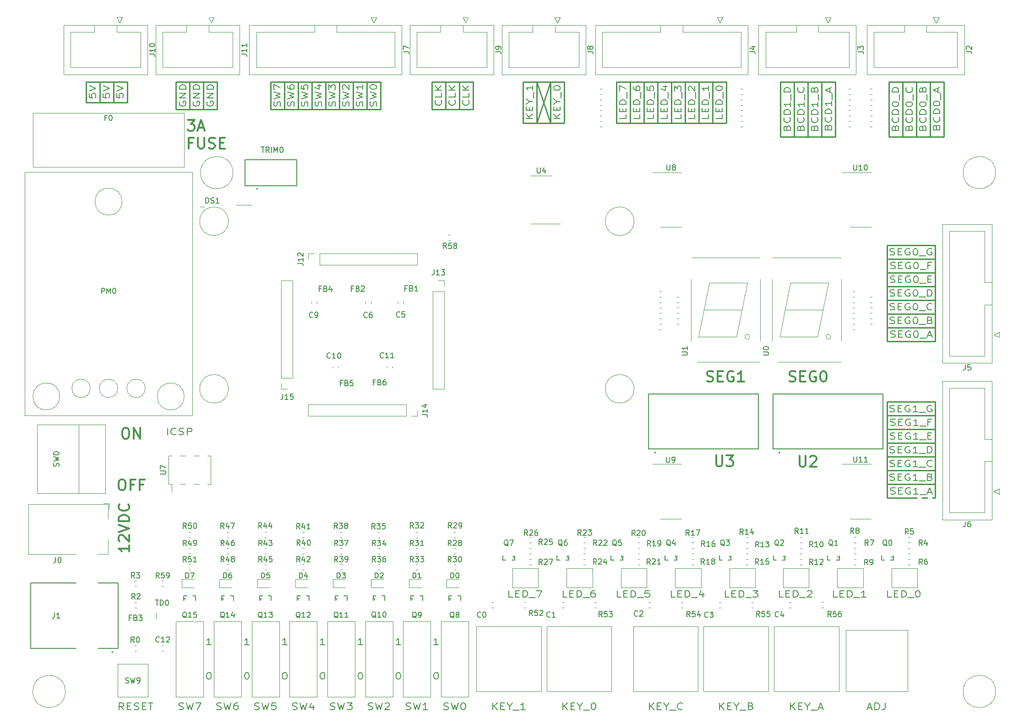
<source format=gto>
G04 #@! TF.GenerationSoftware,KiCad,Pcbnew,(5.1.6)-1*
G04 #@! TF.CreationDate,2021-10-19T00:56:07+07:00*
G04 #@! TF.ProjectId,digitalSystemBoard,64696769-7461-46c5-9379-7374656d426f,rev?*
G04 #@! TF.SameCoordinates,Original*
G04 #@! TF.FileFunction,Legend,Top*
G04 #@! TF.FilePolarity,Positive*
%FSLAX46Y46*%
G04 Gerber Fmt 4.6, Leading zero omitted, Abs format (unit mm)*
G04 Created by KiCad (PCBNEW (5.1.6)-1) date 2021-10-19 00:56:07*
%MOMM*%
%LPD*%
G01*
G04 APERTURE LIST*
%ADD10C,0.200000*%
%ADD11C,0.300000*%
%ADD12C,0.120000*%
%ADD13C,0.250000*%
%ADD14C,0.127000*%
%ADD15C,0.152400*%
%ADD16C,0.150000*%
%ADD17C,0.010000*%
%ADD18C,5.102000*%
%ADD19O,1.902000X2.702000*%
%ADD20R,1.902000X2.702000*%
%ADD21R,1.572000X1.302000*%
%ADD22C,0.852000*%
%ADD23O,1.452000X1.452000*%
%ADD24R,1.452000X1.452000*%
%ADD25R,1.501997X2.701995*%
%ADD26R,2.501995X2.701995*%
%ADD27R,2.102000X1.602000*%
%ADD28C,3.102000*%
%ADD29C,3.602000*%
%ADD30C,1.350000*%
%ADD31R,1.350000X1.350000*%
%ADD32C,2.102000*%
%ADD33O,2.602000X2.352000*%
%ADD34R,1.602000X1.602000*%
%ADD35R,0.559200X1.219600*%
%ADD36R,1.626000X2.626000*%
%ADD37O,1.626000X2.626000*%
%ADD38C,1.802000*%
%ADD39C,1.499000*%
%ADD40R,1.499000X1.499000*%
%ADD41C,1.626000*%
%ADD42R,3.602000X3.602000*%
%ADD43R,1.102000X3.252000*%
%ADD44C,5.402000*%
%ADD45R,1.510000X1.510000*%
%ADD46C,1.510000*%
%ADD47C,3.418000*%
%ADD48R,1.302000X1.572000*%
G04 APERTURE END LIST*
D10*
X139750000Y-138542857D02*
X139035714Y-138542857D01*
X139035714Y-137342857D01*
X140250000Y-137914285D02*
X140750000Y-137914285D01*
X140964285Y-138542857D02*
X140250000Y-138542857D01*
X140250000Y-137342857D01*
X140964285Y-137342857D01*
X141607142Y-138542857D02*
X141607142Y-137342857D01*
X141964285Y-137342857D01*
X142178571Y-137400000D01*
X142321428Y-137514285D01*
X142392857Y-137628571D01*
X142464285Y-137857142D01*
X142464285Y-138028571D01*
X142392857Y-138257142D01*
X142321428Y-138371428D01*
X142178571Y-138485714D01*
X141964285Y-138542857D01*
X141607142Y-138542857D01*
X142750000Y-138657142D02*
X143892857Y-138657142D01*
X144107142Y-137342857D02*
X145107142Y-137342857D01*
X144464285Y-138542857D01*
D11*
X67976904Y-107234761D02*
X68357857Y-107234761D01*
X68548333Y-107330000D01*
X68738809Y-107520476D01*
X68834047Y-107901428D01*
X68834047Y-108568095D01*
X68738809Y-108949047D01*
X68548333Y-109139523D01*
X68357857Y-109234761D01*
X67976904Y-109234761D01*
X67786428Y-109139523D01*
X67595952Y-108949047D01*
X67500714Y-108568095D01*
X67500714Y-107901428D01*
X67595952Y-107520476D01*
X67786428Y-107330000D01*
X67976904Y-107234761D01*
X69691190Y-109234761D02*
X69691190Y-107234761D01*
X70834047Y-109234761D01*
X70834047Y-107234761D01*
D12*
X73800000Y-141400000D02*
X73800000Y-142600000D01*
D10*
X125494571Y-152504857D02*
X125637428Y-152504857D01*
X125780285Y-152562000D01*
X125851714Y-152619142D01*
X125923142Y-152733428D01*
X125994571Y-152962000D01*
X125994571Y-153247714D01*
X125923142Y-153476285D01*
X125851714Y-153590571D01*
X125780285Y-153647714D01*
X125637428Y-153704857D01*
X125494571Y-153704857D01*
X125351714Y-153647714D01*
X125280285Y-153590571D01*
X125208857Y-153476285D01*
X125137428Y-153247714D01*
X125137428Y-152962000D01*
X125208857Y-152733428D01*
X125280285Y-152619142D01*
X125351714Y-152562000D01*
X125494571Y-152504857D01*
X118494571Y-152504857D02*
X118637428Y-152504857D01*
X118780285Y-152562000D01*
X118851714Y-152619142D01*
X118923142Y-152733428D01*
X118994571Y-152962000D01*
X118994571Y-153247714D01*
X118923142Y-153476285D01*
X118851714Y-153590571D01*
X118780285Y-153647714D01*
X118637428Y-153704857D01*
X118494571Y-153704857D01*
X118351714Y-153647714D01*
X118280285Y-153590571D01*
X118208857Y-153476285D01*
X118137428Y-153247714D01*
X118137428Y-152962000D01*
X118208857Y-152733428D01*
X118280285Y-152619142D01*
X118351714Y-152562000D01*
X118494571Y-152504857D01*
X111494571Y-152504857D02*
X111637428Y-152504857D01*
X111780285Y-152562000D01*
X111851714Y-152619142D01*
X111923142Y-152733428D01*
X111994571Y-152962000D01*
X111994571Y-153247714D01*
X111923142Y-153476285D01*
X111851714Y-153590571D01*
X111780285Y-153647714D01*
X111637428Y-153704857D01*
X111494571Y-153704857D01*
X111351714Y-153647714D01*
X111280285Y-153590571D01*
X111208857Y-153476285D01*
X111137428Y-153247714D01*
X111137428Y-152962000D01*
X111208857Y-152733428D01*
X111280285Y-152619142D01*
X111351714Y-152562000D01*
X111494571Y-152504857D01*
X104494571Y-152504857D02*
X104637428Y-152504857D01*
X104780285Y-152562000D01*
X104851714Y-152619142D01*
X104923142Y-152733428D01*
X104994571Y-152962000D01*
X104994571Y-153247714D01*
X104923142Y-153476285D01*
X104851714Y-153590571D01*
X104780285Y-153647714D01*
X104637428Y-153704857D01*
X104494571Y-153704857D01*
X104351714Y-153647714D01*
X104280285Y-153590571D01*
X104208857Y-153476285D01*
X104137428Y-153247714D01*
X104137428Y-152962000D01*
X104208857Y-152733428D01*
X104280285Y-152619142D01*
X104351714Y-152562000D01*
X104494571Y-152504857D01*
X97494571Y-152504857D02*
X97637428Y-152504857D01*
X97780285Y-152562000D01*
X97851714Y-152619142D01*
X97923142Y-152733428D01*
X97994571Y-152962000D01*
X97994571Y-153247714D01*
X97923142Y-153476285D01*
X97851714Y-153590571D01*
X97780285Y-153647714D01*
X97637428Y-153704857D01*
X97494571Y-153704857D01*
X97351714Y-153647714D01*
X97280285Y-153590571D01*
X97208857Y-153476285D01*
X97137428Y-153247714D01*
X97137428Y-152962000D01*
X97208857Y-152733428D01*
X97280285Y-152619142D01*
X97351714Y-152562000D01*
X97494571Y-152504857D01*
X90494571Y-152504857D02*
X90637428Y-152504857D01*
X90780285Y-152562000D01*
X90851714Y-152619142D01*
X90923142Y-152733428D01*
X90994571Y-152962000D01*
X90994571Y-153247714D01*
X90923142Y-153476285D01*
X90851714Y-153590571D01*
X90780285Y-153647714D01*
X90637428Y-153704857D01*
X90494571Y-153704857D01*
X90351714Y-153647714D01*
X90280285Y-153590571D01*
X90208857Y-153476285D01*
X90137428Y-153247714D01*
X90137428Y-152962000D01*
X90208857Y-152733428D01*
X90280285Y-152619142D01*
X90351714Y-152562000D01*
X90494571Y-152504857D01*
X125994571Y-147354857D02*
X125137428Y-147354857D01*
X125566000Y-147354857D02*
X125566000Y-146154857D01*
X125423142Y-146326285D01*
X125280285Y-146440571D01*
X125137428Y-146497714D01*
X118994571Y-147354857D02*
X118137428Y-147354857D01*
X118566000Y-147354857D02*
X118566000Y-146154857D01*
X118423142Y-146326285D01*
X118280285Y-146440571D01*
X118137428Y-146497714D01*
X111994571Y-147354857D02*
X111137428Y-147354857D01*
X111566000Y-147354857D02*
X111566000Y-146154857D01*
X111423142Y-146326285D01*
X111280285Y-146440571D01*
X111137428Y-146497714D01*
X104994571Y-147354857D02*
X104137428Y-147354857D01*
X104566000Y-147354857D02*
X104566000Y-146154857D01*
X104423142Y-146326285D01*
X104280285Y-146440571D01*
X104137428Y-146497714D01*
X97994571Y-147354857D02*
X97137428Y-147354857D01*
X97566000Y-147354857D02*
X97566000Y-146154857D01*
X97423142Y-146326285D01*
X97280285Y-146440571D01*
X97137428Y-146497714D01*
X90994571Y-147354857D02*
X90137428Y-147354857D01*
X90566000Y-147354857D02*
X90566000Y-146154857D01*
X90423142Y-146326285D01*
X90280285Y-146440571D01*
X90137428Y-146497714D01*
X83494571Y-152504857D02*
X83637428Y-152504857D01*
X83780285Y-152562000D01*
X83851714Y-152619142D01*
X83923142Y-152733428D01*
X83994571Y-152962000D01*
X83994571Y-153247714D01*
X83923142Y-153476285D01*
X83851714Y-153590571D01*
X83780285Y-153647714D01*
X83637428Y-153704857D01*
X83494571Y-153704857D01*
X83351714Y-153647714D01*
X83280285Y-153590571D01*
X83208857Y-153476285D01*
X83137428Y-153247714D01*
X83137428Y-152962000D01*
X83208857Y-152733428D01*
X83280285Y-152619142D01*
X83351714Y-152562000D01*
X83494571Y-152504857D01*
X83994571Y-147354857D02*
X83137428Y-147354857D01*
X83566000Y-147354857D02*
X83566000Y-146154857D01*
X83423142Y-146326285D01*
X83280285Y-146440571D01*
X83137428Y-146497714D01*
D11*
X79640714Y-50244761D02*
X80878809Y-50244761D01*
X80212142Y-51006666D01*
X80497857Y-51006666D01*
X80688333Y-51101904D01*
X80783571Y-51197142D01*
X80878809Y-51387619D01*
X80878809Y-51863809D01*
X80783571Y-52054285D01*
X80688333Y-52149523D01*
X80497857Y-52244761D01*
X79926428Y-52244761D01*
X79735952Y-52149523D01*
X79640714Y-52054285D01*
X81640714Y-51673333D02*
X82593095Y-51673333D01*
X81450238Y-52244761D02*
X82116904Y-50244761D01*
X82783571Y-52244761D01*
X80497857Y-54497142D02*
X79831190Y-54497142D01*
X79831190Y-55544761D02*
X79831190Y-53544761D01*
X80783571Y-53544761D01*
X81545476Y-53544761D02*
X81545476Y-55163809D01*
X81640714Y-55354285D01*
X81735952Y-55449523D01*
X81926428Y-55544761D01*
X82307380Y-55544761D01*
X82497857Y-55449523D01*
X82593095Y-55354285D01*
X82688333Y-55163809D01*
X82688333Y-53544761D01*
X83545476Y-55449523D02*
X83831190Y-55544761D01*
X84307380Y-55544761D01*
X84497857Y-55449523D01*
X84593095Y-55354285D01*
X84688333Y-55163809D01*
X84688333Y-54973333D01*
X84593095Y-54782857D01*
X84497857Y-54687619D01*
X84307380Y-54592380D01*
X83926428Y-54497142D01*
X83735952Y-54401904D01*
X83640714Y-54306666D01*
X83545476Y-54116190D01*
X83545476Y-53925714D01*
X83640714Y-53735238D01*
X83735952Y-53640000D01*
X83926428Y-53544761D01*
X84402619Y-53544761D01*
X84688333Y-53640000D01*
X85545476Y-54497142D02*
X86212142Y-54497142D01*
X86497857Y-55544761D02*
X85545476Y-55544761D01*
X85545476Y-53544761D01*
X86497857Y-53544761D01*
X67310238Y-116759761D02*
X67691190Y-116759761D01*
X67881666Y-116855000D01*
X68072142Y-117045476D01*
X68167380Y-117426428D01*
X68167380Y-118093095D01*
X68072142Y-118474047D01*
X67881666Y-118664523D01*
X67691190Y-118759761D01*
X67310238Y-118759761D01*
X67119761Y-118664523D01*
X66929285Y-118474047D01*
X66834047Y-118093095D01*
X66834047Y-117426428D01*
X66929285Y-117045476D01*
X67119761Y-116855000D01*
X67310238Y-116759761D01*
X69691190Y-117712142D02*
X69024523Y-117712142D01*
X69024523Y-118759761D02*
X69024523Y-116759761D01*
X69976904Y-116759761D01*
X71405476Y-117712142D02*
X70738809Y-117712142D01*
X70738809Y-118759761D02*
X70738809Y-116759761D01*
X71691190Y-116759761D01*
D10*
X75890714Y-108492857D02*
X75890714Y-107292857D01*
X77462142Y-108378571D02*
X77390714Y-108435714D01*
X77176428Y-108492857D01*
X77033571Y-108492857D01*
X76819285Y-108435714D01*
X76676428Y-108321428D01*
X76605000Y-108207142D01*
X76533571Y-107978571D01*
X76533571Y-107807142D01*
X76605000Y-107578571D01*
X76676428Y-107464285D01*
X76819285Y-107350000D01*
X77033571Y-107292857D01*
X77176428Y-107292857D01*
X77390714Y-107350000D01*
X77462142Y-107407142D01*
X78033571Y-108435714D02*
X78247857Y-108492857D01*
X78605000Y-108492857D01*
X78747857Y-108435714D01*
X78819285Y-108378571D01*
X78890714Y-108264285D01*
X78890714Y-108150000D01*
X78819285Y-108035714D01*
X78747857Y-107978571D01*
X78605000Y-107921428D01*
X78319285Y-107864285D01*
X78176428Y-107807142D01*
X78105000Y-107750000D01*
X78033571Y-107635714D01*
X78033571Y-107521428D01*
X78105000Y-107407142D01*
X78176428Y-107350000D01*
X78319285Y-107292857D01*
X78676428Y-107292857D01*
X78890714Y-107350000D01*
X79533571Y-108492857D02*
X79533571Y-107292857D01*
X80105000Y-107292857D01*
X80247857Y-107350000D01*
X80319285Y-107407142D01*
X80390714Y-107521428D01*
X80390714Y-107692857D01*
X80319285Y-107807142D01*
X80247857Y-107864285D01*
X80105000Y-107921428D01*
X79533571Y-107921428D01*
D11*
X68849761Y-128968095D02*
X68849761Y-130110952D01*
X68849761Y-129539523D02*
X66849761Y-129539523D01*
X67135476Y-129730000D01*
X67325952Y-129920476D01*
X67421190Y-130110952D01*
X67040238Y-128206190D02*
X66945000Y-128110952D01*
X66849761Y-127920476D01*
X66849761Y-127444285D01*
X66945000Y-127253809D01*
X67040238Y-127158571D01*
X67230714Y-127063333D01*
X67421190Y-127063333D01*
X67706904Y-127158571D01*
X68849761Y-128301428D01*
X68849761Y-127063333D01*
X66849761Y-126491904D02*
X68849761Y-125825238D01*
X66849761Y-125158571D01*
X68849761Y-124491904D02*
X66849761Y-124491904D01*
X66849761Y-124015714D01*
X66945000Y-123730000D01*
X67135476Y-123539523D01*
X67325952Y-123444285D01*
X67706904Y-123349047D01*
X67992619Y-123349047D01*
X68373571Y-123444285D01*
X68564047Y-123539523D01*
X68754523Y-123730000D01*
X68849761Y-124015714D01*
X68849761Y-124491904D01*
X68659285Y-121349047D02*
X68754523Y-121444285D01*
X68849761Y-121730000D01*
X68849761Y-121920476D01*
X68754523Y-122206190D01*
X68564047Y-122396666D01*
X68373571Y-122491904D01*
X67992619Y-122587142D01*
X67706904Y-122587142D01*
X67325952Y-122491904D01*
X67135476Y-122396666D01*
X66945000Y-122206190D01*
X66849761Y-121920476D01*
X66849761Y-121730000D01*
X66945000Y-121444285D01*
X67040238Y-121349047D01*
D13*
X217805000Y-86125000D02*
X217805000Y-83585000D01*
X208915000Y-81045000D02*
X217805000Y-81045000D01*
X208915000Y-88665000D02*
X208915000Y-91205000D01*
X217805000Y-88665000D02*
X217805000Y-86125000D01*
X208915000Y-83585000D02*
X208915000Y-86125000D01*
X208915000Y-78505000D02*
X208915000Y-81045000D01*
X217805000Y-81045000D02*
X217805000Y-78505000D01*
X217805000Y-78505000D02*
X217805000Y-75965000D01*
X208915000Y-83585000D02*
X217805000Y-83585000D01*
X208915000Y-78505000D02*
X217805000Y-78505000D01*
X208915000Y-88665000D02*
X217805000Y-88665000D01*
X208915000Y-81045000D02*
X208915000Y-83585000D01*
X217805000Y-91205000D02*
X217805000Y-88665000D01*
X208915000Y-75965000D02*
X217805000Y-75965000D01*
X208915000Y-86125000D02*
X208915000Y-88665000D01*
X208915000Y-86125000D02*
X217805000Y-86125000D01*
X208915000Y-75965000D02*
X208915000Y-78505000D01*
X217805000Y-83585000D02*
X217805000Y-81045000D01*
X208915000Y-91205000D02*
X217805000Y-91205000D01*
D10*
X209467142Y-87880714D02*
X209681428Y-87937857D01*
X210038571Y-87937857D01*
X210181428Y-87880714D01*
X210252857Y-87823571D01*
X210324285Y-87709285D01*
X210324285Y-87595000D01*
X210252857Y-87480714D01*
X210181428Y-87423571D01*
X210038571Y-87366428D01*
X209752857Y-87309285D01*
X209610000Y-87252142D01*
X209538571Y-87195000D01*
X209467142Y-87080714D01*
X209467142Y-86966428D01*
X209538571Y-86852142D01*
X209610000Y-86795000D01*
X209752857Y-86737857D01*
X210110000Y-86737857D01*
X210324285Y-86795000D01*
X210967142Y-87309285D02*
X211467142Y-87309285D01*
X211681428Y-87937857D02*
X210967142Y-87937857D01*
X210967142Y-86737857D01*
X211681428Y-86737857D01*
X213110000Y-86795000D02*
X212967142Y-86737857D01*
X212752857Y-86737857D01*
X212538571Y-86795000D01*
X212395714Y-86909285D01*
X212324285Y-87023571D01*
X212252857Y-87252142D01*
X212252857Y-87423571D01*
X212324285Y-87652142D01*
X212395714Y-87766428D01*
X212538571Y-87880714D01*
X212752857Y-87937857D01*
X212895714Y-87937857D01*
X213110000Y-87880714D01*
X213181428Y-87823571D01*
X213181428Y-87423571D01*
X212895714Y-87423571D01*
X214110000Y-86737857D02*
X214252857Y-86737857D01*
X214395714Y-86795000D01*
X214467142Y-86852142D01*
X214538571Y-86966428D01*
X214610000Y-87195000D01*
X214610000Y-87480714D01*
X214538571Y-87709285D01*
X214467142Y-87823571D01*
X214395714Y-87880714D01*
X214252857Y-87937857D01*
X214110000Y-87937857D01*
X213967142Y-87880714D01*
X213895714Y-87823571D01*
X213824285Y-87709285D01*
X213752857Y-87480714D01*
X213752857Y-87195000D01*
X213824285Y-86966428D01*
X213895714Y-86852142D01*
X213967142Y-86795000D01*
X214110000Y-86737857D01*
X214895714Y-88052142D02*
X216038571Y-88052142D01*
X216895714Y-87309285D02*
X217110000Y-87366428D01*
X217181428Y-87423571D01*
X217252857Y-87537857D01*
X217252857Y-87709285D01*
X217181428Y-87823571D01*
X217110000Y-87880714D01*
X216967142Y-87937857D01*
X216395714Y-87937857D01*
X216395714Y-86737857D01*
X216895714Y-86737857D01*
X217038571Y-86795000D01*
X217110000Y-86852142D01*
X217181428Y-86966428D01*
X217181428Y-87080714D01*
X217110000Y-87195000D01*
X217038571Y-87252142D01*
X216895714Y-87309285D01*
X216395714Y-87309285D01*
X209574285Y-90420714D02*
X209788571Y-90477857D01*
X210145714Y-90477857D01*
X210288571Y-90420714D01*
X210360000Y-90363571D01*
X210431428Y-90249285D01*
X210431428Y-90135000D01*
X210360000Y-90020714D01*
X210288571Y-89963571D01*
X210145714Y-89906428D01*
X209860000Y-89849285D01*
X209717142Y-89792142D01*
X209645714Y-89735000D01*
X209574285Y-89620714D01*
X209574285Y-89506428D01*
X209645714Y-89392142D01*
X209717142Y-89335000D01*
X209860000Y-89277857D01*
X210217142Y-89277857D01*
X210431428Y-89335000D01*
X211074285Y-89849285D02*
X211574285Y-89849285D01*
X211788571Y-90477857D02*
X211074285Y-90477857D01*
X211074285Y-89277857D01*
X211788571Y-89277857D01*
X213217142Y-89335000D02*
X213074285Y-89277857D01*
X212860000Y-89277857D01*
X212645714Y-89335000D01*
X212502857Y-89449285D01*
X212431428Y-89563571D01*
X212360000Y-89792142D01*
X212360000Y-89963571D01*
X212431428Y-90192142D01*
X212502857Y-90306428D01*
X212645714Y-90420714D01*
X212860000Y-90477857D01*
X213002857Y-90477857D01*
X213217142Y-90420714D01*
X213288571Y-90363571D01*
X213288571Y-89963571D01*
X213002857Y-89963571D01*
X214217142Y-89277857D02*
X214360000Y-89277857D01*
X214502857Y-89335000D01*
X214574285Y-89392142D01*
X214645714Y-89506428D01*
X214717142Y-89735000D01*
X214717142Y-90020714D01*
X214645714Y-90249285D01*
X214574285Y-90363571D01*
X214502857Y-90420714D01*
X214360000Y-90477857D01*
X214217142Y-90477857D01*
X214074285Y-90420714D01*
X214002857Y-90363571D01*
X213931428Y-90249285D01*
X213860000Y-90020714D01*
X213860000Y-89735000D01*
X213931428Y-89506428D01*
X214002857Y-89392142D01*
X214074285Y-89335000D01*
X214217142Y-89277857D01*
X215002857Y-90592142D02*
X216145714Y-90592142D01*
X216431428Y-90135000D02*
X217145714Y-90135000D01*
X216288571Y-90477857D02*
X216788571Y-89277857D01*
X217288571Y-90477857D01*
X209467142Y-82800714D02*
X209681428Y-82857857D01*
X210038571Y-82857857D01*
X210181428Y-82800714D01*
X210252857Y-82743571D01*
X210324285Y-82629285D01*
X210324285Y-82515000D01*
X210252857Y-82400714D01*
X210181428Y-82343571D01*
X210038571Y-82286428D01*
X209752857Y-82229285D01*
X209610000Y-82172142D01*
X209538571Y-82115000D01*
X209467142Y-82000714D01*
X209467142Y-81886428D01*
X209538571Y-81772142D01*
X209610000Y-81715000D01*
X209752857Y-81657857D01*
X210110000Y-81657857D01*
X210324285Y-81715000D01*
X210967142Y-82229285D02*
X211467142Y-82229285D01*
X211681428Y-82857857D02*
X210967142Y-82857857D01*
X210967142Y-81657857D01*
X211681428Y-81657857D01*
X213110000Y-81715000D02*
X212967142Y-81657857D01*
X212752857Y-81657857D01*
X212538571Y-81715000D01*
X212395714Y-81829285D01*
X212324285Y-81943571D01*
X212252857Y-82172142D01*
X212252857Y-82343571D01*
X212324285Y-82572142D01*
X212395714Y-82686428D01*
X212538571Y-82800714D01*
X212752857Y-82857857D01*
X212895714Y-82857857D01*
X213110000Y-82800714D01*
X213181428Y-82743571D01*
X213181428Y-82343571D01*
X212895714Y-82343571D01*
X214110000Y-81657857D02*
X214252857Y-81657857D01*
X214395714Y-81715000D01*
X214467142Y-81772142D01*
X214538571Y-81886428D01*
X214610000Y-82115000D01*
X214610000Y-82400714D01*
X214538571Y-82629285D01*
X214467142Y-82743571D01*
X214395714Y-82800714D01*
X214252857Y-82857857D01*
X214110000Y-82857857D01*
X213967142Y-82800714D01*
X213895714Y-82743571D01*
X213824285Y-82629285D01*
X213752857Y-82400714D01*
X213752857Y-82115000D01*
X213824285Y-81886428D01*
X213895714Y-81772142D01*
X213967142Y-81715000D01*
X214110000Y-81657857D01*
X214895714Y-82972142D02*
X216038571Y-82972142D01*
X216395714Y-82857857D02*
X216395714Y-81657857D01*
X216752857Y-81657857D01*
X216967142Y-81715000D01*
X217110000Y-81829285D01*
X217181428Y-81943571D01*
X217252857Y-82172142D01*
X217252857Y-82343571D01*
X217181428Y-82572142D01*
X217110000Y-82686428D01*
X216967142Y-82800714D01*
X216752857Y-82857857D01*
X216395714Y-82857857D01*
X209574285Y-77720714D02*
X209788571Y-77777857D01*
X210145714Y-77777857D01*
X210288571Y-77720714D01*
X210360000Y-77663571D01*
X210431428Y-77549285D01*
X210431428Y-77435000D01*
X210360000Y-77320714D01*
X210288571Y-77263571D01*
X210145714Y-77206428D01*
X209860000Y-77149285D01*
X209717142Y-77092142D01*
X209645714Y-77035000D01*
X209574285Y-76920714D01*
X209574285Y-76806428D01*
X209645714Y-76692142D01*
X209717142Y-76635000D01*
X209860000Y-76577857D01*
X210217142Y-76577857D01*
X210431428Y-76635000D01*
X211074285Y-77149285D02*
X211574285Y-77149285D01*
X211788571Y-77777857D02*
X211074285Y-77777857D01*
X211074285Y-76577857D01*
X211788571Y-76577857D01*
X213217142Y-76635000D02*
X213074285Y-76577857D01*
X212860000Y-76577857D01*
X212645714Y-76635000D01*
X212502857Y-76749285D01*
X212431428Y-76863571D01*
X212360000Y-77092142D01*
X212360000Y-77263571D01*
X212431428Y-77492142D01*
X212502857Y-77606428D01*
X212645714Y-77720714D01*
X212860000Y-77777857D01*
X213002857Y-77777857D01*
X213217142Y-77720714D01*
X213288571Y-77663571D01*
X213288571Y-77263571D01*
X213002857Y-77263571D01*
X214217142Y-76577857D02*
X214360000Y-76577857D01*
X214502857Y-76635000D01*
X214574285Y-76692142D01*
X214645714Y-76806428D01*
X214717142Y-77035000D01*
X214717142Y-77320714D01*
X214645714Y-77549285D01*
X214574285Y-77663571D01*
X214502857Y-77720714D01*
X214360000Y-77777857D01*
X214217142Y-77777857D01*
X214074285Y-77720714D01*
X214002857Y-77663571D01*
X213931428Y-77549285D01*
X213860000Y-77320714D01*
X213860000Y-77035000D01*
X213931428Y-76806428D01*
X214002857Y-76692142D01*
X214074285Y-76635000D01*
X214217142Y-76577857D01*
X215002857Y-77892142D02*
X216145714Y-77892142D01*
X217002857Y-77149285D02*
X216502857Y-77149285D01*
X216502857Y-77777857D02*
X216502857Y-76577857D01*
X217217142Y-76577857D01*
X209538571Y-80260714D02*
X209752857Y-80317857D01*
X210110000Y-80317857D01*
X210252857Y-80260714D01*
X210324285Y-80203571D01*
X210395714Y-80089285D01*
X210395714Y-79975000D01*
X210324285Y-79860714D01*
X210252857Y-79803571D01*
X210110000Y-79746428D01*
X209824285Y-79689285D01*
X209681428Y-79632142D01*
X209610000Y-79575000D01*
X209538571Y-79460714D01*
X209538571Y-79346428D01*
X209610000Y-79232142D01*
X209681428Y-79175000D01*
X209824285Y-79117857D01*
X210181428Y-79117857D01*
X210395714Y-79175000D01*
X211038571Y-79689285D02*
X211538571Y-79689285D01*
X211752857Y-80317857D02*
X211038571Y-80317857D01*
X211038571Y-79117857D01*
X211752857Y-79117857D01*
X213181428Y-79175000D02*
X213038571Y-79117857D01*
X212824285Y-79117857D01*
X212610000Y-79175000D01*
X212467142Y-79289285D01*
X212395714Y-79403571D01*
X212324285Y-79632142D01*
X212324285Y-79803571D01*
X212395714Y-80032142D01*
X212467142Y-80146428D01*
X212610000Y-80260714D01*
X212824285Y-80317857D01*
X212967142Y-80317857D01*
X213181428Y-80260714D01*
X213252857Y-80203571D01*
X213252857Y-79803571D01*
X212967142Y-79803571D01*
X214181428Y-79117857D02*
X214324285Y-79117857D01*
X214467142Y-79175000D01*
X214538571Y-79232142D01*
X214610000Y-79346428D01*
X214681428Y-79575000D01*
X214681428Y-79860714D01*
X214610000Y-80089285D01*
X214538571Y-80203571D01*
X214467142Y-80260714D01*
X214324285Y-80317857D01*
X214181428Y-80317857D01*
X214038571Y-80260714D01*
X213967142Y-80203571D01*
X213895714Y-80089285D01*
X213824285Y-79860714D01*
X213824285Y-79575000D01*
X213895714Y-79346428D01*
X213967142Y-79232142D01*
X214038571Y-79175000D01*
X214181428Y-79117857D01*
X214967142Y-80432142D02*
X216110000Y-80432142D01*
X216467142Y-79689285D02*
X216967142Y-79689285D01*
X217181428Y-80317857D02*
X216467142Y-80317857D01*
X216467142Y-79117857D01*
X217181428Y-79117857D01*
X209467142Y-75180714D02*
X209681428Y-75237857D01*
X210038571Y-75237857D01*
X210181428Y-75180714D01*
X210252857Y-75123571D01*
X210324285Y-75009285D01*
X210324285Y-74895000D01*
X210252857Y-74780714D01*
X210181428Y-74723571D01*
X210038571Y-74666428D01*
X209752857Y-74609285D01*
X209610000Y-74552142D01*
X209538571Y-74495000D01*
X209467142Y-74380714D01*
X209467142Y-74266428D01*
X209538571Y-74152142D01*
X209610000Y-74095000D01*
X209752857Y-74037857D01*
X210110000Y-74037857D01*
X210324285Y-74095000D01*
X210967142Y-74609285D02*
X211467142Y-74609285D01*
X211681428Y-75237857D02*
X210967142Y-75237857D01*
X210967142Y-74037857D01*
X211681428Y-74037857D01*
X213110000Y-74095000D02*
X212967142Y-74037857D01*
X212752857Y-74037857D01*
X212538571Y-74095000D01*
X212395714Y-74209285D01*
X212324285Y-74323571D01*
X212252857Y-74552142D01*
X212252857Y-74723571D01*
X212324285Y-74952142D01*
X212395714Y-75066428D01*
X212538571Y-75180714D01*
X212752857Y-75237857D01*
X212895714Y-75237857D01*
X213110000Y-75180714D01*
X213181428Y-75123571D01*
X213181428Y-74723571D01*
X212895714Y-74723571D01*
X214110000Y-74037857D02*
X214252857Y-74037857D01*
X214395714Y-74095000D01*
X214467142Y-74152142D01*
X214538571Y-74266428D01*
X214610000Y-74495000D01*
X214610000Y-74780714D01*
X214538571Y-75009285D01*
X214467142Y-75123571D01*
X214395714Y-75180714D01*
X214252857Y-75237857D01*
X214110000Y-75237857D01*
X213967142Y-75180714D01*
X213895714Y-75123571D01*
X213824285Y-75009285D01*
X213752857Y-74780714D01*
X213752857Y-74495000D01*
X213824285Y-74266428D01*
X213895714Y-74152142D01*
X213967142Y-74095000D01*
X214110000Y-74037857D01*
X214895714Y-75352142D02*
X216038571Y-75352142D01*
X217181428Y-74095000D02*
X217038571Y-74037857D01*
X216824285Y-74037857D01*
X216610000Y-74095000D01*
X216467142Y-74209285D01*
X216395714Y-74323571D01*
X216324285Y-74552142D01*
X216324285Y-74723571D01*
X216395714Y-74952142D01*
X216467142Y-75066428D01*
X216610000Y-75180714D01*
X216824285Y-75237857D01*
X216967142Y-75237857D01*
X217181428Y-75180714D01*
X217252857Y-75123571D01*
X217252857Y-74723571D01*
X216967142Y-74723571D01*
X209467142Y-85340714D02*
X209681428Y-85397857D01*
X210038571Y-85397857D01*
X210181428Y-85340714D01*
X210252857Y-85283571D01*
X210324285Y-85169285D01*
X210324285Y-85055000D01*
X210252857Y-84940714D01*
X210181428Y-84883571D01*
X210038571Y-84826428D01*
X209752857Y-84769285D01*
X209610000Y-84712142D01*
X209538571Y-84655000D01*
X209467142Y-84540714D01*
X209467142Y-84426428D01*
X209538571Y-84312142D01*
X209610000Y-84255000D01*
X209752857Y-84197857D01*
X210110000Y-84197857D01*
X210324285Y-84255000D01*
X210967142Y-84769285D02*
X211467142Y-84769285D01*
X211681428Y-85397857D02*
X210967142Y-85397857D01*
X210967142Y-84197857D01*
X211681428Y-84197857D01*
X213110000Y-84255000D02*
X212967142Y-84197857D01*
X212752857Y-84197857D01*
X212538571Y-84255000D01*
X212395714Y-84369285D01*
X212324285Y-84483571D01*
X212252857Y-84712142D01*
X212252857Y-84883571D01*
X212324285Y-85112142D01*
X212395714Y-85226428D01*
X212538571Y-85340714D01*
X212752857Y-85397857D01*
X212895714Y-85397857D01*
X213110000Y-85340714D01*
X213181428Y-85283571D01*
X213181428Y-84883571D01*
X212895714Y-84883571D01*
X214110000Y-84197857D02*
X214252857Y-84197857D01*
X214395714Y-84255000D01*
X214467142Y-84312142D01*
X214538571Y-84426428D01*
X214610000Y-84655000D01*
X214610000Y-84940714D01*
X214538571Y-85169285D01*
X214467142Y-85283571D01*
X214395714Y-85340714D01*
X214252857Y-85397857D01*
X214110000Y-85397857D01*
X213967142Y-85340714D01*
X213895714Y-85283571D01*
X213824285Y-85169285D01*
X213752857Y-84940714D01*
X213752857Y-84655000D01*
X213824285Y-84426428D01*
X213895714Y-84312142D01*
X213967142Y-84255000D01*
X214110000Y-84197857D01*
X214895714Y-85512142D02*
X216038571Y-85512142D01*
X217252857Y-85283571D02*
X217181428Y-85340714D01*
X216967142Y-85397857D01*
X216824285Y-85397857D01*
X216610000Y-85340714D01*
X216467142Y-85226428D01*
X216395714Y-85112142D01*
X216324285Y-84883571D01*
X216324285Y-84712142D01*
X216395714Y-84483571D01*
X216467142Y-84369285D01*
X216610000Y-84255000D01*
X216824285Y-84197857D01*
X216967142Y-84197857D01*
X217181428Y-84255000D01*
X217252857Y-84312142D01*
D13*
X208915000Y-73425000D02*
X208915000Y-75965000D01*
X217805000Y-75965000D02*
X217805000Y-73425000D01*
X208915000Y-73425000D02*
X217805000Y-73425000D01*
X208915000Y-120215000D02*
X217805000Y-120215000D01*
D10*
X209574285Y-119430714D02*
X209788571Y-119487857D01*
X210145714Y-119487857D01*
X210288571Y-119430714D01*
X210360000Y-119373571D01*
X210431428Y-119259285D01*
X210431428Y-119145000D01*
X210360000Y-119030714D01*
X210288571Y-118973571D01*
X210145714Y-118916428D01*
X209860000Y-118859285D01*
X209717142Y-118802142D01*
X209645714Y-118745000D01*
X209574285Y-118630714D01*
X209574285Y-118516428D01*
X209645714Y-118402142D01*
X209717142Y-118345000D01*
X209860000Y-118287857D01*
X210217142Y-118287857D01*
X210431428Y-118345000D01*
X211074285Y-118859285D02*
X211574285Y-118859285D01*
X211788571Y-119487857D02*
X211074285Y-119487857D01*
X211074285Y-118287857D01*
X211788571Y-118287857D01*
X213217142Y-118345000D02*
X213074285Y-118287857D01*
X212860000Y-118287857D01*
X212645714Y-118345000D01*
X212502857Y-118459285D01*
X212431428Y-118573571D01*
X212360000Y-118802142D01*
X212360000Y-118973571D01*
X212431428Y-119202142D01*
X212502857Y-119316428D01*
X212645714Y-119430714D01*
X212860000Y-119487857D01*
X213002857Y-119487857D01*
X213217142Y-119430714D01*
X213288571Y-119373571D01*
X213288571Y-118973571D01*
X213002857Y-118973571D01*
X214717142Y-119487857D02*
X213860000Y-119487857D01*
X214288571Y-119487857D02*
X214288571Y-118287857D01*
X214145714Y-118459285D01*
X214002857Y-118573571D01*
X213860000Y-118630714D01*
X215002857Y-119602142D02*
X216145714Y-119602142D01*
X216431428Y-119145000D02*
X217145714Y-119145000D01*
X216288571Y-119487857D02*
X216788571Y-118287857D01*
X217288571Y-119487857D01*
X209467142Y-116890714D02*
X209681428Y-116947857D01*
X210038571Y-116947857D01*
X210181428Y-116890714D01*
X210252857Y-116833571D01*
X210324285Y-116719285D01*
X210324285Y-116605000D01*
X210252857Y-116490714D01*
X210181428Y-116433571D01*
X210038571Y-116376428D01*
X209752857Y-116319285D01*
X209610000Y-116262142D01*
X209538571Y-116205000D01*
X209467142Y-116090714D01*
X209467142Y-115976428D01*
X209538571Y-115862142D01*
X209610000Y-115805000D01*
X209752857Y-115747857D01*
X210110000Y-115747857D01*
X210324285Y-115805000D01*
X210967142Y-116319285D02*
X211467142Y-116319285D01*
X211681428Y-116947857D02*
X210967142Y-116947857D01*
X210967142Y-115747857D01*
X211681428Y-115747857D01*
X213110000Y-115805000D02*
X212967142Y-115747857D01*
X212752857Y-115747857D01*
X212538571Y-115805000D01*
X212395714Y-115919285D01*
X212324285Y-116033571D01*
X212252857Y-116262142D01*
X212252857Y-116433571D01*
X212324285Y-116662142D01*
X212395714Y-116776428D01*
X212538571Y-116890714D01*
X212752857Y-116947857D01*
X212895714Y-116947857D01*
X213110000Y-116890714D01*
X213181428Y-116833571D01*
X213181428Y-116433571D01*
X212895714Y-116433571D01*
X214610000Y-116947857D02*
X213752857Y-116947857D01*
X214181428Y-116947857D02*
X214181428Y-115747857D01*
X214038571Y-115919285D01*
X213895714Y-116033571D01*
X213752857Y-116090714D01*
X214895714Y-117062142D02*
X216038571Y-117062142D01*
X216895714Y-116319285D02*
X217110000Y-116376428D01*
X217181428Y-116433571D01*
X217252857Y-116547857D01*
X217252857Y-116719285D01*
X217181428Y-116833571D01*
X217110000Y-116890714D01*
X216967142Y-116947857D01*
X216395714Y-116947857D01*
X216395714Y-115747857D01*
X216895714Y-115747857D01*
X217038571Y-115805000D01*
X217110000Y-115862142D01*
X217181428Y-115976428D01*
X217181428Y-116090714D01*
X217110000Y-116205000D01*
X217038571Y-116262142D01*
X216895714Y-116319285D01*
X216395714Y-116319285D01*
X209467142Y-114350714D02*
X209681428Y-114407857D01*
X210038571Y-114407857D01*
X210181428Y-114350714D01*
X210252857Y-114293571D01*
X210324285Y-114179285D01*
X210324285Y-114065000D01*
X210252857Y-113950714D01*
X210181428Y-113893571D01*
X210038571Y-113836428D01*
X209752857Y-113779285D01*
X209610000Y-113722142D01*
X209538571Y-113665000D01*
X209467142Y-113550714D01*
X209467142Y-113436428D01*
X209538571Y-113322142D01*
X209610000Y-113265000D01*
X209752857Y-113207857D01*
X210110000Y-113207857D01*
X210324285Y-113265000D01*
X210967142Y-113779285D02*
X211467142Y-113779285D01*
X211681428Y-114407857D02*
X210967142Y-114407857D01*
X210967142Y-113207857D01*
X211681428Y-113207857D01*
X213110000Y-113265000D02*
X212967142Y-113207857D01*
X212752857Y-113207857D01*
X212538571Y-113265000D01*
X212395714Y-113379285D01*
X212324285Y-113493571D01*
X212252857Y-113722142D01*
X212252857Y-113893571D01*
X212324285Y-114122142D01*
X212395714Y-114236428D01*
X212538571Y-114350714D01*
X212752857Y-114407857D01*
X212895714Y-114407857D01*
X213110000Y-114350714D01*
X213181428Y-114293571D01*
X213181428Y-113893571D01*
X212895714Y-113893571D01*
X214610000Y-114407857D02*
X213752857Y-114407857D01*
X214181428Y-114407857D02*
X214181428Y-113207857D01*
X214038571Y-113379285D01*
X213895714Y-113493571D01*
X213752857Y-113550714D01*
X214895714Y-114522142D02*
X216038571Y-114522142D01*
X217252857Y-114293571D02*
X217181428Y-114350714D01*
X216967142Y-114407857D01*
X216824285Y-114407857D01*
X216610000Y-114350714D01*
X216467142Y-114236428D01*
X216395714Y-114122142D01*
X216324285Y-113893571D01*
X216324285Y-113722142D01*
X216395714Y-113493571D01*
X216467142Y-113379285D01*
X216610000Y-113265000D01*
X216824285Y-113207857D01*
X216967142Y-113207857D01*
X217181428Y-113265000D01*
X217252857Y-113322142D01*
X209467142Y-111810714D02*
X209681428Y-111867857D01*
X210038571Y-111867857D01*
X210181428Y-111810714D01*
X210252857Y-111753571D01*
X210324285Y-111639285D01*
X210324285Y-111525000D01*
X210252857Y-111410714D01*
X210181428Y-111353571D01*
X210038571Y-111296428D01*
X209752857Y-111239285D01*
X209610000Y-111182142D01*
X209538571Y-111125000D01*
X209467142Y-111010714D01*
X209467142Y-110896428D01*
X209538571Y-110782142D01*
X209610000Y-110725000D01*
X209752857Y-110667857D01*
X210110000Y-110667857D01*
X210324285Y-110725000D01*
X210967142Y-111239285D02*
X211467142Y-111239285D01*
X211681428Y-111867857D02*
X210967142Y-111867857D01*
X210967142Y-110667857D01*
X211681428Y-110667857D01*
X213110000Y-110725000D02*
X212967142Y-110667857D01*
X212752857Y-110667857D01*
X212538571Y-110725000D01*
X212395714Y-110839285D01*
X212324285Y-110953571D01*
X212252857Y-111182142D01*
X212252857Y-111353571D01*
X212324285Y-111582142D01*
X212395714Y-111696428D01*
X212538571Y-111810714D01*
X212752857Y-111867857D01*
X212895714Y-111867857D01*
X213110000Y-111810714D01*
X213181428Y-111753571D01*
X213181428Y-111353571D01*
X212895714Y-111353571D01*
X214610000Y-111867857D02*
X213752857Y-111867857D01*
X214181428Y-111867857D02*
X214181428Y-110667857D01*
X214038571Y-110839285D01*
X213895714Y-110953571D01*
X213752857Y-111010714D01*
X214895714Y-111982142D02*
X216038571Y-111982142D01*
X216395714Y-111867857D02*
X216395714Y-110667857D01*
X216752857Y-110667857D01*
X216967142Y-110725000D01*
X217110000Y-110839285D01*
X217181428Y-110953571D01*
X217252857Y-111182142D01*
X217252857Y-111353571D01*
X217181428Y-111582142D01*
X217110000Y-111696428D01*
X216967142Y-111810714D01*
X216752857Y-111867857D01*
X216395714Y-111867857D01*
X209538571Y-109270714D02*
X209752857Y-109327857D01*
X210110000Y-109327857D01*
X210252857Y-109270714D01*
X210324285Y-109213571D01*
X210395714Y-109099285D01*
X210395714Y-108985000D01*
X210324285Y-108870714D01*
X210252857Y-108813571D01*
X210110000Y-108756428D01*
X209824285Y-108699285D01*
X209681428Y-108642142D01*
X209610000Y-108585000D01*
X209538571Y-108470714D01*
X209538571Y-108356428D01*
X209610000Y-108242142D01*
X209681428Y-108185000D01*
X209824285Y-108127857D01*
X210181428Y-108127857D01*
X210395714Y-108185000D01*
X211038571Y-108699285D02*
X211538571Y-108699285D01*
X211752857Y-109327857D02*
X211038571Y-109327857D01*
X211038571Y-108127857D01*
X211752857Y-108127857D01*
X213181428Y-108185000D02*
X213038571Y-108127857D01*
X212824285Y-108127857D01*
X212610000Y-108185000D01*
X212467142Y-108299285D01*
X212395714Y-108413571D01*
X212324285Y-108642142D01*
X212324285Y-108813571D01*
X212395714Y-109042142D01*
X212467142Y-109156428D01*
X212610000Y-109270714D01*
X212824285Y-109327857D01*
X212967142Y-109327857D01*
X213181428Y-109270714D01*
X213252857Y-109213571D01*
X213252857Y-108813571D01*
X212967142Y-108813571D01*
X214681428Y-109327857D02*
X213824285Y-109327857D01*
X214252857Y-109327857D02*
X214252857Y-108127857D01*
X214110000Y-108299285D01*
X213967142Y-108413571D01*
X213824285Y-108470714D01*
X214967142Y-109442142D02*
X216110000Y-109442142D01*
X216467142Y-108699285D02*
X216967142Y-108699285D01*
X217181428Y-109327857D02*
X216467142Y-109327857D01*
X216467142Y-108127857D01*
X217181428Y-108127857D01*
X209574285Y-106730714D02*
X209788571Y-106787857D01*
X210145714Y-106787857D01*
X210288571Y-106730714D01*
X210360000Y-106673571D01*
X210431428Y-106559285D01*
X210431428Y-106445000D01*
X210360000Y-106330714D01*
X210288571Y-106273571D01*
X210145714Y-106216428D01*
X209860000Y-106159285D01*
X209717142Y-106102142D01*
X209645714Y-106045000D01*
X209574285Y-105930714D01*
X209574285Y-105816428D01*
X209645714Y-105702142D01*
X209717142Y-105645000D01*
X209860000Y-105587857D01*
X210217142Y-105587857D01*
X210431428Y-105645000D01*
X211074285Y-106159285D02*
X211574285Y-106159285D01*
X211788571Y-106787857D02*
X211074285Y-106787857D01*
X211074285Y-105587857D01*
X211788571Y-105587857D01*
X213217142Y-105645000D02*
X213074285Y-105587857D01*
X212860000Y-105587857D01*
X212645714Y-105645000D01*
X212502857Y-105759285D01*
X212431428Y-105873571D01*
X212360000Y-106102142D01*
X212360000Y-106273571D01*
X212431428Y-106502142D01*
X212502857Y-106616428D01*
X212645714Y-106730714D01*
X212860000Y-106787857D01*
X213002857Y-106787857D01*
X213217142Y-106730714D01*
X213288571Y-106673571D01*
X213288571Y-106273571D01*
X213002857Y-106273571D01*
X214717142Y-106787857D02*
X213860000Y-106787857D01*
X214288571Y-106787857D02*
X214288571Y-105587857D01*
X214145714Y-105759285D01*
X214002857Y-105873571D01*
X213860000Y-105930714D01*
X215002857Y-106902142D02*
X216145714Y-106902142D01*
X217002857Y-106159285D02*
X216502857Y-106159285D01*
X216502857Y-106787857D02*
X216502857Y-105587857D01*
X217217142Y-105587857D01*
D13*
X208915000Y-117675000D02*
X208915000Y-120215000D01*
X208915000Y-115135000D02*
X208915000Y-117675000D01*
X208915000Y-112595000D02*
X208915000Y-115135000D01*
X208915000Y-110055000D02*
X208915000Y-112595000D01*
X208915000Y-107515000D02*
X208915000Y-110055000D01*
X208915000Y-104975000D02*
X208915000Y-107515000D01*
X217805000Y-120215000D02*
X217805000Y-117675000D01*
X217805000Y-117675000D02*
X217805000Y-115135000D01*
X217805000Y-115135000D02*
X217805000Y-112595000D01*
X217805000Y-112595000D02*
X217805000Y-110055000D01*
X217805000Y-110055000D02*
X217805000Y-107515000D01*
X217805000Y-107515000D02*
X217805000Y-104975000D01*
X208915000Y-117675000D02*
X217805000Y-117675000D01*
X208915000Y-115135000D02*
X217805000Y-115135000D01*
X208915000Y-112595000D02*
X217805000Y-112595000D01*
X208915000Y-110055000D02*
X217805000Y-110055000D01*
X208915000Y-107515000D02*
X217805000Y-107515000D01*
X208915000Y-104975000D02*
X217805000Y-104975000D01*
X217805000Y-104975000D02*
X217805000Y-102435000D01*
X208915000Y-102435000D02*
X217805000Y-102435000D01*
X208915000Y-102435000D02*
X208915000Y-104975000D01*
D10*
X209467142Y-104190714D02*
X209681428Y-104247857D01*
X210038571Y-104247857D01*
X210181428Y-104190714D01*
X210252857Y-104133571D01*
X210324285Y-104019285D01*
X210324285Y-103905000D01*
X210252857Y-103790714D01*
X210181428Y-103733571D01*
X210038571Y-103676428D01*
X209752857Y-103619285D01*
X209610000Y-103562142D01*
X209538571Y-103505000D01*
X209467142Y-103390714D01*
X209467142Y-103276428D01*
X209538571Y-103162142D01*
X209610000Y-103105000D01*
X209752857Y-103047857D01*
X210110000Y-103047857D01*
X210324285Y-103105000D01*
X210967142Y-103619285D02*
X211467142Y-103619285D01*
X211681428Y-104247857D02*
X210967142Y-104247857D01*
X210967142Y-103047857D01*
X211681428Y-103047857D01*
X213110000Y-103105000D02*
X212967142Y-103047857D01*
X212752857Y-103047857D01*
X212538571Y-103105000D01*
X212395714Y-103219285D01*
X212324285Y-103333571D01*
X212252857Y-103562142D01*
X212252857Y-103733571D01*
X212324285Y-103962142D01*
X212395714Y-104076428D01*
X212538571Y-104190714D01*
X212752857Y-104247857D01*
X212895714Y-104247857D01*
X213110000Y-104190714D01*
X213181428Y-104133571D01*
X213181428Y-103733571D01*
X212895714Y-103733571D01*
X214610000Y-104247857D02*
X213752857Y-104247857D01*
X214181428Y-104247857D02*
X214181428Y-103047857D01*
X214038571Y-103219285D01*
X213895714Y-103333571D01*
X213752857Y-103390714D01*
X214895714Y-104362142D02*
X216038571Y-104362142D01*
X217181428Y-103105000D02*
X217038571Y-103047857D01*
X216824285Y-103047857D01*
X216610000Y-103105000D01*
X216467142Y-103219285D01*
X216395714Y-103333571D01*
X216324285Y-103562142D01*
X216324285Y-103733571D01*
X216395714Y-103962142D01*
X216467142Y-104076428D01*
X216610000Y-104190714D01*
X216824285Y-104247857D01*
X216967142Y-104247857D01*
X217181428Y-104190714D01*
X217252857Y-104133571D01*
X217252857Y-103733571D01*
X216967142Y-103733571D01*
X67821428Y-159342857D02*
X67321428Y-158771428D01*
X66964285Y-159342857D02*
X66964285Y-158142857D01*
X67535714Y-158142857D01*
X67678571Y-158200000D01*
X67750000Y-158257142D01*
X67821428Y-158371428D01*
X67821428Y-158542857D01*
X67750000Y-158657142D01*
X67678571Y-158714285D01*
X67535714Y-158771428D01*
X66964285Y-158771428D01*
X68464285Y-158714285D02*
X68964285Y-158714285D01*
X69178571Y-159342857D02*
X68464285Y-159342857D01*
X68464285Y-158142857D01*
X69178571Y-158142857D01*
X69750000Y-159285714D02*
X69964285Y-159342857D01*
X70321428Y-159342857D01*
X70464285Y-159285714D01*
X70535714Y-159228571D01*
X70607142Y-159114285D01*
X70607142Y-159000000D01*
X70535714Y-158885714D01*
X70464285Y-158828571D01*
X70321428Y-158771428D01*
X70035714Y-158714285D01*
X69892857Y-158657142D01*
X69821428Y-158600000D01*
X69750000Y-158485714D01*
X69750000Y-158371428D01*
X69821428Y-158257142D01*
X69892857Y-158200000D01*
X70035714Y-158142857D01*
X70392857Y-158142857D01*
X70607142Y-158200000D01*
X71250000Y-158714285D02*
X71750000Y-158714285D01*
X71964285Y-159342857D02*
X71250000Y-159342857D01*
X71250000Y-158142857D01*
X71964285Y-158142857D01*
X72392857Y-158142857D02*
X73250000Y-158142857D01*
X72821428Y-159342857D02*
X72821428Y-158142857D01*
D11*
X190881428Y-98599523D02*
X191167142Y-98694761D01*
X191643333Y-98694761D01*
X191833809Y-98599523D01*
X191929047Y-98504285D01*
X192024285Y-98313809D01*
X192024285Y-98123333D01*
X191929047Y-97932857D01*
X191833809Y-97837619D01*
X191643333Y-97742380D01*
X191262380Y-97647142D01*
X191071904Y-97551904D01*
X190976666Y-97456666D01*
X190881428Y-97266190D01*
X190881428Y-97075714D01*
X190976666Y-96885238D01*
X191071904Y-96790000D01*
X191262380Y-96694761D01*
X191738571Y-96694761D01*
X192024285Y-96790000D01*
X192881428Y-97647142D02*
X193548095Y-97647142D01*
X193833809Y-98694761D02*
X192881428Y-98694761D01*
X192881428Y-96694761D01*
X193833809Y-96694761D01*
X195738571Y-96790000D02*
X195548095Y-96694761D01*
X195262380Y-96694761D01*
X194976666Y-96790000D01*
X194786190Y-96980476D01*
X194690952Y-97170952D01*
X194595714Y-97551904D01*
X194595714Y-97837619D01*
X194690952Y-98218571D01*
X194786190Y-98409047D01*
X194976666Y-98599523D01*
X195262380Y-98694761D01*
X195452857Y-98694761D01*
X195738571Y-98599523D01*
X195833809Y-98504285D01*
X195833809Y-97837619D01*
X195452857Y-97837619D01*
X197071904Y-96694761D02*
X197262380Y-96694761D01*
X197452857Y-96790000D01*
X197548095Y-96885238D01*
X197643333Y-97075714D01*
X197738571Y-97456666D01*
X197738571Y-97932857D01*
X197643333Y-98313809D01*
X197548095Y-98504285D01*
X197452857Y-98599523D01*
X197262380Y-98694761D01*
X197071904Y-98694761D01*
X196881428Y-98599523D01*
X196786190Y-98504285D01*
X196690952Y-98313809D01*
X196595714Y-97932857D01*
X196595714Y-97456666D01*
X196690952Y-97075714D01*
X196786190Y-96885238D01*
X196881428Y-96790000D01*
X197071904Y-96694761D01*
X175641428Y-98599523D02*
X175927142Y-98694761D01*
X176403333Y-98694761D01*
X176593809Y-98599523D01*
X176689047Y-98504285D01*
X176784285Y-98313809D01*
X176784285Y-98123333D01*
X176689047Y-97932857D01*
X176593809Y-97837619D01*
X176403333Y-97742380D01*
X176022380Y-97647142D01*
X175831904Y-97551904D01*
X175736666Y-97456666D01*
X175641428Y-97266190D01*
X175641428Y-97075714D01*
X175736666Y-96885238D01*
X175831904Y-96790000D01*
X176022380Y-96694761D01*
X176498571Y-96694761D01*
X176784285Y-96790000D01*
X177641428Y-97647142D02*
X178308095Y-97647142D01*
X178593809Y-98694761D02*
X177641428Y-98694761D01*
X177641428Y-96694761D01*
X178593809Y-96694761D01*
X180498571Y-96790000D02*
X180308095Y-96694761D01*
X180022380Y-96694761D01*
X179736666Y-96790000D01*
X179546190Y-96980476D01*
X179450952Y-97170952D01*
X179355714Y-97551904D01*
X179355714Y-97837619D01*
X179450952Y-98218571D01*
X179546190Y-98409047D01*
X179736666Y-98599523D01*
X180022380Y-98694761D01*
X180212857Y-98694761D01*
X180498571Y-98599523D01*
X180593809Y-98504285D01*
X180593809Y-97837619D01*
X180212857Y-97837619D01*
X182498571Y-98694761D02*
X181355714Y-98694761D01*
X181927142Y-98694761D02*
X181927142Y-96694761D01*
X181736666Y-96980476D01*
X181546190Y-97170952D01*
X181355714Y-97266190D01*
D10*
X210434285Y-51688571D02*
X210491428Y-51474285D01*
X210548571Y-51402857D01*
X210662857Y-51331428D01*
X210834285Y-51331428D01*
X210948571Y-51402857D01*
X211005714Y-51474285D01*
X211062857Y-51617142D01*
X211062857Y-52188571D01*
X209862857Y-52188571D01*
X209862857Y-51688571D01*
X209920000Y-51545714D01*
X209977142Y-51474285D01*
X210091428Y-51402857D01*
X210205714Y-51402857D01*
X210320000Y-51474285D01*
X210377142Y-51545714D01*
X210434285Y-51688571D01*
X210434285Y-52188571D01*
X210948571Y-49831428D02*
X211005714Y-49902857D01*
X211062857Y-50117142D01*
X211062857Y-50260000D01*
X211005714Y-50474285D01*
X210891428Y-50617142D01*
X210777142Y-50688571D01*
X210548571Y-50760000D01*
X210377142Y-50760000D01*
X210148571Y-50688571D01*
X210034285Y-50617142D01*
X209920000Y-50474285D01*
X209862857Y-50260000D01*
X209862857Y-50117142D01*
X209920000Y-49902857D01*
X209977142Y-49831428D01*
X211062857Y-49188571D02*
X209862857Y-49188571D01*
X209862857Y-48831428D01*
X209920000Y-48617142D01*
X210034285Y-48474285D01*
X210148571Y-48402857D01*
X210377142Y-48331428D01*
X210548571Y-48331428D01*
X210777142Y-48402857D01*
X210891428Y-48474285D01*
X211005714Y-48617142D01*
X211062857Y-48831428D01*
X211062857Y-49188571D01*
X209862857Y-47402857D02*
X209862857Y-47260000D01*
X209920000Y-47117142D01*
X209977142Y-47045714D01*
X210091428Y-46974285D01*
X210320000Y-46902857D01*
X210605714Y-46902857D01*
X210834285Y-46974285D01*
X210948571Y-47045714D01*
X211005714Y-47117142D01*
X211062857Y-47260000D01*
X211062857Y-47402857D01*
X211005714Y-47545714D01*
X210948571Y-47617142D01*
X210834285Y-47688571D01*
X210605714Y-47760000D01*
X210320000Y-47760000D01*
X210091428Y-47688571D01*
X209977142Y-47617142D01*
X209920000Y-47545714D01*
X209862857Y-47402857D01*
X211177142Y-46617142D02*
X211177142Y-45474285D01*
X211062857Y-45117142D02*
X209862857Y-45117142D01*
X209862857Y-44760000D01*
X209920000Y-44545714D01*
X210034285Y-44402857D01*
X210148571Y-44331428D01*
X210377142Y-44260000D01*
X210548571Y-44260000D01*
X210777142Y-44331428D01*
X210891428Y-44402857D01*
X211005714Y-44545714D01*
X211062857Y-44760000D01*
X211062857Y-45117142D01*
X215514285Y-51688571D02*
X215571428Y-51474285D01*
X215628571Y-51402857D01*
X215742857Y-51331428D01*
X215914285Y-51331428D01*
X216028571Y-51402857D01*
X216085714Y-51474285D01*
X216142857Y-51617142D01*
X216142857Y-52188571D01*
X214942857Y-52188571D01*
X214942857Y-51688571D01*
X215000000Y-51545714D01*
X215057142Y-51474285D01*
X215171428Y-51402857D01*
X215285714Y-51402857D01*
X215400000Y-51474285D01*
X215457142Y-51545714D01*
X215514285Y-51688571D01*
X215514285Y-52188571D01*
X216028571Y-49831428D02*
X216085714Y-49902857D01*
X216142857Y-50117142D01*
X216142857Y-50260000D01*
X216085714Y-50474285D01*
X215971428Y-50617142D01*
X215857142Y-50688571D01*
X215628571Y-50760000D01*
X215457142Y-50760000D01*
X215228571Y-50688571D01*
X215114285Y-50617142D01*
X215000000Y-50474285D01*
X214942857Y-50260000D01*
X214942857Y-50117142D01*
X215000000Y-49902857D01*
X215057142Y-49831428D01*
X216142857Y-49188571D02*
X214942857Y-49188571D01*
X214942857Y-48831428D01*
X215000000Y-48617142D01*
X215114285Y-48474285D01*
X215228571Y-48402857D01*
X215457142Y-48331428D01*
X215628571Y-48331428D01*
X215857142Y-48402857D01*
X215971428Y-48474285D01*
X216085714Y-48617142D01*
X216142857Y-48831428D01*
X216142857Y-49188571D01*
X214942857Y-47402857D02*
X214942857Y-47260000D01*
X215000000Y-47117142D01*
X215057142Y-47045714D01*
X215171428Y-46974285D01*
X215400000Y-46902857D01*
X215685714Y-46902857D01*
X215914285Y-46974285D01*
X216028571Y-47045714D01*
X216085714Y-47117142D01*
X216142857Y-47260000D01*
X216142857Y-47402857D01*
X216085714Y-47545714D01*
X216028571Y-47617142D01*
X215914285Y-47688571D01*
X215685714Y-47760000D01*
X215400000Y-47760000D01*
X215171428Y-47688571D01*
X215057142Y-47617142D01*
X215000000Y-47545714D01*
X214942857Y-47402857D01*
X216257142Y-46617142D02*
X216257142Y-45474285D01*
X215514285Y-44617142D02*
X215571428Y-44402857D01*
X215628571Y-44331428D01*
X215742857Y-44260000D01*
X215914285Y-44260000D01*
X216028571Y-44331428D01*
X216085714Y-44402857D01*
X216142857Y-44545714D01*
X216142857Y-45117142D01*
X214942857Y-45117142D01*
X214942857Y-44617142D01*
X215000000Y-44474285D01*
X215057142Y-44402857D01*
X215171428Y-44331428D01*
X215285714Y-44331428D01*
X215400000Y-44402857D01*
X215457142Y-44474285D01*
X215514285Y-44617142D01*
X215514285Y-45117142D01*
X218054285Y-51581428D02*
X218111428Y-51367142D01*
X218168571Y-51295714D01*
X218282857Y-51224285D01*
X218454285Y-51224285D01*
X218568571Y-51295714D01*
X218625714Y-51367142D01*
X218682857Y-51510000D01*
X218682857Y-52081428D01*
X217482857Y-52081428D01*
X217482857Y-51581428D01*
X217540000Y-51438571D01*
X217597142Y-51367142D01*
X217711428Y-51295714D01*
X217825714Y-51295714D01*
X217940000Y-51367142D01*
X217997142Y-51438571D01*
X218054285Y-51581428D01*
X218054285Y-52081428D01*
X218568571Y-49724285D02*
X218625714Y-49795714D01*
X218682857Y-50010000D01*
X218682857Y-50152857D01*
X218625714Y-50367142D01*
X218511428Y-50510000D01*
X218397142Y-50581428D01*
X218168571Y-50652857D01*
X217997142Y-50652857D01*
X217768571Y-50581428D01*
X217654285Y-50510000D01*
X217540000Y-50367142D01*
X217482857Y-50152857D01*
X217482857Y-50010000D01*
X217540000Y-49795714D01*
X217597142Y-49724285D01*
X218682857Y-49081428D02*
X217482857Y-49081428D01*
X217482857Y-48724285D01*
X217540000Y-48510000D01*
X217654285Y-48367142D01*
X217768571Y-48295714D01*
X217997142Y-48224285D01*
X218168571Y-48224285D01*
X218397142Y-48295714D01*
X218511428Y-48367142D01*
X218625714Y-48510000D01*
X218682857Y-48724285D01*
X218682857Y-49081428D01*
X217482857Y-47295714D02*
X217482857Y-47152857D01*
X217540000Y-47010000D01*
X217597142Y-46938571D01*
X217711428Y-46867142D01*
X217940000Y-46795714D01*
X218225714Y-46795714D01*
X218454285Y-46867142D01*
X218568571Y-46938571D01*
X218625714Y-47010000D01*
X218682857Y-47152857D01*
X218682857Y-47295714D01*
X218625714Y-47438571D01*
X218568571Y-47510000D01*
X218454285Y-47581428D01*
X218225714Y-47652857D01*
X217940000Y-47652857D01*
X217711428Y-47581428D01*
X217597142Y-47510000D01*
X217540000Y-47438571D01*
X217482857Y-47295714D01*
X218797142Y-46510000D02*
X218797142Y-45367142D01*
X218340000Y-45081428D02*
X218340000Y-44367142D01*
X218682857Y-45224285D02*
X217482857Y-44724285D01*
X218682857Y-44224285D01*
X212974285Y-51688571D02*
X213031428Y-51474285D01*
X213088571Y-51402857D01*
X213202857Y-51331428D01*
X213374285Y-51331428D01*
X213488571Y-51402857D01*
X213545714Y-51474285D01*
X213602857Y-51617142D01*
X213602857Y-52188571D01*
X212402857Y-52188571D01*
X212402857Y-51688571D01*
X212460000Y-51545714D01*
X212517142Y-51474285D01*
X212631428Y-51402857D01*
X212745714Y-51402857D01*
X212860000Y-51474285D01*
X212917142Y-51545714D01*
X212974285Y-51688571D01*
X212974285Y-52188571D01*
X213488571Y-49831428D02*
X213545714Y-49902857D01*
X213602857Y-50117142D01*
X213602857Y-50260000D01*
X213545714Y-50474285D01*
X213431428Y-50617142D01*
X213317142Y-50688571D01*
X213088571Y-50760000D01*
X212917142Y-50760000D01*
X212688571Y-50688571D01*
X212574285Y-50617142D01*
X212460000Y-50474285D01*
X212402857Y-50260000D01*
X212402857Y-50117142D01*
X212460000Y-49902857D01*
X212517142Y-49831428D01*
X213602857Y-49188571D02*
X212402857Y-49188571D01*
X212402857Y-48831428D01*
X212460000Y-48617142D01*
X212574285Y-48474285D01*
X212688571Y-48402857D01*
X212917142Y-48331428D01*
X213088571Y-48331428D01*
X213317142Y-48402857D01*
X213431428Y-48474285D01*
X213545714Y-48617142D01*
X213602857Y-48831428D01*
X213602857Y-49188571D01*
X212402857Y-47402857D02*
X212402857Y-47260000D01*
X212460000Y-47117142D01*
X212517142Y-47045714D01*
X212631428Y-46974285D01*
X212860000Y-46902857D01*
X213145714Y-46902857D01*
X213374285Y-46974285D01*
X213488571Y-47045714D01*
X213545714Y-47117142D01*
X213602857Y-47260000D01*
X213602857Y-47402857D01*
X213545714Y-47545714D01*
X213488571Y-47617142D01*
X213374285Y-47688571D01*
X213145714Y-47760000D01*
X212860000Y-47760000D01*
X212631428Y-47688571D01*
X212517142Y-47617142D01*
X212460000Y-47545714D01*
X212402857Y-47402857D01*
X213717142Y-46617142D02*
X213717142Y-45474285D01*
X213488571Y-44260000D02*
X213545714Y-44331428D01*
X213602857Y-44545714D01*
X213602857Y-44688571D01*
X213545714Y-44902857D01*
X213431428Y-45045714D01*
X213317142Y-45117142D01*
X213088571Y-45188571D01*
X212917142Y-45188571D01*
X212688571Y-45117142D01*
X212574285Y-45045714D01*
X212460000Y-44902857D01*
X212402857Y-44688571D01*
X212402857Y-44545714D01*
X212460000Y-44331428D01*
X212517142Y-44260000D01*
D13*
X211790000Y-43180000D02*
X214330000Y-43180000D01*
X219410000Y-53340000D02*
X219410000Y-43180000D01*
X214330000Y-53340000D02*
X216870000Y-53340000D01*
X214330000Y-43180000D02*
X214330000Y-53340000D01*
X216870000Y-43180000D02*
X216870000Y-53340000D01*
X216870000Y-53340000D02*
X219410000Y-53340000D01*
X211790000Y-43180000D02*
X211790000Y-53340000D01*
X209250000Y-53340000D02*
X211790000Y-53340000D01*
X209250000Y-43180000D02*
X211790000Y-43180000D01*
X211790000Y-53340000D02*
X214330000Y-53340000D01*
X214330000Y-43180000D02*
X216870000Y-43180000D01*
X209250000Y-43180000D02*
X209250000Y-53340000D01*
X216870000Y-43180000D02*
X219410000Y-43180000D01*
X199390000Y-53340000D02*
X199390000Y-43180000D01*
D10*
X198034285Y-51581428D02*
X198091428Y-51367142D01*
X198148571Y-51295714D01*
X198262857Y-51224285D01*
X198434285Y-51224285D01*
X198548571Y-51295714D01*
X198605714Y-51367142D01*
X198662857Y-51510000D01*
X198662857Y-52081428D01*
X197462857Y-52081428D01*
X197462857Y-51581428D01*
X197520000Y-51438571D01*
X197577142Y-51367142D01*
X197691428Y-51295714D01*
X197805714Y-51295714D01*
X197920000Y-51367142D01*
X197977142Y-51438571D01*
X198034285Y-51581428D01*
X198034285Y-52081428D01*
X198548571Y-49724285D02*
X198605714Y-49795714D01*
X198662857Y-50010000D01*
X198662857Y-50152857D01*
X198605714Y-50367142D01*
X198491428Y-50510000D01*
X198377142Y-50581428D01*
X198148571Y-50652857D01*
X197977142Y-50652857D01*
X197748571Y-50581428D01*
X197634285Y-50510000D01*
X197520000Y-50367142D01*
X197462857Y-50152857D01*
X197462857Y-50010000D01*
X197520000Y-49795714D01*
X197577142Y-49724285D01*
X198662857Y-49081428D02*
X197462857Y-49081428D01*
X197462857Y-48724285D01*
X197520000Y-48510000D01*
X197634285Y-48367142D01*
X197748571Y-48295714D01*
X197977142Y-48224285D01*
X198148571Y-48224285D01*
X198377142Y-48295714D01*
X198491428Y-48367142D01*
X198605714Y-48510000D01*
X198662857Y-48724285D01*
X198662857Y-49081428D01*
X198662857Y-46795714D02*
X198662857Y-47652857D01*
X198662857Y-47224285D02*
X197462857Y-47224285D01*
X197634285Y-47367142D01*
X197748571Y-47510000D01*
X197805714Y-47652857D01*
X198777142Y-46510000D02*
X198777142Y-45367142D01*
X198320000Y-45081428D02*
X198320000Y-44367142D01*
X198662857Y-45224285D02*
X197462857Y-44724285D01*
X198662857Y-44224285D01*
X195494285Y-51688571D02*
X195551428Y-51474285D01*
X195608571Y-51402857D01*
X195722857Y-51331428D01*
X195894285Y-51331428D01*
X196008571Y-51402857D01*
X196065714Y-51474285D01*
X196122857Y-51617142D01*
X196122857Y-52188571D01*
X194922857Y-52188571D01*
X194922857Y-51688571D01*
X194980000Y-51545714D01*
X195037142Y-51474285D01*
X195151428Y-51402857D01*
X195265714Y-51402857D01*
X195380000Y-51474285D01*
X195437142Y-51545714D01*
X195494285Y-51688571D01*
X195494285Y-52188571D01*
X196008571Y-49831428D02*
X196065714Y-49902857D01*
X196122857Y-50117142D01*
X196122857Y-50260000D01*
X196065714Y-50474285D01*
X195951428Y-50617142D01*
X195837142Y-50688571D01*
X195608571Y-50760000D01*
X195437142Y-50760000D01*
X195208571Y-50688571D01*
X195094285Y-50617142D01*
X194980000Y-50474285D01*
X194922857Y-50260000D01*
X194922857Y-50117142D01*
X194980000Y-49902857D01*
X195037142Y-49831428D01*
X196122857Y-49188571D02*
X194922857Y-49188571D01*
X194922857Y-48831428D01*
X194980000Y-48617142D01*
X195094285Y-48474285D01*
X195208571Y-48402857D01*
X195437142Y-48331428D01*
X195608571Y-48331428D01*
X195837142Y-48402857D01*
X195951428Y-48474285D01*
X196065714Y-48617142D01*
X196122857Y-48831428D01*
X196122857Y-49188571D01*
X196122857Y-46902857D02*
X196122857Y-47760000D01*
X196122857Y-47331428D02*
X194922857Y-47331428D01*
X195094285Y-47474285D01*
X195208571Y-47617142D01*
X195265714Y-47760000D01*
X196237142Y-46617142D02*
X196237142Y-45474285D01*
X195494285Y-44617142D02*
X195551428Y-44402857D01*
X195608571Y-44331428D01*
X195722857Y-44260000D01*
X195894285Y-44260000D01*
X196008571Y-44331428D01*
X196065714Y-44402857D01*
X196122857Y-44545714D01*
X196122857Y-45117142D01*
X194922857Y-45117142D01*
X194922857Y-44617142D01*
X194980000Y-44474285D01*
X195037142Y-44402857D01*
X195151428Y-44331428D01*
X195265714Y-44331428D01*
X195380000Y-44402857D01*
X195437142Y-44474285D01*
X195494285Y-44617142D01*
X195494285Y-45117142D01*
X192954285Y-51688571D02*
X193011428Y-51474285D01*
X193068571Y-51402857D01*
X193182857Y-51331428D01*
X193354285Y-51331428D01*
X193468571Y-51402857D01*
X193525714Y-51474285D01*
X193582857Y-51617142D01*
X193582857Y-52188571D01*
X192382857Y-52188571D01*
X192382857Y-51688571D01*
X192440000Y-51545714D01*
X192497142Y-51474285D01*
X192611428Y-51402857D01*
X192725714Y-51402857D01*
X192840000Y-51474285D01*
X192897142Y-51545714D01*
X192954285Y-51688571D01*
X192954285Y-52188571D01*
X193468571Y-49831428D02*
X193525714Y-49902857D01*
X193582857Y-50117142D01*
X193582857Y-50260000D01*
X193525714Y-50474285D01*
X193411428Y-50617142D01*
X193297142Y-50688571D01*
X193068571Y-50760000D01*
X192897142Y-50760000D01*
X192668571Y-50688571D01*
X192554285Y-50617142D01*
X192440000Y-50474285D01*
X192382857Y-50260000D01*
X192382857Y-50117142D01*
X192440000Y-49902857D01*
X192497142Y-49831428D01*
X193582857Y-49188571D02*
X192382857Y-49188571D01*
X192382857Y-48831428D01*
X192440000Y-48617142D01*
X192554285Y-48474285D01*
X192668571Y-48402857D01*
X192897142Y-48331428D01*
X193068571Y-48331428D01*
X193297142Y-48402857D01*
X193411428Y-48474285D01*
X193525714Y-48617142D01*
X193582857Y-48831428D01*
X193582857Y-49188571D01*
X193582857Y-46902857D02*
X193582857Y-47760000D01*
X193582857Y-47331428D02*
X192382857Y-47331428D01*
X192554285Y-47474285D01*
X192668571Y-47617142D01*
X192725714Y-47760000D01*
X193697142Y-46617142D02*
X193697142Y-45474285D01*
X193468571Y-44260000D02*
X193525714Y-44331428D01*
X193582857Y-44545714D01*
X193582857Y-44688571D01*
X193525714Y-44902857D01*
X193411428Y-45045714D01*
X193297142Y-45117142D01*
X193068571Y-45188571D01*
X192897142Y-45188571D01*
X192668571Y-45117142D01*
X192554285Y-45045714D01*
X192440000Y-44902857D01*
X192382857Y-44688571D01*
X192382857Y-44545714D01*
X192440000Y-44331428D01*
X192497142Y-44260000D01*
D13*
X196850000Y-53340000D02*
X199390000Y-53340000D01*
X194310000Y-53340000D02*
X196850000Y-53340000D01*
X191770000Y-53340000D02*
X194310000Y-53340000D01*
X196850000Y-43180000D02*
X199390000Y-43180000D01*
X194310000Y-43180000D02*
X196850000Y-43180000D01*
X191770000Y-43180000D02*
X194310000Y-43180000D01*
X196850000Y-43180000D02*
X196850000Y-53340000D01*
X194310000Y-43180000D02*
X194310000Y-53340000D01*
X191770000Y-43180000D02*
X191770000Y-53340000D01*
D10*
X190414285Y-51688571D02*
X190471428Y-51474285D01*
X190528571Y-51402857D01*
X190642857Y-51331428D01*
X190814285Y-51331428D01*
X190928571Y-51402857D01*
X190985714Y-51474285D01*
X191042857Y-51617142D01*
X191042857Y-52188571D01*
X189842857Y-52188571D01*
X189842857Y-51688571D01*
X189900000Y-51545714D01*
X189957142Y-51474285D01*
X190071428Y-51402857D01*
X190185714Y-51402857D01*
X190300000Y-51474285D01*
X190357142Y-51545714D01*
X190414285Y-51688571D01*
X190414285Y-52188571D01*
X190928571Y-49831428D02*
X190985714Y-49902857D01*
X191042857Y-50117142D01*
X191042857Y-50260000D01*
X190985714Y-50474285D01*
X190871428Y-50617142D01*
X190757142Y-50688571D01*
X190528571Y-50760000D01*
X190357142Y-50760000D01*
X190128571Y-50688571D01*
X190014285Y-50617142D01*
X189900000Y-50474285D01*
X189842857Y-50260000D01*
X189842857Y-50117142D01*
X189900000Y-49902857D01*
X189957142Y-49831428D01*
X191042857Y-49188571D02*
X189842857Y-49188571D01*
X189842857Y-48831428D01*
X189900000Y-48617142D01*
X190014285Y-48474285D01*
X190128571Y-48402857D01*
X190357142Y-48331428D01*
X190528571Y-48331428D01*
X190757142Y-48402857D01*
X190871428Y-48474285D01*
X190985714Y-48617142D01*
X191042857Y-48831428D01*
X191042857Y-49188571D01*
X191042857Y-46902857D02*
X191042857Y-47760000D01*
X191042857Y-47331428D02*
X189842857Y-47331428D01*
X190014285Y-47474285D01*
X190128571Y-47617142D01*
X190185714Y-47760000D01*
X191157142Y-46617142D02*
X191157142Y-45474285D01*
X191042857Y-45117142D02*
X189842857Y-45117142D01*
X189842857Y-44760000D01*
X189900000Y-44545714D01*
X190014285Y-44402857D01*
X190128571Y-44331428D01*
X190357142Y-44260000D01*
X190528571Y-44260000D01*
X190757142Y-44331428D01*
X190871428Y-44402857D01*
X190985714Y-44545714D01*
X191042857Y-44760000D01*
X191042857Y-45117142D01*
D13*
X189230000Y-43180000D02*
X191770000Y-43180000D01*
X189230000Y-53340000D02*
X191770000Y-53340000D01*
X189230000Y-43180000D02*
X189230000Y-53340000D01*
D10*
X209750000Y-138542857D02*
X209035714Y-138542857D01*
X209035714Y-137342857D01*
X210250000Y-137914285D02*
X210750000Y-137914285D01*
X210964285Y-138542857D02*
X210250000Y-138542857D01*
X210250000Y-137342857D01*
X210964285Y-137342857D01*
X211607142Y-138542857D02*
X211607142Y-137342857D01*
X211964285Y-137342857D01*
X212178571Y-137400000D01*
X212321428Y-137514285D01*
X212392857Y-137628571D01*
X212464285Y-137857142D01*
X212464285Y-138028571D01*
X212392857Y-138257142D01*
X212321428Y-138371428D01*
X212178571Y-138485714D01*
X211964285Y-138542857D01*
X211607142Y-138542857D01*
X212750000Y-138657142D02*
X213892857Y-138657142D01*
X214535714Y-137342857D02*
X214678571Y-137342857D01*
X214821428Y-137400000D01*
X214892857Y-137457142D01*
X214964285Y-137571428D01*
X215035714Y-137800000D01*
X215035714Y-138085714D01*
X214964285Y-138314285D01*
X214892857Y-138428571D01*
X214821428Y-138485714D01*
X214678571Y-138542857D01*
X214535714Y-138542857D01*
X214392857Y-138485714D01*
X214321428Y-138428571D01*
X214250000Y-138314285D01*
X214178571Y-138085714D01*
X214178571Y-137800000D01*
X214250000Y-137571428D01*
X214321428Y-137457142D01*
X214392857Y-137400000D01*
X214535714Y-137342857D01*
X199750000Y-138542857D02*
X199035714Y-138542857D01*
X199035714Y-137342857D01*
X200250000Y-137914285D02*
X200750000Y-137914285D01*
X200964285Y-138542857D02*
X200250000Y-138542857D01*
X200250000Y-137342857D01*
X200964285Y-137342857D01*
X201607142Y-138542857D02*
X201607142Y-137342857D01*
X201964285Y-137342857D01*
X202178571Y-137400000D01*
X202321428Y-137514285D01*
X202392857Y-137628571D01*
X202464285Y-137857142D01*
X202464285Y-138028571D01*
X202392857Y-138257142D01*
X202321428Y-138371428D01*
X202178571Y-138485714D01*
X201964285Y-138542857D01*
X201607142Y-138542857D01*
X202750000Y-138657142D02*
X203892857Y-138657142D01*
X205035714Y-138542857D02*
X204178571Y-138542857D01*
X204607142Y-138542857D02*
X204607142Y-137342857D01*
X204464285Y-137514285D01*
X204321428Y-137628571D01*
X204178571Y-137685714D01*
X189750000Y-138542857D02*
X189035714Y-138542857D01*
X189035714Y-137342857D01*
X190250000Y-137914285D02*
X190750000Y-137914285D01*
X190964285Y-138542857D02*
X190250000Y-138542857D01*
X190250000Y-137342857D01*
X190964285Y-137342857D01*
X191607142Y-138542857D02*
X191607142Y-137342857D01*
X191964285Y-137342857D01*
X192178571Y-137400000D01*
X192321428Y-137514285D01*
X192392857Y-137628571D01*
X192464285Y-137857142D01*
X192464285Y-138028571D01*
X192392857Y-138257142D01*
X192321428Y-138371428D01*
X192178571Y-138485714D01*
X191964285Y-138542857D01*
X191607142Y-138542857D01*
X192750000Y-138657142D02*
X193892857Y-138657142D01*
X194178571Y-137457142D02*
X194250000Y-137400000D01*
X194392857Y-137342857D01*
X194750000Y-137342857D01*
X194892857Y-137400000D01*
X194964285Y-137457142D01*
X195035714Y-137571428D01*
X195035714Y-137685714D01*
X194964285Y-137857142D01*
X194107142Y-138542857D01*
X195035714Y-138542857D01*
X179750000Y-138542857D02*
X179035714Y-138542857D01*
X179035714Y-137342857D01*
X180250000Y-137914285D02*
X180750000Y-137914285D01*
X180964285Y-138542857D02*
X180250000Y-138542857D01*
X180250000Y-137342857D01*
X180964285Y-137342857D01*
X181607142Y-138542857D02*
X181607142Y-137342857D01*
X181964285Y-137342857D01*
X182178571Y-137400000D01*
X182321428Y-137514285D01*
X182392857Y-137628571D01*
X182464285Y-137857142D01*
X182464285Y-138028571D01*
X182392857Y-138257142D01*
X182321428Y-138371428D01*
X182178571Y-138485714D01*
X181964285Y-138542857D01*
X181607142Y-138542857D01*
X182750000Y-138657142D02*
X183892857Y-138657142D01*
X184107142Y-137342857D02*
X185035714Y-137342857D01*
X184535714Y-137800000D01*
X184750000Y-137800000D01*
X184892857Y-137857142D01*
X184964285Y-137914285D01*
X185035714Y-138028571D01*
X185035714Y-138314285D01*
X184964285Y-138428571D01*
X184892857Y-138485714D01*
X184750000Y-138542857D01*
X184321428Y-138542857D01*
X184178571Y-138485714D01*
X184107142Y-138428571D01*
X169750000Y-138542857D02*
X169035714Y-138542857D01*
X169035714Y-137342857D01*
X170250000Y-137914285D02*
X170750000Y-137914285D01*
X170964285Y-138542857D02*
X170250000Y-138542857D01*
X170250000Y-137342857D01*
X170964285Y-137342857D01*
X171607142Y-138542857D02*
X171607142Y-137342857D01*
X171964285Y-137342857D01*
X172178571Y-137400000D01*
X172321428Y-137514285D01*
X172392857Y-137628571D01*
X172464285Y-137857142D01*
X172464285Y-138028571D01*
X172392857Y-138257142D01*
X172321428Y-138371428D01*
X172178571Y-138485714D01*
X171964285Y-138542857D01*
X171607142Y-138542857D01*
X172750000Y-138657142D02*
X173892857Y-138657142D01*
X174892857Y-137742857D02*
X174892857Y-138542857D01*
X174535714Y-137285714D02*
X174178571Y-138142857D01*
X175107142Y-138142857D01*
X159750000Y-138542857D02*
X159035714Y-138542857D01*
X159035714Y-137342857D01*
X160250000Y-137914285D02*
X160750000Y-137914285D01*
X160964285Y-138542857D02*
X160250000Y-138542857D01*
X160250000Y-137342857D01*
X160964285Y-137342857D01*
X161607142Y-138542857D02*
X161607142Y-137342857D01*
X161964285Y-137342857D01*
X162178571Y-137400000D01*
X162321428Y-137514285D01*
X162392857Y-137628571D01*
X162464285Y-137857142D01*
X162464285Y-138028571D01*
X162392857Y-138257142D01*
X162321428Y-138371428D01*
X162178571Y-138485714D01*
X161964285Y-138542857D01*
X161607142Y-138542857D01*
X162750000Y-138657142D02*
X163892857Y-138657142D01*
X164964285Y-137342857D02*
X164250000Y-137342857D01*
X164178571Y-137914285D01*
X164250000Y-137857142D01*
X164392857Y-137800000D01*
X164750000Y-137800000D01*
X164892857Y-137857142D01*
X164964285Y-137914285D01*
X165035714Y-138028571D01*
X165035714Y-138314285D01*
X164964285Y-138428571D01*
X164892857Y-138485714D01*
X164750000Y-138542857D01*
X164392857Y-138542857D01*
X164250000Y-138485714D01*
X164178571Y-138428571D01*
X149750000Y-138542857D02*
X149035714Y-138542857D01*
X149035714Y-137342857D01*
X150250000Y-137914285D02*
X150750000Y-137914285D01*
X150964285Y-138542857D02*
X150250000Y-138542857D01*
X150250000Y-137342857D01*
X150964285Y-137342857D01*
X151607142Y-138542857D02*
X151607142Y-137342857D01*
X151964285Y-137342857D01*
X152178571Y-137400000D01*
X152321428Y-137514285D01*
X152392857Y-137628571D01*
X152464285Y-137857142D01*
X152464285Y-138028571D01*
X152392857Y-138257142D01*
X152321428Y-138371428D01*
X152178571Y-138485714D01*
X151964285Y-138542857D01*
X151607142Y-138542857D01*
X152750000Y-138657142D02*
X153892857Y-138657142D01*
X154892857Y-137342857D02*
X154607142Y-137342857D01*
X154464285Y-137400000D01*
X154392857Y-137457142D01*
X154250000Y-137628571D01*
X154178571Y-137857142D01*
X154178571Y-138314285D01*
X154250000Y-138428571D01*
X154321428Y-138485714D01*
X154464285Y-138542857D01*
X154750000Y-138542857D01*
X154892857Y-138485714D01*
X154964285Y-138428571D01*
X155035714Y-138314285D01*
X155035714Y-138028571D01*
X154964285Y-137914285D01*
X154892857Y-137857142D01*
X154750000Y-137800000D01*
X154464285Y-137800000D01*
X154321428Y-137857142D01*
X154250000Y-137914285D01*
X154178571Y-138028571D01*
D13*
X179220000Y-43180000D02*
X179220000Y-50800000D01*
D10*
X178492857Y-49240000D02*
X178492857Y-49954285D01*
X177292857Y-49954285D01*
X177864285Y-48740000D02*
X177864285Y-48240000D01*
X178492857Y-48025714D02*
X178492857Y-48740000D01*
X177292857Y-48740000D01*
X177292857Y-48025714D01*
X178492857Y-47382857D02*
X177292857Y-47382857D01*
X177292857Y-47025714D01*
X177350000Y-46811428D01*
X177464285Y-46668571D01*
X177578571Y-46597142D01*
X177807142Y-46525714D01*
X177978571Y-46525714D01*
X178207142Y-46597142D01*
X178321428Y-46668571D01*
X178435714Y-46811428D01*
X178492857Y-47025714D01*
X178492857Y-47382857D01*
X178607142Y-46240000D02*
X178607142Y-45097142D01*
X177292857Y-44454285D02*
X177292857Y-44311428D01*
X177350000Y-44168571D01*
X177407142Y-44097142D01*
X177521428Y-44025714D01*
X177750000Y-43954285D01*
X178035714Y-43954285D01*
X178264285Y-44025714D01*
X178378571Y-44097142D01*
X178435714Y-44168571D01*
X178492857Y-44311428D01*
X178492857Y-44454285D01*
X178435714Y-44597142D01*
X178378571Y-44668571D01*
X178264285Y-44740000D01*
X178035714Y-44811428D01*
X177750000Y-44811428D01*
X177521428Y-44740000D01*
X177407142Y-44668571D01*
X177350000Y-44597142D01*
X177292857Y-44454285D01*
X175952857Y-49240000D02*
X175952857Y-49954285D01*
X174752857Y-49954285D01*
X175324285Y-48740000D02*
X175324285Y-48240000D01*
X175952857Y-48025714D02*
X175952857Y-48740000D01*
X174752857Y-48740000D01*
X174752857Y-48025714D01*
X175952857Y-47382857D02*
X174752857Y-47382857D01*
X174752857Y-47025714D01*
X174810000Y-46811428D01*
X174924285Y-46668571D01*
X175038571Y-46597142D01*
X175267142Y-46525714D01*
X175438571Y-46525714D01*
X175667142Y-46597142D01*
X175781428Y-46668571D01*
X175895714Y-46811428D01*
X175952857Y-47025714D01*
X175952857Y-47382857D01*
X176067142Y-46240000D02*
X176067142Y-45097142D01*
X175952857Y-43954285D02*
X175952857Y-44811428D01*
X175952857Y-44382857D02*
X174752857Y-44382857D01*
X174924285Y-44525714D01*
X175038571Y-44668571D01*
X175095714Y-44811428D01*
X173412857Y-49240000D02*
X173412857Y-49954285D01*
X172212857Y-49954285D01*
X172784285Y-48740000D02*
X172784285Y-48240000D01*
X173412857Y-48025714D02*
X173412857Y-48740000D01*
X172212857Y-48740000D01*
X172212857Y-48025714D01*
X173412857Y-47382857D02*
X172212857Y-47382857D01*
X172212857Y-47025714D01*
X172270000Y-46811428D01*
X172384285Y-46668571D01*
X172498571Y-46597142D01*
X172727142Y-46525714D01*
X172898571Y-46525714D01*
X173127142Y-46597142D01*
X173241428Y-46668571D01*
X173355714Y-46811428D01*
X173412857Y-47025714D01*
X173412857Y-47382857D01*
X173527142Y-46240000D02*
X173527142Y-45097142D01*
X172327142Y-44811428D02*
X172270000Y-44740000D01*
X172212857Y-44597142D01*
X172212857Y-44240000D01*
X172270000Y-44097142D01*
X172327142Y-44025714D01*
X172441428Y-43954285D01*
X172555714Y-43954285D01*
X172727142Y-44025714D01*
X173412857Y-44882857D01*
X173412857Y-43954285D01*
X170872857Y-49240000D02*
X170872857Y-49954285D01*
X169672857Y-49954285D01*
X170244285Y-48740000D02*
X170244285Y-48240000D01*
X170872857Y-48025714D02*
X170872857Y-48740000D01*
X169672857Y-48740000D01*
X169672857Y-48025714D01*
X170872857Y-47382857D02*
X169672857Y-47382857D01*
X169672857Y-47025714D01*
X169730000Y-46811428D01*
X169844285Y-46668571D01*
X169958571Y-46597142D01*
X170187142Y-46525714D01*
X170358571Y-46525714D01*
X170587142Y-46597142D01*
X170701428Y-46668571D01*
X170815714Y-46811428D01*
X170872857Y-47025714D01*
X170872857Y-47382857D01*
X170987142Y-46240000D02*
X170987142Y-45097142D01*
X169672857Y-44882857D02*
X169672857Y-43954285D01*
X170130000Y-44454285D01*
X170130000Y-44240000D01*
X170187142Y-44097142D01*
X170244285Y-44025714D01*
X170358571Y-43954285D01*
X170644285Y-43954285D01*
X170758571Y-44025714D01*
X170815714Y-44097142D01*
X170872857Y-44240000D01*
X170872857Y-44668571D01*
X170815714Y-44811428D01*
X170758571Y-44882857D01*
X168332857Y-49240000D02*
X168332857Y-49954285D01*
X167132857Y-49954285D01*
X167704285Y-48740000D02*
X167704285Y-48240000D01*
X168332857Y-48025714D02*
X168332857Y-48740000D01*
X167132857Y-48740000D01*
X167132857Y-48025714D01*
X168332857Y-47382857D02*
X167132857Y-47382857D01*
X167132857Y-47025714D01*
X167190000Y-46811428D01*
X167304285Y-46668571D01*
X167418571Y-46597142D01*
X167647142Y-46525714D01*
X167818571Y-46525714D01*
X168047142Y-46597142D01*
X168161428Y-46668571D01*
X168275714Y-46811428D01*
X168332857Y-47025714D01*
X168332857Y-47382857D01*
X168447142Y-46240000D02*
X168447142Y-45097142D01*
X167532857Y-44097142D02*
X168332857Y-44097142D01*
X167075714Y-44454285D02*
X167932857Y-44811428D01*
X167932857Y-43882857D01*
X165792857Y-49240000D02*
X165792857Y-49954285D01*
X164592857Y-49954285D01*
X165164285Y-48740000D02*
X165164285Y-48240000D01*
X165792857Y-48025714D02*
X165792857Y-48740000D01*
X164592857Y-48740000D01*
X164592857Y-48025714D01*
X165792857Y-47382857D02*
X164592857Y-47382857D01*
X164592857Y-47025714D01*
X164650000Y-46811428D01*
X164764285Y-46668571D01*
X164878571Y-46597142D01*
X165107142Y-46525714D01*
X165278571Y-46525714D01*
X165507142Y-46597142D01*
X165621428Y-46668571D01*
X165735714Y-46811428D01*
X165792857Y-47025714D01*
X165792857Y-47382857D01*
X165907142Y-46240000D02*
X165907142Y-45097142D01*
X164592857Y-44025714D02*
X164592857Y-44740000D01*
X165164285Y-44811428D01*
X165107142Y-44740000D01*
X165050000Y-44597142D01*
X165050000Y-44240000D01*
X165107142Y-44097142D01*
X165164285Y-44025714D01*
X165278571Y-43954285D01*
X165564285Y-43954285D01*
X165678571Y-44025714D01*
X165735714Y-44097142D01*
X165792857Y-44240000D01*
X165792857Y-44597142D01*
X165735714Y-44740000D01*
X165678571Y-44811428D01*
X163252857Y-49240000D02*
X163252857Y-49954285D01*
X162052857Y-49954285D01*
X162624285Y-48740000D02*
X162624285Y-48240000D01*
X163252857Y-48025714D02*
X163252857Y-48740000D01*
X162052857Y-48740000D01*
X162052857Y-48025714D01*
X163252857Y-47382857D02*
X162052857Y-47382857D01*
X162052857Y-47025714D01*
X162110000Y-46811428D01*
X162224285Y-46668571D01*
X162338571Y-46597142D01*
X162567142Y-46525714D01*
X162738571Y-46525714D01*
X162967142Y-46597142D01*
X163081428Y-46668571D01*
X163195714Y-46811428D01*
X163252857Y-47025714D01*
X163252857Y-47382857D01*
X163367142Y-46240000D02*
X163367142Y-45097142D01*
X162052857Y-44097142D02*
X162052857Y-44382857D01*
X162110000Y-44525714D01*
X162167142Y-44597142D01*
X162338571Y-44740000D01*
X162567142Y-44811428D01*
X163024285Y-44811428D01*
X163138571Y-44740000D01*
X163195714Y-44668571D01*
X163252857Y-44525714D01*
X163252857Y-44240000D01*
X163195714Y-44097142D01*
X163138571Y-44025714D01*
X163024285Y-43954285D01*
X162738571Y-43954285D01*
X162624285Y-44025714D01*
X162567142Y-44097142D01*
X162510000Y-44240000D01*
X162510000Y-44525714D01*
X162567142Y-44668571D01*
X162624285Y-44740000D01*
X162738571Y-44811428D01*
D13*
X176680000Y-43180000D02*
X176680000Y-50800000D01*
X174140000Y-43180000D02*
X174140000Y-50800000D01*
X171600000Y-43180000D02*
X171600000Y-50800000D01*
X169060000Y-43180000D02*
X169060000Y-50800000D01*
X166520000Y-43180000D02*
X166520000Y-50800000D01*
X163980000Y-43180000D02*
X163980000Y-50800000D01*
X161440000Y-43180000D02*
X161440000Y-50800000D01*
X176680000Y-50800000D02*
X179220000Y-50800000D01*
X174140000Y-50800000D02*
X176680000Y-50800000D01*
X171600000Y-50800000D02*
X174140000Y-50800000D01*
X169060000Y-50800000D02*
X171600000Y-50800000D01*
X166520000Y-50800000D02*
X169060000Y-50800000D01*
X163980000Y-50800000D02*
X166520000Y-50800000D01*
X161440000Y-50800000D02*
X163980000Y-50800000D01*
X179220000Y-43180000D02*
X176680000Y-43180000D01*
X176680000Y-43180000D02*
X174140000Y-43180000D01*
X174140000Y-43180000D02*
X171600000Y-43180000D01*
X171600000Y-43180000D02*
X169060000Y-43180000D01*
X169060000Y-43180000D02*
X166520000Y-43180000D01*
X166520000Y-43180000D02*
X163980000Y-43180000D01*
X163980000Y-43180000D02*
X161440000Y-43180000D01*
D10*
X160712857Y-49240000D02*
X160712857Y-49954285D01*
X159512857Y-49954285D01*
X160084285Y-48740000D02*
X160084285Y-48240000D01*
X160712857Y-48025714D02*
X160712857Y-48740000D01*
X159512857Y-48740000D01*
X159512857Y-48025714D01*
X160712857Y-47382857D02*
X159512857Y-47382857D01*
X159512857Y-47025714D01*
X159570000Y-46811428D01*
X159684285Y-46668571D01*
X159798571Y-46597142D01*
X160027142Y-46525714D01*
X160198571Y-46525714D01*
X160427142Y-46597142D01*
X160541428Y-46668571D01*
X160655714Y-46811428D01*
X160712857Y-47025714D01*
X160712857Y-47382857D01*
X160827142Y-46240000D02*
X160827142Y-45097142D01*
X159512857Y-44882857D02*
X159512857Y-43882857D01*
X160712857Y-44525714D01*
D13*
X161440000Y-43180000D02*
X158900000Y-43180000D01*
X158900000Y-50800000D02*
X161440000Y-50800000D01*
X158900000Y-43180000D02*
X158900000Y-50800000D01*
X146685000Y-43180000D02*
X144145000Y-50800000D01*
X144145000Y-43180000D02*
X146685000Y-50800000D01*
D10*
X148497857Y-49990000D02*
X147297857Y-49990000D01*
X148497857Y-49132857D02*
X147812142Y-49775714D01*
X147297857Y-49132857D02*
X147983571Y-49990000D01*
X147869285Y-48490000D02*
X147869285Y-47990000D01*
X148497857Y-47775714D02*
X148497857Y-48490000D01*
X147297857Y-48490000D01*
X147297857Y-47775714D01*
X147926428Y-46847142D02*
X148497857Y-46847142D01*
X147297857Y-47347142D02*
X147926428Y-46847142D01*
X147297857Y-46347142D01*
X148612142Y-46204285D02*
X148612142Y-45061428D01*
X147297857Y-44418571D02*
X147297857Y-44275714D01*
X147355000Y-44132857D01*
X147412142Y-44061428D01*
X147526428Y-43990000D01*
X147755000Y-43918571D01*
X148040714Y-43918571D01*
X148269285Y-43990000D01*
X148383571Y-44061428D01*
X148440714Y-44132857D01*
X148497857Y-44275714D01*
X148497857Y-44418571D01*
X148440714Y-44561428D01*
X148383571Y-44632857D01*
X148269285Y-44704285D01*
X148040714Y-44775714D01*
X147755000Y-44775714D01*
X147526428Y-44704285D01*
X147412142Y-44632857D01*
X147355000Y-44561428D01*
X147297857Y-44418571D01*
X143417857Y-49990000D02*
X142217857Y-49990000D01*
X143417857Y-49132857D02*
X142732142Y-49775714D01*
X142217857Y-49132857D02*
X142903571Y-49990000D01*
X142789285Y-48490000D02*
X142789285Y-47990000D01*
X143417857Y-47775714D02*
X143417857Y-48490000D01*
X142217857Y-48490000D01*
X142217857Y-47775714D01*
X142846428Y-46847142D02*
X143417857Y-46847142D01*
X142217857Y-47347142D02*
X142846428Y-46847142D01*
X142217857Y-46347142D01*
X143532142Y-46204285D02*
X143532142Y-45061428D01*
X143417857Y-43918571D02*
X143417857Y-44775714D01*
X143417857Y-44347142D02*
X142217857Y-44347142D01*
X142389285Y-44490000D01*
X142503571Y-44632857D01*
X142560714Y-44775714D01*
D13*
X146685000Y-43180000D02*
X146685000Y-50800000D01*
X144145000Y-43180000D02*
X144145000Y-50800000D01*
X141605000Y-50800000D02*
X141605000Y-43180000D01*
X149225000Y-50800000D02*
X141605000Y-50800000D01*
X149225000Y-43180000D02*
X149225000Y-50800000D01*
X141605000Y-43180000D02*
X149225000Y-43180000D01*
D10*
X131538571Y-46612857D02*
X131595714Y-46684285D01*
X131652857Y-46898571D01*
X131652857Y-47041428D01*
X131595714Y-47255714D01*
X131481428Y-47398571D01*
X131367142Y-47470000D01*
X131138571Y-47541428D01*
X130967142Y-47541428D01*
X130738571Y-47470000D01*
X130624285Y-47398571D01*
X130510000Y-47255714D01*
X130452857Y-47041428D01*
X130452857Y-46898571D01*
X130510000Y-46684285D01*
X130567142Y-46612857D01*
X131652857Y-45255714D02*
X131652857Y-45970000D01*
X130452857Y-45970000D01*
X131652857Y-44755714D02*
X130452857Y-44755714D01*
X131652857Y-43898571D02*
X130967142Y-44541428D01*
X130452857Y-43898571D02*
X131138571Y-44755714D01*
X128998571Y-46612857D02*
X129055714Y-46684285D01*
X129112857Y-46898571D01*
X129112857Y-47041428D01*
X129055714Y-47255714D01*
X128941428Y-47398571D01*
X128827142Y-47470000D01*
X128598571Y-47541428D01*
X128427142Y-47541428D01*
X128198571Y-47470000D01*
X128084285Y-47398571D01*
X127970000Y-47255714D01*
X127912857Y-47041428D01*
X127912857Y-46898571D01*
X127970000Y-46684285D01*
X128027142Y-46612857D01*
X129112857Y-45255714D02*
X129112857Y-45970000D01*
X127912857Y-45970000D01*
X129112857Y-44755714D02*
X127912857Y-44755714D01*
X129112857Y-43898571D02*
X128427142Y-44541428D01*
X127912857Y-43898571D02*
X128598571Y-44755714D01*
X126458571Y-46612857D02*
X126515714Y-46684285D01*
X126572857Y-46898571D01*
X126572857Y-47041428D01*
X126515714Y-47255714D01*
X126401428Y-47398571D01*
X126287142Y-47470000D01*
X126058571Y-47541428D01*
X125887142Y-47541428D01*
X125658571Y-47470000D01*
X125544285Y-47398571D01*
X125430000Y-47255714D01*
X125372857Y-47041428D01*
X125372857Y-46898571D01*
X125430000Y-46684285D01*
X125487142Y-46612857D01*
X126572857Y-45255714D02*
X126572857Y-45970000D01*
X125372857Y-45970000D01*
X126572857Y-44755714D02*
X125372857Y-44755714D01*
X126572857Y-43898571D02*
X125887142Y-44541428D01*
X125372857Y-43898571D02*
X126058571Y-44755714D01*
D13*
X129840000Y-43180000D02*
X129840000Y-48260000D01*
X127300000Y-43180000D02*
X127300000Y-48260000D01*
X124760000Y-48260000D02*
X124760000Y-43180000D01*
X132380000Y-48260000D02*
X124760000Y-48260000D01*
X132380000Y-43180000D02*
X132380000Y-48260000D01*
X124760000Y-43180000D02*
X132380000Y-43180000D01*
D10*
X114485714Y-47720000D02*
X114542857Y-47505714D01*
X114542857Y-47148571D01*
X114485714Y-47005714D01*
X114428571Y-46934285D01*
X114314285Y-46862857D01*
X114200000Y-46862857D01*
X114085714Y-46934285D01*
X114028571Y-47005714D01*
X113971428Y-47148571D01*
X113914285Y-47434285D01*
X113857142Y-47577142D01*
X113800000Y-47648571D01*
X113685714Y-47720000D01*
X113571428Y-47720000D01*
X113457142Y-47648571D01*
X113400000Y-47577142D01*
X113342857Y-47434285D01*
X113342857Y-47077142D01*
X113400000Y-46862857D01*
X113342857Y-46362857D02*
X114542857Y-46005714D01*
X113685714Y-45720000D01*
X114542857Y-45434285D01*
X113342857Y-45077142D01*
X113342857Y-44220000D02*
X113342857Y-44077142D01*
X113400000Y-43934285D01*
X113457142Y-43862857D01*
X113571428Y-43791428D01*
X113800000Y-43720000D01*
X114085714Y-43720000D01*
X114314285Y-43791428D01*
X114428571Y-43862857D01*
X114485714Y-43934285D01*
X114542857Y-44077142D01*
X114542857Y-44220000D01*
X114485714Y-44362857D01*
X114428571Y-44434285D01*
X114314285Y-44505714D01*
X114085714Y-44577142D01*
X113800000Y-44577142D01*
X113571428Y-44505714D01*
X113457142Y-44434285D01*
X113400000Y-44362857D01*
X113342857Y-44220000D01*
X111945714Y-47720000D02*
X112002857Y-47505714D01*
X112002857Y-47148571D01*
X111945714Y-47005714D01*
X111888571Y-46934285D01*
X111774285Y-46862857D01*
X111660000Y-46862857D01*
X111545714Y-46934285D01*
X111488571Y-47005714D01*
X111431428Y-47148571D01*
X111374285Y-47434285D01*
X111317142Y-47577142D01*
X111260000Y-47648571D01*
X111145714Y-47720000D01*
X111031428Y-47720000D01*
X110917142Y-47648571D01*
X110860000Y-47577142D01*
X110802857Y-47434285D01*
X110802857Y-47077142D01*
X110860000Y-46862857D01*
X110802857Y-46362857D02*
X112002857Y-46005714D01*
X111145714Y-45720000D01*
X112002857Y-45434285D01*
X110802857Y-45077142D01*
X112002857Y-43720000D02*
X112002857Y-44577142D01*
X112002857Y-44148571D02*
X110802857Y-44148571D01*
X110974285Y-44291428D01*
X111088571Y-44434285D01*
X111145714Y-44577142D01*
X109405714Y-47720000D02*
X109462857Y-47505714D01*
X109462857Y-47148571D01*
X109405714Y-47005714D01*
X109348571Y-46934285D01*
X109234285Y-46862857D01*
X109120000Y-46862857D01*
X109005714Y-46934285D01*
X108948571Y-47005714D01*
X108891428Y-47148571D01*
X108834285Y-47434285D01*
X108777142Y-47577142D01*
X108720000Y-47648571D01*
X108605714Y-47720000D01*
X108491428Y-47720000D01*
X108377142Y-47648571D01*
X108320000Y-47577142D01*
X108262857Y-47434285D01*
X108262857Y-47077142D01*
X108320000Y-46862857D01*
X108262857Y-46362857D02*
X109462857Y-46005714D01*
X108605714Y-45720000D01*
X109462857Y-45434285D01*
X108262857Y-45077142D01*
X108377142Y-44577142D02*
X108320000Y-44505714D01*
X108262857Y-44362857D01*
X108262857Y-44005714D01*
X108320000Y-43862857D01*
X108377142Y-43791428D01*
X108491428Y-43720000D01*
X108605714Y-43720000D01*
X108777142Y-43791428D01*
X109462857Y-44648571D01*
X109462857Y-43720000D01*
X106865714Y-47720000D02*
X106922857Y-47505714D01*
X106922857Y-47148571D01*
X106865714Y-47005714D01*
X106808571Y-46934285D01*
X106694285Y-46862857D01*
X106580000Y-46862857D01*
X106465714Y-46934285D01*
X106408571Y-47005714D01*
X106351428Y-47148571D01*
X106294285Y-47434285D01*
X106237142Y-47577142D01*
X106180000Y-47648571D01*
X106065714Y-47720000D01*
X105951428Y-47720000D01*
X105837142Y-47648571D01*
X105780000Y-47577142D01*
X105722857Y-47434285D01*
X105722857Y-47077142D01*
X105780000Y-46862857D01*
X105722857Y-46362857D02*
X106922857Y-46005714D01*
X106065714Y-45720000D01*
X106922857Y-45434285D01*
X105722857Y-45077142D01*
X105722857Y-44648571D02*
X105722857Y-43720000D01*
X106180000Y-44220000D01*
X106180000Y-44005714D01*
X106237142Y-43862857D01*
X106294285Y-43791428D01*
X106408571Y-43720000D01*
X106694285Y-43720000D01*
X106808571Y-43791428D01*
X106865714Y-43862857D01*
X106922857Y-44005714D01*
X106922857Y-44434285D01*
X106865714Y-44577142D01*
X106808571Y-44648571D01*
X104325714Y-47720000D02*
X104382857Y-47505714D01*
X104382857Y-47148571D01*
X104325714Y-47005714D01*
X104268571Y-46934285D01*
X104154285Y-46862857D01*
X104040000Y-46862857D01*
X103925714Y-46934285D01*
X103868571Y-47005714D01*
X103811428Y-47148571D01*
X103754285Y-47434285D01*
X103697142Y-47577142D01*
X103640000Y-47648571D01*
X103525714Y-47720000D01*
X103411428Y-47720000D01*
X103297142Y-47648571D01*
X103240000Y-47577142D01*
X103182857Y-47434285D01*
X103182857Y-47077142D01*
X103240000Y-46862857D01*
X103182857Y-46362857D02*
X104382857Y-46005714D01*
X103525714Y-45720000D01*
X104382857Y-45434285D01*
X103182857Y-45077142D01*
X103582857Y-43862857D02*
X104382857Y-43862857D01*
X103125714Y-44220000D02*
X103982857Y-44577142D01*
X103982857Y-43648571D01*
X101785714Y-47720000D02*
X101842857Y-47505714D01*
X101842857Y-47148571D01*
X101785714Y-47005714D01*
X101728571Y-46934285D01*
X101614285Y-46862857D01*
X101500000Y-46862857D01*
X101385714Y-46934285D01*
X101328571Y-47005714D01*
X101271428Y-47148571D01*
X101214285Y-47434285D01*
X101157142Y-47577142D01*
X101100000Y-47648571D01*
X100985714Y-47720000D01*
X100871428Y-47720000D01*
X100757142Y-47648571D01*
X100700000Y-47577142D01*
X100642857Y-47434285D01*
X100642857Y-47077142D01*
X100700000Y-46862857D01*
X100642857Y-46362857D02*
X101842857Y-46005714D01*
X100985714Y-45720000D01*
X101842857Y-45434285D01*
X100642857Y-45077142D01*
X100642857Y-43791428D02*
X100642857Y-44505714D01*
X101214285Y-44577142D01*
X101157142Y-44505714D01*
X101100000Y-44362857D01*
X101100000Y-44005714D01*
X101157142Y-43862857D01*
X101214285Y-43791428D01*
X101328571Y-43720000D01*
X101614285Y-43720000D01*
X101728571Y-43791428D01*
X101785714Y-43862857D01*
X101842857Y-44005714D01*
X101842857Y-44362857D01*
X101785714Y-44505714D01*
X101728571Y-44577142D01*
X99245714Y-47720000D02*
X99302857Y-47505714D01*
X99302857Y-47148571D01*
X99245714Y-47005714D01*
X99188571Y-46934285D01*
X99074285Y-46862857D01*
X98960000Y-46862857D01*
X98845714Y-46934285D01*
X98788571Y-47005714D01*
X98731428Y-47148571D01*
X98674285Y-47434285D01*
X98617142Y-47577142D01*
X98560000Y-47648571D01*
X98445714Y-47720000D01*
X98331428Y-47720000D01*
X98217142Y-47648571D01*
X98160000Y-47577142D01*
X98102857Y-47434285D01*
X98102857Y-47077142D01*
X98160000Y-46862857D01*
X98102857Y-46362857D02*
X99302857Y-46005714D01*
X98445714Y-45720000D01*
X99302857Y-45434285D01*
X98102857Y-45077142D01*
X98102857Y-43862857D02*
X98102857Y-44148571D01*
X98160000Y-44291428D01*
X98217142Y-44362857D01*
X98388571Y-44505714D01*
X98617142Y-44577142D01*
X99074285Y-44577142D01*
X99188571Y-44505714D01*
X99245714Y-44434285D01*
X99302857Y-44291428D01*
X99302857Y-44005714D01*
X99245714Y-43862857D01*
X99188571Y-43791428D01*
X99074285Y-43720000D01*
X98788571Y-43720000D01*
X98674285Y-43791428D01*
X98617142Y-43862857D01*
X98560000Y-44005714D01*
X98560000Y-44291428D01*
X98617142Y-44434285D01*
X98674285Y-44505714D01*
X98788571Y-44577142D01*
X96705714Y-47720000D02*
X96762857Y-47505714D01*
X96762857Y-47148571D01*
X96705714Y-47005714D01*
X96648571Y-46934285D01*
X96534285Y-46862857D01*
X96420000Y-46862857D01*
X96305714Y-46934285D01*
X96248571Y-47005714D01*
X96191428Y-47148571D01*
X96134285Y-47434285D01*
X96077142Y-47577142D01*
X96020000Y-47648571D01*
X95905714Y-47720000D01*
X95791428Y-47720000D01*
X95677142Y-47648571D01*
X95620000Y-47577142D01*
X95562857Y-47434285D01*
X95562857Y-47077142D01*
X95620000Y-46862857D01*
X95562857Y-46362857D02*
X96762857Y-46005714D01*
X95905714Y-45720000D01*
X96762857Y-45434285D01*
X95562857Y-45077142D01*
X95562857Y-44648571D02*
X95562857Y-43648571D01*
X96762857Y-44291428D01*
D13*
X112730000Y-43180000D02*
X112730000Y-48260000D01*
X110190000Y-43180000D02*
X110190000Y-48260000D01*
X107650000Y-43180000D02*
X107650000Y-48260000D01*
X105110000Y-43180000D02*
X105110000Y-48260000D01*
X102570000Y-43180000D02*
X102570000Y-48260000D01*
X115270000Y-48260000D02*
X100030000Y-48260000D01*
X115270000Y-43180000D02*
X115270000Y-48260000D01*
X100030000Y-43180000D02*
X115270000Y-43180000D01*
X100030000Y-48260000D02*
X97490000Y-48260000D01*
X100030000Y-43180000D02*
X100030000Y-48260000D01*
X97490000Y-43180000D02*
X100030000Y-43180000D01*
X97490000Y-43180000D02*
X94950000Y-43180000D01*
X97490000Y-48260000D02*
X97490000Y-43180000D01*
X94950000Y-48260000D02*
X97490000Y-48260000D01*
X94950000Y-43180000D02*
X94950000Y-48260000D01*
D10*
X83220000Y-46862857D02*
X83162857Y-47005714D01*
X83162857Y-47220000D01*
X83220000Y-47434285D01*
X83334285Y-47577142D01*
X83448571Y-47648571D01*
X83677142Y-47720000D01*
X83848571Y-47720000D01*
X84077142Y-47648571D01*
X84191428Y-47577142D01*
X84305714Y-47434285D01*
X84362857Y-47220000D01*
X84362857Y-47077142D01*
X84305714Y-46862857D01*
X84248571Y-46791428D01*
X83848571Y-46791428D01*
X83848571Y-47077142D01*
X84362857Y-46148571D02*
X83162857Y-46148571D01*
X84362857Y-45291428D01*
X83162857Y-45291428D01*
X84362857Y-44577142D02*
X83162857Y-44577142D01*
X83162857Y-44220000D01*
X83220000Y-44005714D01*
X83334285Y-43862857D01*
X83448571Y-43791428D01*
X83677142Y-43720000D01*
X83848571Y-43720000D01*
X84077142Y-43791428D01*
X84191428Y-43862857D01*
X84305714Y-44005714D01*
X84362857Y-44220000D01*
X84362857Y-44577142D01*
X80680000Y-46862857D02*
X80622857Y-47005714D01*
X80622857Y-47220000D01*
X80680000Y-47434285D01*
X80794285Y-47577142D01*
X80908571Y-47648571D01*
X81137142Y-47720000D01*
X81308571Y-47720000D01*
X81537142Y-47648571D01*
X81651428Y-47577142D01*
X81765714Y-47434285D01*
X81822857Y-47220000D01*
X81822857Y-47077142D01*
X81765714Y-46862857D01*
X81708571Y-46791428D01*
X81308571Y-46791428D01*
X81308571Y-47077142D01*
X81822857Y-46148571D02*
X80622857Y-46148571D01*
X81822857Y-45291428D01*
X80622857Y-45291428D01*
X81822857Y-44577142D02*
X80622857Y-44577142D01*
X80622857Y-44220000D01*
X80680000Y-44005714D01*
X80794285Y-43862857D01*
X80908571Y-43791428D01*
X81137142Y-43720000D01*
X81308571Y-43720000D01*
X81537142Y-43791428D01*
X81651428Y-43862857D01*
X81765714Y-44005714D01*
X81822857Y-44220000D01*
X81822857Y-44577142D01*
D13*
X85090000Y-48260000D02*
X82550000Y-48260000D01*
X85090000Y-43180000D02*
X85090000Y-48260000D01*
X82550000Y-43180000D02*
X85090000Y-43180000D01*
X82550000Y-48260000D02*
X80010000Y-48260000D01*
X82550000Y-43180000D02*
X82550000Y-48260000D01*
X80010000Y-43180000D02*
X82550000Y-43180000D01*
X77470000Y-43180000D02*
X78105000Y-43180000D01*
X77470000Y-48260000D02*
X77470000Y-43180000D01*
X80010000Y-48260000D02*
X77470000Y-48260000D01*
X80010000Y-43180000D02*
X80010000Y-48260000D01*
X78105000Y-43180000D02*
X80010000Y-43180000D01*
D10*
X78140000Y-46862857D02*
X78082857Y-47005714D01*
X78082857Y-47220000D01*
X78140000Y-47434285D01*
X78254285Y-47577142D01*
X78368571Y-47648571D01*
X78597142Y-47720000D01*
X78768571Y-47720000D01*
X78997142Y-47648571D01*
X79111428Y-47577142D01*
X79225714Y-47434285D01*
X79282857Y-47220000D01*
X79282857Y-47077142D01*
X79225714Y-46862857D01*
X79168571Y-46791428D01*
X78768571Y-46791428D01*
X78768571Y-47077142D01*
X79282857Y-46148571D02*
X78082857Y-46148571D01*
X79282857Y-45291428D01*
X78082857Y-45291428D01*
X79282857Y-44577142D02*
X78082857Y-44577142D01*
X78082857Y-44220000D01*
X78140000Y-44005714D01*
X78254285Y-43862857D01*
X78368571Y-43791428D01*
X78597142Y-43720000D01*
X78768571Y-43720000D01*
X78997142Y-43791428D01*
X79111428Y-43862857D01*
X79225714Y-44005714D01*
X79282857Y-44220000D01*
X79282857Y-44577142D01*
X66502857Y-45370714D02*
X66502857Y-46085000D01*
X67074285Y-46156428D01*
X67017142Y-46085000D01*
X66960000Y-45942142D01*
X66960000Y-45585000D01*
X67017142Y-45442142D01*
X67074285Y-45370714D01*
X67188571Y-45299285D01*
X67474285Y-45299285D01*
X67588571Y-45370714D01*
X67645714Y-45442142D01*
X67702857Y-45585000D01*
X67702857Y-45942142D01*
X67645714Y-46085000D01*
X67588571Y-46156428D01*
X66502857Y-44870714D02*
X67702857Y-44370714D01*
X66502857Y-43870714D01*
X63962857Y-45370714D02*
X63962857Y-46085000D01*
X64534285Y-46156428D01*
X64477142Y-46085000D01*
X64420000Y-45942142D01*
X64420000Y-45585000D01*
X64477142Y-45442142D01*
X64534285Y-45370714D01*
X64648571Y-45299285D01*
X64934285Y-45299285D01*
X65048571Y-45370714D01*
X65105714Y-45442142D01*
X65162857Y-45585000D01*
X65162857Y-45942142D01*
X65105714Y-46085000D01*
X65048571Y-46156428D01*
X63962857Y-44870714D02*
X65162857Y-44370714D01*
X63962857Y-43870714D01*
X61422857Y-45370714D02*
X61422857Y-46085000D01*
X61994285Y-46156428D01*
X61937142Y-46085000D01*
X61880000Y-45942142D01*
X61880000Y-45585000D01*
X61937142Y-45442142D01*
X61994285Y-45370714D01*
X62108571Y-45299285D01*
X62394285Y-45299285D01*
X62508571Y-45370714D01*
X62565714Y-45442142D01*
X62622857Y-45585000D01*
X62622857Y-45942142D01*
X62565714Y-46085000D01*
X62508571Y-46156428D01*
X61422857Y-44870714D02*
X62622857Y-44370714D01*
X61422857Y-43870714D01*
D13*
X68430000Y-46990000D02*
X65890000Y-46990000D01*
X68430000Y-43180000D02*
X68430000Y-46990000D01*
X65890000Y-43180000D02*
X68430000Y-43180000D01*
X65890000Y-46990000D02*
X63350000Y-46990000D01*
X65890000Y-43180000D02*
X65890000Y-46990000D01*
X63350000Y-43180000D02*
X65890000Y-43180000D01*
X63350000Y-43180000D02*
X60810000Y-43180000D01*
X63350000Y-46990000D02*
X63350000Y-43180000D01*
X60810000Y-46990000D02*
X63350000Y-46990000D01*
X60810000Y-43180000D02*
X60810000Y-46990000D01*
D10*
X205321428Y-159000000D02*
X206035714Y-159000000D01*
X205178571Y-159342857D02*
X205678571Y-158142857D01*
X206178571Y-159342857D01*
X206678571Y-159342857D02*
X206678571Y-158142857D01*
X207035714Y-158142857D01*
X207250000Y-158200000D01*
X207392857Y-158314285D01*
X207464285Y-158428571D01*
X207535714Y-158657142D01*
X207535714Y-158828571D01*
X207464285Y-159057142D01*
X207392857Y-159171428D01*
X207250000Y-159285714D01*
X207035714Y-159342857D01*
X206678571Y-159342857D01*
X208607142Y-158142857D02*
X208607142Y-159000000D01*
X208535714Y-159171428D01*
X208392857Y-159285714D01*
X208178571Y-159342857D01*
X208035714Y-159342857D01*
X191071428Y-159342857D02*
X191071428Y-158142857D01*
X191928571Y-159342857D02*
X191285714Y-158657142D01*
X191928571Y-158142857D02*
X191071428Y-158828571D01*
X192571428Y-158714285D02*
X193071428Y-158714285D01*
X193285714Y-159342857D02*
X192571428Y-159342857D01*
X192571428Y-158142857D01*
X193285714Y-158142857D01*
X194214285Y-158771428D02*
X194214285Y-159342857D01*
X193714285Y-158142857D02*
X194214285Y-158771428D01*
X194714285Y-158142857D01*
X194857142Y-159457142D02*
X196000000Y-159457142D01*
X196285714Y-159000000D02*
X197000000Y-159000000D01*
X196142857Y-159342857D02*
X196642857Y-158142857D01*
X197142857Y-159342857D01*
X177964285Y-159342857D02*
X177964285Y-158142857D01*
X178821428Y-159342857D02*
X178178571Y-158657142D01*
X178821428Y-158142857D02*
X177964285Y-158828571D01*
X179464285Y-158714285D02*
X179964285Y-158714285D01*
X180178571Y-159342857D02*
X179464285Y-159342857D01*
X179464285Y-158142857D01*
X180178571Y-158142857D01*
X181107142Y-158771428D02*
X181107142Y-159342857D01*
X180607142Y-158142857D02*
X181107142Y-158771428D01*
X181607142Y-158142857D01*
X181750000Y-159457142D02*
X182892857Y-159457142D01*
X183750000Y-158714285D02*
X183964285Y-158771428D01*
X184035714Y-158828571D01*
X184107142Y-158942857D01*
X184107142Y-159114285D01*
X184035714Y-159228571D01*
X183964285Y-159285714D01*
X183821428Y-159342857D01*
X183250000Y-159342857D01*
X183250000Y-158142857D01*
X183750000Y-158142857D01*
X183892857Y-158200000D01*
X183964285Y-158257142D01*
X184035714Y-158371428D01*
X184035714Y-158485714D01*
X183964285Y-158600000D01*
X183892857Y-158657142D01*
X183750000Y-158714285D01*
X183250000Y-158714285D01*
X164964285Y-159342857D02*
X164964285Y-158142857D01*
X165821428Y-159342857D02*
X165178571Y-158657142D01*
X165821428Y-158142857D02*
X164964285Y-158828571D01*
X166464285Y-158714285D02*
X166964285Y-158714285D01*
X167178571Y-159342857D02*
X166464285Y-159342857D01*
X166464285Y-158142857D01*
X167178571Y-158142857D01*
X168107142Y-158771428D02*
X168107142Y-159342857D01*
X167607142Y-158142857D02*
X168107142Y-158771428D01*
X168607142Y-158142857D01*
X168750000Y-159457142D02*
X169892857Y-159457142D01*
X171107142Y-159228571D02*
X171035714Y-159285714D01*
X170821428Y-159342857D01*
X170678571Y-159342857D01*
X170464285Y-159285714D01*
X170321428Y-159171428D01*
X170250000Y-159057142D01*
X170178571Y-158828571D01*
X170178571Y-158657142D01*
X170250000Y-158428571D01*
X170321428Y-158314285D01*
X170464285Y-158200000D01*
X170678571Y-158142857D01*
X170821428Y-158142857D01*
X171035714Y-158200000D01*
X171107142Y-158257142D01*
X149000000Y-159342857D02*
X149000000Y-158142857D01*
X149857142Y-159342857D02*
X149214285Y-158657142D01*
X149857142Y-158142857D02*
X149000000Y-158828571D01*
X150500000Y-158714285D02*
X151000000Y-158714285D01*
X151214285Y-159342857D02*
X150500000Y-159342857D01*
X150500000Y-158142857D01*
X151214285Y-158142857D01*
X152142857Y-158771428D02*
X152142857Y-159342857D01*
X151642857Y-158142857D02*
X152142857Y-158771428D01*
X152642857Y-158142857D01*
X152785714Y-159457142D02*
X153928571Y-159457142D01*
X154571428Y-158142857D02*
X154714285Y-158142857D01*
X154857142Y-158200000D01*
X154928571Y-158257142D01*
X155000000Y-158371428D01*
X155071428Y-158600000D01*
X155071428Y-158885714D01*
X155000000Y-159114285D01*
X154928571Y-159228571D01*
X154857142Y-159285714D01*
X154714285Y-159342857D01*
X154571428Y-159342857D01*
X154428571Y-159285714D01*
X154357142Y-159228571D01*
X154285714Y-159114285D01*
X154214285Y-158885714D01*
X154214285Y-158600000D01*
X154285714Y-158371428D01*
X154357142Y-158257142D01*
X154428571Y-158200000D01*
X154571428Y-158142857D01*
X136000000Y-159342857D02*
X136000000Y-158142857D01*
X136857142Y-159342857D02*
X136214285Y-158657142D01*
X136857142Y-158142857D02*
X136000000Y-158828571D01*
X137500000Y-158714285D02*
X138000000Y-158714285D01*
X138214285Y-159342857D02*
X137500000Y-159342857D01*
X137500000Y-158142857D01*
X138214285Y-158142857D01*
X139142857Y-158771428D02*
X139142857Y-159342857D01*
X138642857Y-158142857D02*
X139142857Y-158771428D01*
X139642857Y-158142857D01*
X139785714Y-159457142D02*
X140928571Y-159457142D01*
X142071428Y-159342857D02*
X141214285Y-159342857D01*
X141642857Y-159342857D02*
X141642857Y-158142857D01*
X141500000Y-158314285D01*
X141357142Y-158428571D01*
X141214285Y-158485714D01*
X127000000Y-159285714D02*
X127214285Y-159342857D01*
X127571428Y-159342857D01*
X127714285Y-159285714D01*
X127785714Y-159228571D01*
X127857142Y-159114285D01*
X127857142Y-159000000D01*
X127785714Y-158885714D01*
X127714285Y-158828571D01*
X127571428Y-158771428D01*
X127285714Y-158714285D01*
X127142857Y-158657142D01*
X127071428Y-158600000D01*
X127000000Y-158485714D01*
X127000000Y-158371428D01*
X127071428Y-158257142D01*
X127142857Y-158200000D01*
X127285714Y-158142857D01*
X127642857Y-158142857D01*
X127857142Y-158200000D01*
X128357142Y-158142857D02*
X128714285Y-159342857D01*
X129000000Y-158485714D01*
X129285714Y-159342857D01*
X129642857Y-158142857D01*
X130500000Y-158142857D02*
X130642857Y-158142857D01*
X130785714Y-158200000D01*
X130857142Y-158257142D01*
X130928571Y-158371428D01*
X131000000Y-158600000D01*
X131000000Y-158885714D01*
X130928571Y-159114285D01*
X130857142Y-159228571D01*
X130785714Y-159285714D01*
X130642857Y-159342857D01*
X130500000Y-159342857D01*
X130357142Y-159285714D01*
X130285714Y-159228571D01*
X130214285Y-159114285D01*
X130142857Y-158885714D01*
X130142857Y-158600000D01*
X130214285Y-158371428D01*
X130285714Y-158257142D01*
X130357142Y-158200000D01*
X130500000Y-158142857D01*
X120000000Y-159285714D02*
X120214285Y-159342857D01*
X120571428Y-159342857D01*
X120714285Y-159285714D01*
X120785714Y-159228571D01*
X120857142Y-159114285D01*
X120857142Y-159000000D01*
X120785714Y-158885714D01*
X120714285Y-158828571D01*
X120571428Y-158771428D01*
X120285714Y-158714285D01*
X120142857Y-158657142D01*
X120071428Y-158600000D01*
X120000000Y-158485714D01*
X120000000Y-158371428D01*
X120071428Y-158257142D01*
X120142857Y-158200000D01*
X120285714Y-158142857D01*
X120642857Y-158142857D01*
X120857142Y-158200000D01*
X121357142Y-158142857D02*
X121714285Y-159342857D01*
X122000000Y-158485714D01*
X122285714Y-159342857D01*
X122642857Y-158142857D01*
X124000000Y-159342857D02*
X123142857Y-159342857D01*
X123571428Y-159342857D02*
X123571428Y-158142857D01*
X123428571Y-158314285D01*
X123285714Y-158428571D01*
X123142857Y-158485714D01*
X113000000Y-159285714D02*
X113214285Y-159342857D01*
X113571428Y-159342857D01*
X113714285Y-159285714D01*
X113785714Y-159228571D01*
X113857142Y-159114285D01*
X113857142Y-159000000D01*
X113785714Y-158885714D01*
X113714285Y-158828571D01*
X113571428Y-158771428D01*
X113285714Y-158714285D01*
X113142857Y-158657142D01*
X113071428Y-158600000D01*
X113000000Y-158485714D01*
X113000000Y-158371428D01*
X113071428Y-158257142D01*
X113142857Y-158200000D01*
X113285714Y-158142857D01*
X113642857Y-158142857D01*
X113857142Y-158200000D01*
X114357142Y-158142857D02*
X114714285Y-159342857D01*
X115000000Y-158485714D01*
X115285714Y-159342857D01*
X115642857Y-158142857D01*
X116142857Y-158257142D02*
X116214285Y-158200000D01*
X116357142Y-158142857D01*
X116714285Y-158142857D01*
X116857142Y-158200000D01*
X116928571Y-158257142D01*
X117000000Y-158371428D01*
X117000000Y-158485714D01*
X116928571Y-158657142D01*
X116071428Y-159342857D01*
X117000000Y-159342857D01*
X106000000Y-159285714D02*
X106214285Y-159342857D01*
X106571428Y-159342857D01*
X106714285Y-159285714D01*
X106785714Y-159228571D01*
X106857142Y-159114285D01*
X106857142Y-159000000D01*
X106785714Y-158885714D01*
X106714285Y-158828571D01*
X106571428Y-158771428D01*
X106285714Y-158714285D01*
X106142857Y-158657142D01*
X106071428Y-158600000D01*
X106000000Y-158485714D01*
X106000000Y-158371428D01*
X106071428Y-158257142D01*
X106142857Y-158200000D01*
X106285714Y-158142857D01*
X106642857Y-158142857D01*
X106857142Y-158200000D01*
X107357142Y-158142857D02*
X107714285Y-159342857D01*
X108000000Y-158485714D01*
X108285714Y-159342857D01*
X108642857Y-158142857D01*
X109071428Y-158142857D02*
X110000000Y-158142857D01*
X109500000Y-158600000D01*
X109714285Y-158600000D01*
X109857142Y-158657142D01*
X109928571Y-158714285D01*
X110000000Y-158828571D01*
X110000000Y-159114285D01*
X109928571Y-159228571D01*
X109857142Y-159285714D01*
X109714285Y-159342857D01*
X109285714Y-159342857D01*
X109142857Y-159285714D01*
X109071428Y-159228571D01*
X99000000Y-159285714D02*
X99214285Y-159342857D01*
X99571428Y-159342857D01*
X99714285Y-159285714D01*
X99785714Y-159228571D01*
X99857142Y-159114285D01*
X99857142Y-159000000D01*
X99785714Y-158885714D01*
X99714285Y-158828571D01*
X99571428Y-158771428D01*
X99285714Y-158714285D01*
X99142857Y-158657142D01*
X99071428Y-158600000D01*
X99000000Y-158485714D01*
X99000000Y-158371428D01*
X99071428Y-158257142D01*
X99142857Y-158200000D01*
X99285714Y-158142857D01*
X99642857Y-158142857D01*
X99857142Y-158200000D01*
X100357142Y-158142857D02*
X100714285Y-159342857D01*
X101000000Y-158485714D01*
X101285714Y-159342857D01*
X101642857Y-158142857D01*
X102857142Y-158542857D02*
X102857142Y-159342857D01*
X102500000Y-158085714D02*
X102142857Y-158942857D01*
X103071428Y-158942857D01*
X92000000Y-159285714D02*
X92214285Y-159342857D01*
X92571428Y-159342857D01*
X92714285Y-159285714D01*
X92785714Y-159228571D01*
X92857142Y-159114285D01*
X92857142Y-159000000D01*
X92785714Y-158885714D01*
X92714285Y-158828571D01*
X92571428Y-158771428D01*
X92285714Y-158714285D01*
X92142857Y-158657142D01*
X92071428Y-158600000D01*
X92000000Y-158485714D01*
X92000000Y-158371428D01*
X92071428Y-158257142D01*
X92142857Y-158200000D01*
X92285714Y-158142857D01*
X92642857Y-158142857D01*
X92857142Y-158200000D01*
X93357142Y-158142857D02*
X93714285Y-159342857D01*
X94000000Y-158485714D01*
X94285714Y-159342857D01*
X94642857Y-158142857D01*
X95928571Y-158142857D02*
X95214285Y-158142857D01*
X95142857Y-158714285D01*
X95214285Y-158657142D01*
X95357142Y-158600000D01*
X95714285Y-158600000D01*
X95857142Y-158657142D01*
X95928571Y-158714285D01*
X96000000Y-158828571D01*
X96000000Y-159114285D01*
X95928571Y-159228571D01*
X95857142Y-159285714D01*
X95714285Y-159342857D01*
X95357142Y-159342857D01*
X95214285Y-159285714D01*
X95142857Y-159228571D01*
X85000000Y-159285714D02*
X85214285Y-159342857D01*
X85571428Y-159342857D01*
X85714285Y-159285714D01*
X85785714Y-159228571D01*
X85857142Y-159114285D01*
X85857142Y-159000000D01*
X85785714Y-158885714D01*
X85714285Y-158828571D01*
X85571428Y-158771428D01*
X85285714Y-158714285D01*
X85142857Y-158657142D01*
X85071428Y-158600000D01*
X85000000Y-158485714D01*
X85000000Y-158371428D01*
X85071428Y-158257142D01*
X85142857Y-158200000D01*
X85285714Y-158142857D01*
X85642857Y-158142857D01*
X85857142Y-158200000D01*
X86357142Y-158142857D02*
X86714285Y-159342857D01*
X87000000Y-158485714D01*
X87285714Y-159342857D01*
X87642857Y-158142857D01*
X88857142Y-158142857D02*
X88571428Y-158142857D01*
X88428571Y-158200000D01*
X88357142Y-158257142D01*
X88214285Y-158428571D01*
X88142857Y-158657142D01*
X88142857Y-159114285D01*
X88214285Y-159228571D01*
X88285714Y-159285714D01*
X88428571Y-159342857D01*
X88714285Y-159342857D01*
X88857142Y-159285714D01*
X88928571Y-159228571D01*
X89000000Y-159114285D01*
X89000000Y-158828571D01*
X88928571Y-158714285D01*
X88857142Y-158657142D01*
X88714285Y-158600000D01*
X88428571Y-158600000D01*
X88285714Y-158657142D01*
X88214285Y-158714285D01*
X88142857Y-158828571D01*
X78000000Y-159285714D02*
X78214285Y-159342857D01*
X78571428Y-159342857D01*
X78714285Y-159285714D01*
X78785714Y-159228571D01*
X78857142Y-159114285D01*
X78857142Y-159000000D01*
X78785714Y-158885714D01*
X78714285Y-158828571D01*
X78571428Y-158771428D01*
X78285714Y-158714285D01*
X78142857Y-158657142D01*
X78071428Y-158600000D01*
X78000000Y-158485714D01*
X78000000Y-158371428D01*
X78071428Y-158257142D01*
X78142857Y-158200000D01*
X78285714Y-158142857D01*
X78642857Y-158142857D01*
X78857142Y-158200000D01*
X79357142Y-158142857D02*
X79714285Y-159342857D01*
X80000000Y-158485714D01*
X80285714Y-159342857D01*
X80642857Y-158142857D01*
X81071428Y-158142857D02*
X82071428Y-158142857D01*
X81428571Y-159342857D01*
D12*
X81870000Y-66360000D02*
X82660000Y-66360000D01*
X88500000Y-66000000D02*
X91500000Y-66000000D01*
X162150000Y-69000000D02*
G75*
G03*
X162150000Y-69000000I-2650000J0D01*
G01*
X87150000Y-69000000D02*
G75*
G03*
X87150000Y-69000000I-2650000J0D01*
G01*
X87150000Y-100000000D02*
G75*
G03*
X87150000Y-100000000I-2650000J0D01*
G01*
X162150000Y-100000000D02*
G75*
G03*
X162150000Y-100000000I-2650000J0D01*
G01*
X117510000Y-96162779D02*
X117510000Y-95837221D01*
X116490000Y-96162779D02*
X116490000Y-95837221D01*
X107510000Y-96162779D02*
X107510000Y-95837221D01*
X106490000Y-96162779D02*
X106490000Y-95837221D01*
X102490000Y-83837221D02*
X102490000Y-84162779D01*
X103510000Y-83837221D02*
X103510000Y-84162779D01*
X112490000Y-83837221D02*
X112490000Y-84162779D01*
X113510000Y-83837221D02*
X113510000Y-84162779D01*
X118490000Y-83837221D02*
X118490000Y-84162779D01*
X119510000Y-83837221D02*
X119510000Y-84162779D01*
X98000000Y-100060000D02*
X96940000Y-100060000D01*
X96940000Y-100060000D02*
X96940000Y-99000000D01*
X96940000Y-98000000D02*
X96940000Y-79940000D01*
X99060000Y-79940000D02*
X96940000Y-79940000D01*
X99060000Y-98000000D02*
X99060000Y-79940000D01*
X99060000Y-98000000D02*
X96940000Y-98000000D01*
X122060000Y-104000000D02*
X122060000Y-105060000D01*
X122060000Y-105060000D02*
X121000000Y-105060000D01*
X120000000Y-105060000D02*
X101940000Y-105060000D01*
X101940000Y-102940000D02*
X101940000Y-105060000D01*
X120000000Y-102940000D02*
X101940000Y-102940000D01*
X120000000Y-102940000D02*
X120000000Y-105060000D01*
X126000000Y-79940000D02*
X127060000Y-79940000D01*
X127060000Y-79940000D02*
X127060000Y-81000000D01*
X127060000Y-82000000D02*
X127060000Y-100060000D01*
X124940000Y-100060000D02*
X127060000Y-100060000D01*
X124940000Y-82000000D02*
X124940000Y-100060000D01*
X124940000Y-82000000D02*
X127060000Y-82000000D01*
X101940000Y-76000000D02*
X101940000Y-74940000D01*
X101940000Y-74940000D02*
X103000000Y-74940000D01*
X104000000Y-74940000D02*
X122060000Y-74940000D01*
X122060000Y-77060000D02*
X122060000Y-74940000D01*
X104000000Y-77060000D02*
X122060000Y-77060000D01*
X104000000Y-77060000D02*
X104000000Y-74940000D01*
X209766000Y-136731000D02*
X209766000Y-133231000D01*
X214533000Y-136731000D02*
X209766000Y-136731000D01*
X214533000Y-133231000D02*
X214533000Y-136731000D01*
X209766000Y-133231000D02*
X214533000Y-133231000D01*
X199733000Y-136731000D02*
X199733000Y-133231000D01*
X204500000Y-136731000D02*
X199733000Y-136731000D01*
X204500000Y-133231000D02*
X204500000Y-136731000D01*
X199733000Y-133231000D02*
X204500000Y-133231000D01*
X189700000Y-136731000D02*
X189700000Y-133231000D01*
X194467000Y-136731000D02*
X189700000Y-136731000D01*
X194467000Y-133231000D02*
X194467000Y-136731000D01*
X189700000Y-133231000D02*
X194467000Y-133231000D01*
X179794000Y-136731000D02*
X179794000Y-133231000D01*
X184561000Y-136731000D02*
X179794000Y-136731000D01*
X184561000Y-133231000D02*
X184561000Y-136731000D01*
X179794000Y-133231000D02*
X184561000Y-133231000D01*
X169761000Y-136731000D02*
X169761000Y-133231000D01*
X174528000Y-136731000D02*
X169761000Y-136731000D01*
X174528000Y-133231000D02*
X174528000Y-136731000D01*
X169761000Y-133231000D02*
X174528000Y-133231000D01*
X159728000Y-136731000D02*
X159728000Y-133231000D01*
X164495000Y-136731000D02*
X159728000Y-136731000D01*
X164495000Y-133231000D02*
X164495000Y-136731000D01*
X159728000Y-133231000D02*
X164495000Y-133231000D01*
X149695000Y-136731000D02*
X149695000Y-133231000D01*
X154462000Y-136731000D02*
X149695000Y-136731000D01*
X154462000Y-133231000D02*
X154462000Y-136731000D01*
X149695000Y-133231000D02*
X154462000Y-133231000D01*
X66706000Y-150950000D02*
X66706000Y-157050000D01*
X72294000Y-150948000D02*
X72294000Y-157048000D01*
X72294000Y-150948000D02*
X66706000Y-150950000D01*
X72294000Y-157050000D02*
X66706000Y-157050000D01*
X139662000Y-136731000D02*
X139662000Y-133231000D01*
X144429000Y-136731000D02*
X139662000Y-136731000D01*
X144429000Y-133231000D02*
X144429000Y-136731000D01*
X139662000Y-133231000D02*
X144429000Y-133231000D01*
X80500000Y-104920000D02*
X49500000Y-104920000D01*
X49500000Y-104920000D02*
X49500000Y-59920000D01*
X80500000Y-59920000D02*
X80500000Y-104920000D01*
X80500000Y-59920000D02*
X49500000Y-59920000D01*
X71780000Y-99920000D02*
G75*
G03*
X71780000Y-99920000I-1700000J0D01*
G01*
X66700000Y-99920000D02*
G75*
G03*
X66700000Y-99920000I-1700000J0D01*
G01*
X61620000Y-99920000D02*
G75*
G03*
X61620000Y-99920000I-1700000J0D01*
G01*
X79000000Y-101420000D02*
G75*
G03*
X79000000Y-101420000I-2500000J0D01*
G01*
X56000000Y-101420000D02*
G75*
G03*
X56000000Y-101420000I-2500000J0D01*
G01*
X67500000Y-65370000D02*
G75*
G03*
X67500000Y-65370000I-2500000J0D01*
G01*
X204000000Y-113940000D02*
X200550000Y-113940000D01*
X204000000Y-113940000D02*
X205950000Y-113940000D01*
X204000000Y-124060000D02*
X202050000Y-124060000D01*
X204000000Y-124060000D02*
X205950000Y-124060000D01*
X169000000Y-113940000D02*
X165550000Y-113940000D01*
X169000000Y-113940000D02*
X170950000Y-113940000D01*
X169000000Y-124060000D02*
X167050000Y-124060000D01*
X169000000Y-124060000D02*
X170950000Y-124060000D01*
X202162779Y-50490000D02*
X201837221Y-50490000D01*
X202162779Y-51510000D02*
X201837221Y-51510000D01*
X202162779Y-48490000D02*
X201837221Y-48490000D01*
X202162779Y-49510000D02*
X201837221Y-49510000D01*
X202162779Y-46490000D02*
X201837221Y-46490000D01*
X202162779Y-47510000D02*
X201837221Y-47510000D01*
X202162779Y-44490000D02*
X201837221Y-44490000D01*
X202162779Y-45510000D02*
X201837221Y-45510000D01*
X205837221Y-45510000D02*
X206162779Y-45510000D01*
X205837221Y-44490000D02*
X206162779Y-44490000D01*
X205837221Y-47510000D02*
X206162779Y-47510000D01*
X205837221Y-46490000D02*
X206162779Y-46490000D01*
X205837221Y-49510000D02*
X206162779Y-49510000D01*
X205837221Y-48490000D02*
X206162779Y-48490000D01*
X205837221Y-51510000D02*
X206162779Y-51510000D01*
X205837221Y-50490000D02*
X206162779Y-50490000D01*
X155837221Y-45510000D02*
X156162779Y-45510000D01*
X155837221Y-44490000D02*
X156162779Y-44490000D01*
X155837221Y-47510000D02*
X156162779Y-47510000D01*
X155837221Y-46490000D02*
X156162779Y-46490000D01*
X155837221Y-49510000D02*
X156162779Y-49510000D01*
X155837221Y-48490000D02*
X156162779Y-48490000D01*
X155837221Y-51510000D02*
X156162779Y-51510000D01*
X155837221Y-50490000D02*
X156162779Y-50490000D01*
X182162779Y-50490000D02*
X181837221Y-50490000D01*
X182162779Y-51510000D02*
X181837221Y-51510000D01*
X182162779Y-48490000D02*
X181837221Y-48490000D01*
X182162779Y-49510000D02*
X181837221Y-49510000D01*
X182162779Y-46490000D02*
X181837221Y-46490000D01*
X182162779Y-47510000D02*
X181837221Y-47510000D01*
X182162779Y-44490000D02*
X181837221Y-44490000D01*
X182162779Y-45510000D02*
X181837221Y-45510000D01*
D14*
X90235000Y-57580000D02*
X90235000Y-62410000D01*
X90235000Y-62410000D02*
X99765000Y-62410000D01*
X99765000Y-62410000D02*
X99765000Y-57580000D01*
X99765000Y-57580000D02*
X90235000Y-57580000D01*
D10*
X92560000Y-63000000D02*
G75*
G03*
X92560000Y-63000000I-100000J0D01*
G01*
D12*
X127837221Y-72510000D02*
X128162779Y-72510000D01*
X127837221Y-71490000D02*
X128162779Y-71490000D01*
X79000000Y-49000000D02*
X79000000Y-59000000D01*
X79000000Y-49000000D02*
X51000000Y-49000000D01*
X51000000Y-49000000D02*
X51000000Y-59000000D01*
X51000000Y-59000000D02*
X79000000Y-59000000D01*
X59470000Y-119350000D02*
X59470000Y-106650000D01*
X51800000Y-119350000D02*
X51800000Y-106650000D01*
X64400000Y-106650000D02*
X51800000Y-106650000D01*
X64400000Y-119350000D02*
X51800000Y-119350000D01*
X64400000Y-119350000D02*
X64400000Y-106650000D01*
X188000000Y-156000000D02*
X188000000Y-144000000D01*
X188000000Y-144000000D02*
X200000000Y-144000000D01*
X200000000Y-144000000D02*
X200000000Y-156000000D01*
X200000000Y-156000000D02*
X188000000Y-156000000D01*
X175000000Y-156000000D02*
X175000000Y-144000000D01*
X175000000Y-144000000D02*
X187000000Y-144000000D01*
X187000000Y-144000000D02*
X187000000Y-156000000D01*
X187000000Y-156000000D02*
X175000000Y-156000000D01*
X162000000Y-156000000D02*
X162000000Y-144000000D01*
X162000000Y-144000000D02*
X174000000Y-144000000D01*
X174000000Y-144000000D02*
X174000000Y-156000000D01*
X174000000Y-156000000D02*
X162000000Y-156000000D01*
X146000000Y-156000000D02*
X146000000Y-144000000D01*
X146000000Y-144000000D02*
X158000000Y-144000000D01*
X158000000Y-144000000D02*
X158000000Y-156000000D01*
X158000000Y-156000000D02*
X146000000Y-156000000D01*
X133000000Y-156000000D02*
X133000000Y-144000000D01*
X133000000Y-144000000D02*
X145000000Y-144000000D01*
X145000000Y-144000000D02*
X145000000Y-156000000D01*
X145000000Y-156000000D02*
X133000000Y-156000000D01*
D15*
X78907800Y-138695200D02*
X78907800Y-139177800D01*
X78907800Y-138314200D02*
X78907800Y-138695200D01*
X81092200Y-138314200D02*
X80558800Y-138314200D01*
X81092200Y-139177800D02*
X81092200Y-138314200D01*
X79441200Y-138314200D02*
X78907800Y-138314200D01*
X78907800Y-138695201D02*
G75*
G02*
X79187200Y-139076200I-3852J-295771D01*
G01*
X85907800Y-138695200D02*
X85907800Y-139177800D01*
X85907800Y-138314200D02*
X85907800Y-138695200D01*
X88092200Y-138314200D02*
X87558800Y-138314200D01*
X88092200Y-139177800D02*
X88092200Y-138314200D01*
X86441200Y-138314200D02*
X85907800Y-138314200D01*
X85907800Y-138695201D02*
G75*
G02*
X86187200Y-139076200I-3852J-295771D01*
G01*
X92907800Y-138695200D02*
X92907800Y-139177800D01*
X92907800Y-138314200D02*
X92907800Y-138695200D01*
X95092200Y-138314200D02*
X94558800Y-138314200D01*
X95092200Y-139177800D02*
X95092200Y-138314200D01*
X93441200Y-138314200D02*
X92907800Y-138314200D01*
X92907800Y-138695201D02*
G75*
G02*
X93187200Y-139076200I-3852J-295771D01*
G01*
X99907800Y-138695200D02*
X99907800Y-139177800D01*
X99907800Y-138314200D02*
X99907800Y-138695200D01*
X102092200Y-138314200D02*
X101558800Y-138314200D01*
X102092200Y-139177800D02*
X102092200Y-138314200D01*
X100441200Y-138314200D02*
X99907800Y-138314200D01*
X99907800Y-138695201D02*
G75*
G02*
X100187200Y-139076200I-3852J-295771D01*
G01*
X106907800Y-138695200D02*
X106907800Y-139177800D01*
X106907800Y-138314200D02*
X106907800Y-138695200D01*
X109092200Y-138314200D02*
X108558800Y-138314200D01*
X109092200Y-139177800D02*
X109092200Y-138314200D01*
X107441200Y-138314200D02*
X106907800Y-138314200D01*
X106907800Y-138695201D02*
G75*
G02*
X107187200Y-139076200I-3852J-295771D01*
G01*
X113907800Y-138695200D02*
X113907800Y-139177800D01*
X113907800Y-138314200D02*
X113907800Y-138695200D01*
X116092200Y-138314200D02*
X115558800Y-138314200D01*
X116092200Y-139177800D02*
X116092200Y-138314200D01*
X114441200Y-138314200D02*
X113907800Y-138314200D01*
X113907800Y-138695201D02*
G75*
G02*
X114187200Y-139076200I-3852J-295771D01*
G01*
X120907800Y-138695200D02*
X120907800Y-139177800D01*
X120907800Y-138314200D02*
X120907800Y-138695200D01*
X123092200Y-138314200D02*
X122558800Y-138314200D01*
X123092200Y-139177800D02*
X123092200Y-138314200D01*
X121441200Y-138314200D02*
X120907800Y-138314200D01*
X120907800Y-138695201D02*
G75*
G02*
X121187200Y-139076200I-3852J-295771D01*
G01*
X127907800Y-138695200D02*
X127907800Y-139177800D01*
X127907800Y-138314200D02*
X127907800Y-138695200D01*
X130092200Y-138314200D02*
X129558800Y-138314200D01*
X130092200Y-139177800D02*
X130092200Y-138314200D01*
X128441200Y-138314200D02*
X127907800Y-138314200D01*
X127907800Y-138695201D02*
G75*
G02*
X128187200Y-139076200I-3852J-295771D01*
G01*
X140092200Y-131304800D02*
X140092200Y-130822200D01*
X140092200Y-131685800D02*
X140092200Y-131304800D01*
X137907800Y-131685800D02*
X138441200Y-131685800D01*
X137907800Y-130822200D02*
X137907800Y-131685800D01*
X139558800Y-131685800D02*
X140092200Y-131685800D01*
X140092200Y-131304799D02*
G75*
G02*
X139812800Y-130923800I3852J295771D01*
G01*
X150092200Y-131304800D02*
X150092200Y-130822200D01*
X150092200Y-131685800D02*
X150092200Y-131304800D01*
X147907800Y-131685800D02*
X148441200Y-131685800D01*
X147907800Y-130822200D02*
X147907800Y-131685800D01*
X149558800Y-131685800D02*
X150092200Y-131685800D01*
X150092200Y-131304799D02*
G75*
G02*
X149812800Y-130923800I3852J295771D01*
G01*
X160092200Y-131304800D02*
X160092200Y-130822200D01*
X160092200Y-131685800D02*
X160092200Y-131304800D01*
X157907800Y-131685800D02*
X158441200Y-131685800D01*
X157907800Y-130822200D02*
X157907800Y-131685800D01*
X159558800Y-131685800D02*
X160092200Y-131685800D01*
X160092200Y-131304799D02*
G75*
G02*
X159812800Y-130923800I3852J295771D01*
G01*
X170092200Y-131304800D02*
X170092200Y-130822200D01*
X170092200Y-131685800D02*
X170092200Y-131304800D01*
X167907800Y-131685800D02*
X168441200Y-131685800D01*
X167907800Y-130822200D02*
X167907800Y-131685800D01*
X169558800Y-131685800D02*
X170092200Y-131685800D01*
X170092200Y-131304799D02*
G75*
G02*
X169812800Y-130923800I3852J295771D01*
G01*
X180092200Y-131304800D02*
X180092200Y-130822200D01*
X180092200Y-131685800D02*
X180092200Y-131304800D01*
X177907800Y-131685800D02*
X178441200Y-131685800D01*
X177907800Y-130822200D02*
X177907800Y-131685800D01*
X179558800Y-131685800D02*
X180092200Y-131685800D01*
X180092200Y-131304799D02*
G75*
G02*
X179812800Y-130923800I3852J295771D01*
G01*
X190092200Y-131304800D02*
X190092200Y-130822200D01*
X190092200Y-131685800D02*
X190092200Y-131304800D01*
X187907800Y-131685800D02*
X188441200Y-131685800D01*
X187907800Y-130822200D02*
X187907800Y-131685800D01*
X189558800Y-131685800D02*
X190092200Y-131685800D01*
X190092200Y-131304799D02*
G75*
G02*
X189812800Y-130923800I3852J295771D01*
G01*
X200092200Y-131304800D02*
X200092200Y-130822200D01*
X200092200Y-131685800D02*
X200092200Y-131304800D01*
X197907800Y-131685800D02*
X198441200Y-131685800D01*
X197907800Y-130822200D02*
X197907800Y-131685800D01*
X199558800Y-131685800D02*
X200092200Y-131685800D01*
X200092200Y-131304799D02*
G75*
G02*
X199812800Y-130923800I3852J295771D01*
G01*
X210092200Y-131304800D02*
X210092200Y-130822200D01*
X210092200Y-131685800D02*
X210092200Y-131304800D01*
X207907800Y-131685800D02*
X208441200Y-131685800D01*
X207907800Y-130822200D02*
X207907800Y-131685800D01*
X209558800Y-131685800D02*
X210092200Y-131685800D01*
X210092200Y-131304799D02*
G75*
G02*
X209812800Y-130923800I3852J295771D01*
G01*
D12*
X167162779Y-83010000D02*
X166837221Y-83010000D01*
X167162779Y-81990000D02*
X166837221Y-81990000D01*
X170412779Y-84010000D02*
X170087221Y-84010000D01*
X170412779Y-82990000D02*
X170087221Y-82990000D01*
X167162779Y-89010000D02*
X166837221Y-89010000D01*
X167162779Y-87990000D02*
X166837221Y-87990000D01*
X170412779Y-88010000D02*
X170087221Y-88010000D01*
X170412779Y-86990000D02*
X170087221Y-86990000D01*
X167162779Y-87010000D02*
X166837221Y-87010000D01*
X167162779Y-85990000D02*
X166837221Y-85990000D01*
X170412779Y-86010000D02*
X170087221Y-86010000D01*
X170412779Y-84990000D02*
X170087221Y-84990000D01*
X167162779Y-85010000D02*
X166837221Y-85010000D01*
X167162779Y-83990000D02*
X166837221Y-83990000D01*
X205837221Y-84990000D02*
X206162779Y-84990000D01*
X205837221Y-86010000D02*
X206162779Y-86010000D01*
X202587221Y-83990000D02*
X202912779Y-83990000D01*
X202587221Y-85010000D02*
X202912779Y-85010000D01*
X202587221Y-85990000D02*
X202912779Y-85990000D01*
X202587221Y-87010000D02*
X202912779Y-87010000D01*
X205837221Y-86990000D02*
X206162779Y-86990000D01*
X205837221Y-88010000D02*
X206162779Y-88010000D01*
X202587221Y-87990000D02*
X202912779Y-87990000D01*
X202587221Y-89010000D02*
X202912779Y-89010000D01*
X202587221Y-81990000D02*
X202912779Y-81990000D01*
X202587221Y-83010000D02*
X202912779Y-83010000D01*
X205837221Y-82990000D02*
X206162779Y-82990000D01*
X205837221Y-84010000D02*
X206162779Y-84010000D01*
X172670000Y-91095000D02*
X172670000Y-79665000D01*
X185490000Y-91095000D02*
X185490000Y-79665000D01*
X173780000Y-95015000D02*
X185380000Y-95015000D01*
X185380000Y-75745000D02*
X172780000Y-75745000D01*
X176080000Y-80380000D02*
X175080000Y-85380000D01*
X175080000Y-85380000D02*
X174080000Y-90380000D01*
X174080000Y-90380000D02*
X181080000Y-90380000D01*
X181080000Y-90380000D02*
X182080000Y-85380000D01*
X183080000Y-80380000D02*
X182080000Y-85380000D01*
X182080000Y-85380000D02*
X175080000Y-85380000D01*
X176080000Y-80380000D02*
X183080000Y-80380000D01*
X183527214Y-90380000D02*
G75*
G03*
X183527214Y-90380000I-447214J0D01*
G01*
X153210000Y-32710000D02*
X153210000Y-41830000D01*
X153210000Y-41830000D02*
X137710000Y-41830000D01*
X137710000Y-41830000D02*
X137710000Y-32710000D01*
X137710000Y-32710000D02*
X153210000Y-32710000D01*
X147510000Y-32710000D02*
X147510000Y-34020000D01*
X147510000Y-34020000D02*
X151910000Y-34020000D01*
X151910000Y-34020000D02*
X151910000Y-40520000D01*
X151910000Y-40520000D02*
X139010000Y-40520000D01*
X139010000Y-40520000D02*
X139010000Y-34020000D01*
X139010000Y-34020000D02*
X143410000Y-34020000D01*
X143410000Y-34020000D02*
X143410000Y-34020000D01*
X143410000Y-34020000D02*
X143410000Y-32710000D01*
X148000000Y-32320000D02*
X148500000Y-31320000D01*
X148500000Y-31320000D02*
X147500000Y-31320000D01*
X147500000Y-31320000D02*
X148000000Y-32320000D01*
D10*
X166120000Y-111800000D02*
G75*
G03*
X166120000Y-111800000I-100000J0D01*
G01*
D14*
X185160000Y-111080000D02*
X164840000Y-111080000D01*
X185160000Y-100920000D02*
X185160000Y-111080000D01*
X164840000Y-100920000D02*
X185160000Y-100920000D01*
X164840000Y-111080000D02*
X164840000Y-100920000D01*
D12*
X182837221Y-130510000D02*
X183162779Y-130510000D01*
X182837221Y-129490000D02*
X183162779Y-129490000D01*
X183162779Y-131490000D02*
X182837221Y-131490000D01*
X183162779Y-132510000D02*
X182837221Y-132510000D01*
X183162779Y-127490000D02*
X182837221Y-127490000D01*
X183162779Y-128510000D02*
X182837221Y-128510000D01*
X131540000Y-157000000D02*
X131540000Y-143000000D01*
X131540000Y-157000000D02*
X126460000Y-157000000D01*
X131540000Y-143000000D02*
X126460000Y-143000000D01*
X126460000Y-157000000D02*
X126460000Y-143000000D01*
X99515000Y-136735000D02*
X101800000Y-136735000D01*
X99515000Y-135265000D02*
X99515000Y-136735000D01*
X101800000Y-135265000D02*
X99515000Y-135265000D01*
X100837221Y-133510000D02*
X101162779Y-133510000D01*
X100837221Y-132490000D02*
X101162779Y-132490000D01*
X100837221Y-130510000D02*
X101162779Y-130510000D01*
X100837221Y-129490000D02*
X101162779Y-129490000D01*
X101162779Y-126490000D02*
X100837221Y-126490000D01*
X101162779Y-127510000D02*
X100837221Y-127510000D01*
X82540000Y-157000000D02*
X82540000Y-143000000D01*
X82540000Y-157000000D02*
X77460000Y-157000000D01*
X82540000Y-143000000D02*
X77460000Y-143000000D01*
X77460000Y-157000000D02*
X77460000Y-143000000D01*
X83500000Y-31320000D02*
X84000000Y-32320000D01*
X84500000Y-31320000D02*
X83500000Y-31320000D01*
X84000000Y-32320000D02*
X84500000Y-31320000D01*
X79410000Y-34020000D02*
X79410000Y-32710000D01*
X79410000Y-34020000D02*
X79410000Y-34020000D01*
X75010000Y-34020000D02*
X79410000Y-34020000D01*
X75010000Y-40520000D02*
X75010000Y-34020000D01*
X87910000Y-40520000D02*
X75010000Y-40520000D01*
X87910000Y-34020000D02*
X87910000Y-40520000D01*
X83510000Y-34020000D02*
X87910000Y-34020000D01*
X83510000Y-32710000D02*
X83510000Y-34020000D01*
X73710000Y-32710000D02*
X89210000Y-32710000D01*
X73710000Y-41830000D02*
X73710000Y-32710000D01*
X89210000Y-41830000D02*
X73710000Y-41830000D01*
X89210000Y-32710000D02*
X89210000Y-41830000D01*
X66500000Y-31320000D02*
X67000000Y-32320000D01*
X67500000Y-31320000D02*
X66500000Y-31320000D01*
X67000000Y-32320000D02*
X67500000Y-31320000D01*
X62410000Y-34020000D02*
X62410000Y-32710000D01*
X62410000Y-34020000D02*
X62410000Y-34020000D01*
X58010000Y-34020000D02*
X62410000Y-34020000D01*
X58010000Y-40520000D02*
X58010000Y-34020000D01*
X70910000Y-40520000D02*
X58010000Y-40520000D01*
X70910000Y-34020000D02*
X70910000Y-40520000D01*
X66510000Y-34020000D02*
X70910000Y-34020000D01*
X66510000Y-32710000D02*
X66510000Y-34020000D01*
X56710000Y-32710000D02*
X72210000Y-32710000D01*
X56710000Y-41830000D02*
X56710000Y-32710000D01*
X72210000Y-41830000D02*
X56710000Y-41830000D01*
X72210000Y-32710000D02*
X72210000Y-41830000D01*
X130500000Y-31320000D02*
X131000000Y-32320000D01*
X131500000Y-31320000D02*
X130500000Y-31320000D01*
X131000000Y-32320000D02*
X131500000Y-31320000D01*
X126410000Y-34020000D02*
X126410000Y-32710000D01*
X126410000Y-34020000D02*
X126410000Y-34020000D01*
X122010000Y-34020000D02*
X126410000Y-34020000D01*
X122010000Y-40520000D02*
X122010000Y-34020000D01*
X134910000Y-40520000D02*
X122010000Y-40520000D01*
X134910000Y-34020000D02*
X134910000Y-40520000D01*
X130510000Y-34020000D02*
X134910000Y-34020000D01*
X130510000Y-32710000D02*
X130510000Y-34020000D01*
X120710000Y-32710000D02*
X136210000Y-32710000D01*
X120710000Y-41830000D02*
X120710000Y-32710000D01*
X136210000Y-41830000D02*
X120710000Y-41830000D01*
X136210000Y-32710000D02*
X136210000Y-41830000D01*
X113500000Y-31320000D02*
X114000000Y-32320000D01*
X114500000Y-31320000D02*
X113500000Y-31320000D01*
X114000000Y-32320000D02*
X114500000Y-31320000D01*
X103060000Y-34020000D02*
X103060000Y-32710000D01*
X103060000Y-34020000D02*
X103060000Y-34020000D01*
X92310000Y-34020000D02*
X103060000Y-34020000D01*
X92310000Y-40520000D02*
X92310000Y-34020000D01*
X117910000Y-40520000D02*
X92310000Y-40520000D01*
X117910000Y-34020000D02*
X117910000Y-40520000D01*
X107160000Y-34020000D02*
X117910000Y-34020000D01*
X107160000Y-32710000D02*
X107160000Y-34020000D01*
X91010000Y-32710000D02*
X119210000Y-32710000D01*
X91010000Y-41830000D02*
X91010000Y-32710000D01*
X119210000Y-41830000D02*
X91010000Y-41830000D01*
X119210000Y-32710000D02*
X119210000Y-41830000D01*
X229680000Y-118500000D02*
X228680000Y-119000000D01*
X229680000Y-119500000D02*
X229680000Y-118500000D01*
X228680000Y-119000000D02*
X229680000Y-119500000D01*
X226980000Y-109330000D02*
X228290000Y-109330000D01*
X226980000Y-109330000D02*
X226980000Y-109330000D01*
X226980000Y-99850000D02*
X226980000Y-109330000D01*
X220480000Y-99850000D02*
X226980000Y-99850000D01*
X220480000Y-122910000D02*
X220480000Y-99850000D01*
X226980000Y-122910000D02*
X220480000Y-122910000D01*
X226980000Y-113430000D02*
X226980000Y-122910000D01*
X228290000Y-113430000D02*
X226980000Y-113430000D01*
X228290000Y-98550000D02*
X228290000Y-124210000D01*
X219170000Y-98550000D02*
X228290000Y-98550000D01*
X219170000Y-124210000D02*
X219170000Y-98550000D01*
X228290000Y-124210000D02*
X219170000Y-124210000D01*
X229680000Y-89500000D02*
X228680000Y-90000000D01*
X229680000Y-90500000D02*
X229680000Y-89500000D01*
X228680000Y-90000000D02*
X229680000Y-90500000D01*
X226980000Y-80330000D02*
X228290000Y-80330000D01*
X226980000Y-80330000D02*
X226980000Y-80330000D01*
X226980000Y-70850000D02*
X226980000Y-80330000D01*
X220480000Y-70850000D02*
X226980000Y-70850000D01*
X220480000Y-93910000D02*
X220480000Y-70850000D01*
X226980000Y-93910000D02*
X220480000Y-93910000D01*
X226980000Y-84430000D02*
X226980000Y-93910000D01*
X228290000Y-84430000D02*
X226980000Y-84430000D01*
X228290000Y-69550000D02*
X228290000Y-95210000D01*
X219170000Y-69550000D02*
X228290000Y-69550000D01*
X219170000Y-95210000D02*
X219170000Y-69550000D01*
X228290000Y-95210000D02*
X219170000Y-95210000D01*
X177500000Y-31320000D02*
X178000000Y-32320000D01*
X178500000Y-31320000D02*
X177500000Y-31320000D01*
X178000000Y-32320000D02*
X178500000Y-31320000D01*
X167060000Y-34020000D02*
X167060000Y-32710000D01*
X167060000Y-34020000D02*
X167060000Y-34020000D01*
X156310000Y-34020000D02*
X167060000Y-34020000D01*
X156310000Y-40520000D02*
X156310000Y-34020000D01*
X181910000Y-40520000D02*
X156310000Y-40520000D01*
X181910000Y-34020000D02*
X181910000Y-40520000D01*
X171160000Y-34020000D02*
X181910000Y-34020000D01*
X171160000Y-32710000D02*
X171160000Y-34020000D01*
X155010000Y-32710000D02*
X183210000Y-32710000D01*
X155010000Y-41830000D02*
X155010000Y-32710000D01*
X183210000Y-41830000D02*
X155010000Y-41830000D01*
X183210000Y-32710000D02*
X183210000Y-41830000D01*
X197500000Y-31320000D02*
X198000000Y-32320000D01*
X198500000Y-31320000D02*
X197500000Y-31320000D01*
X198000000Y-32320000D02*
X198500000Y-31320000D01*
X192140000Y-34020000D02*
X192140000Y-32710000D01*
X192140000Y-34020000D02*
X192140000Y-34020000D01*
X186470000Y-34020000D02*
X192140000Y-34020000D01*
X186470000Y-40520000D02*
X186470000Y-34020000D01*
X201910000Y-40520000D02*
X186470000Y-40520000D01*
X201910000Y-34020000D02*
X201910000Y-40520000D01*
X196240000Y-34020000D02*
X201910000Y-34020000D01*
X196240000Y-32710000D02*
X196240000Y-34020000D01*
X185170000Y-32710000D02*
X203210000Y-32710000D01*
X185170000Y-41830000D02*
X185170000Y-32710000D01*
X203210000Y-41830000D02*
X185170000Y-41830000D01*
X203210000Y-32710000D02*
X203210000Y-41830000D01*
X217500000Y-31320000D02*
X218000000Y-32320000D01*
X218500000Y-31320000D02*
X217500000Y-31320000D01*
X218000000Y-32320000D02*
X218500000Y-31320000D01*
X212140000Y-34020000D02*
X212140000Y-32710000D01*
X212140000Y-34020000D02*
X212140000Y-34020000D01*
X206470000Y-34020000D02*
X212140000Y-34020000D01*
X206470000Y-40520000D02*
X206470000Y-34020000D01*
X221910000Y-40520000D02*
X206470000Y-40520000D01*
X221910000Y-34020000D02*
X221910000Y-40520000D01*
X216240000Y-34020000D02*
X221910000Y-34020000D01*
X216240000Y-32710000D02*
X216240000Y-34020000D01*
X205170000Y-32710000D02*
X223210000Y-32710000D01*
X205170000Y-41830000D02*
X205170000Y-32710000D01*
X223210000Y-41830000D02*
X205170000Y-41830000D01*
X223210000Y-32710000D02*
X223210000Y-41830000D01*
X65100000Y-122250000D02*
X65100000Y-121200000D01*
X64050000Y-121200000D02*
X65100000Y-121200000D01*
X59000000Y-130600000D02*
X50200000Y-130600000D01*
X50200000Y-130600000D02*
X50200000Y-121400000D01*
X64900000Y-127900000D02*
X64900000Y-130600000D01*
X64900000Y-130600000D02*
X63000000Y-130600000D01*
X50200000Y-121400000D02*
X64900000Y-121400000D01*
X64900000Y-121400000D02*
X64900000Y-124000000D01*
X80760000Y-112400000D02*
X81780000Y-112400000D01*
X80760000Y-117600000D02*
X81780000Y-117600000D01*
X78220000Y-112400000D02*
X79240000Y-112400000D01*
X78220000Y-117600000D02*
X79240000Y-117600000D01*
X83300000Y-112400000D02*
X83870000Y-112400000D01*
X83300000Y-117600000D02*
X83870000Y-117600000D01*
X76130000Y-112400000D02*
X76700000Y-112400000D01*
X76130000Y-117600000D02*
X76700000Y-117600000D01*
X76700000Y-119040000D02*
X76700000Y-117600000D01*
X83870000Y-117600000D02*
X83870000Y-112400000D01*
X76130000Y-117600000D02*
X76130000Y-112400000D01*
X89540000Y-157000000D02*
X89540000Y-143000000D01*
X89540000Y-157000000D02*
X84460000Y-157000000D01*
X89540000Y-143000000D02*
X84460000Y-143000000D01*
X84460000Y-157000000D02*
X84460000Y-143000000D01*
X96540000Y-157000000D02*
X96540000Y-143000000D01*
X96540000Y-157000000D02*
X91460000Y-157000000D01*
X96540000Y-143000000D02*
X91460000Y-143000000D01*
X91460000Y-157000000D02*
X91460000Y-143000000D01*
X103540000Y-157000000D02*
X103540000Y-143000000D01*
X103540000Y-157000000D02*
X98460000Y-157000000D01*
X103540000Y-143000000D02*
X98460000Y-143000000D01*
X98460000Y-157000000D02*
X98460000Y-143000000D01*
X110540000Y-157000000D02*
X110540000Y-143000000D01*
X110540000Y-157000000D02*
X105460000Y-157000000D01*
X110540000Y-143000000D02*
X105460000Y-143000000D01*
X105460000Y-157000000D02*
X105460000Y-143000000D01*
X117540000Y-157000000D02*
X117540000Y-143000000D01*
X117540000Y-157000000D02*
X112460000Y-157000000D01*
X117540000Y-143000000D02*
X112460000Y-143000000D01*
X112460000Y-157000000D02*
X112460000Y-143000000D01*
X124540000Y-157000000D02*
X124540000Y-143000000D01*
X124540000Y-157000000D02*
X119460000Y-157000000D01*
X124540000Y-143000000D02*
X119460000Y-143000000D01*
X119460000Y-157000000D02*
X119460000Y-143000000D01*
X78515000Y-136735000D02*
X80800000Y-136735000D01*
X78515000Y-135265000D02*
X78515000Y-136735000D01*
X80800000Y-135265000D02*
X78515000Y-135265000D01*
X85515000Y-136735000D02*
X87800000Y-136735000D01*
X85515000Y-135265000D02*
X85515000Y-136735000D01*
X87800000Y-135265000D02*
X85515000Y-135265000D01*
X92515000Y-136735000D02*
X94800000Y-136735000D01*
X92515000Y-135265000D02*
X92515000Y-136735000D01*
X94800000Y-135265000D02*
X92515000Y-135265000D01*
X106515000Y-136735000D02*
X108800000Y-136735000D01*
X106515000Y-135265000D02*
X106515000Y-136735000D01*
X108800000Y-135265000D02*
X106515000Y-135265000D01*
X113515000Y-136735000D02*
X115800000Y-136735000D01*
X113515000Y-135265000D02*
X113515000Y-136735000D01*
X115800000Y-135265000D02*
X113515000Y-135265000D01*
X120515000Y-136735000D02*
X122800000Y-136735000D01*
X120515000Y-135265000D02*
X120515000Y-136735000D01*
X122800000Y-135265000D02*
X120515000Y-135265000D01*
X127515000Y-136735000D02*
X129800000Y-136735000D01*
X127515000Y-135265000D02*
X127515000Y-136735000D01*
X129800000Y-135265000D02*
X127515000Y-135265000D01*
X212730000Y-144610000D02*
X201330000Y-144610000D01*
X212730000Y-156010000D02*
X212730000Y-144610000D01*
X201300000Y-156010000D02*
X201300000Y-144610000D01*
X212700000Y-156010000D02*
X201300000Y-156010000D01*
X229000000Y-60000000D02*
G75*
G03*
X229000000Y-60000000I-3000000J0D01*
G01*
X88000000Y-60000000D02*
G75*
G03*
X88000000Y-60000000I-3000000J0D01*
G01*
X229000000Y-156000000D02*
G75*
G03*
X229000000Y-156000000I-3000000J0D01*
G01*
X57000000Y-156000000D02*
G75*
G03*
X57000000Y-156000000I-3000000J0D01*
G01*
X204000000Y-59940000D02*
X200550000Y-59940000D01*
X204000000Y-59940000D02*
X205950000Y-59940000D01*
X204000000Y-70060000D02*
X202050000Y-70060000D01*
X204000000Y-70060000D02*
X205950000Y-70060000D01*
X169000000Y-59940000D02*
X165550000Y-59940000D01*
X169000000Y-59940000D02*
X170950000Y-59940000D01*
X169000000Y-70060000D02*
X167050000Y-70060000D01*
X169000000Y-70060000D02*
X170950000Y-70060000D01*
X145000000Y-69435000D02*
X148450000Y-69435000D01*
X145000000Y-69435000D02*
X143050000Y-69435000D01*
X145000000Y-60565000D02*
X146950000Y-60565000D01*
X145000000Y-60565000D02*
X143050000Y-60565000D01*
D10*
X189120000Y-111800000D02*
G75*
G03*
X189120000Y-111800000I-100000J0D01*
G01*
D14*
X208160000Y-111080000D02*
X187840000Y-111080000D01*
X208160000Y-100920000D02*
X208160000Y-111080000D01*
X187840000Y-100920000D02*
X208160000Y-100920000D01*
X187840000Y-111080000D02*
X187840000Y-100920000D01*
D12*
X187670000Y-91095000D02*
X187670000Y-79665000D01*
X200490000Y-91095000D02*
X200490000Y-79665000D01*
X188780000Y-95015000D02*
X200380000Y-95015000D01*
X200380000Y-75745000D02*
X187780000Y-75745000D01*
X191080000Y-80380000D02*
X190080000Y-85380000D01*
X190080000Y-85380000D02*
X189080000Y-90380000D01*
X189080000Y-90380000D02*
X196080000Y-90380000D01*
X196080000Y-90380000D02*
X197080000Y-85380000D01*
X198080000Y-80380000D02*
X197080000Y-85380000D01*
X197080000Y-85380000D02*
X190080000Y-85380000D01*
X191080000Y-80380000D02*
X198080000Y-80380000D01*
X198527214Y-90380000D02*
G75*
G03*
X198527214Y-90380000I-447214J0D01*
G01*
X74837221Y-136510000D02*
X75162779Y-136510000D01*
X74837221Y-135490000D02*
X75162779Y-135490000D01*
X70162779Y-139490000D02*
X69837221Y-139490000D01*
X70162779Y-140510000D02*
X69837221Y-140510000D01*
X70162779Y-135490000D02*
X69837221Y-135490000D01*
X70162779Y-136510000D02*
X69837221Y-136510000D01*
X70162779Y-147490000D02*
X69837221Y-147490000D01*
X70162779Y-148510000D02*
X69837221Y-148510000D01*
X196837221Y-140510000D02*
X197162779Y-140510000D01*
X196837221Y-139490000D02*
X197162779Y-139490000D01*
X183837221Y-140510000D02*
X184162779Y-140510000D01*
X183837221Y-139490000D02*
X184162779Y-139490000D01*
X170837221Y-140510000D02*
X171162779Y-140510000D01*
X170837221Y-139490000D02*
X171162779Y-139490000D01*
X141837221Y-140510000D02*
X142162779Y-140510000D01*
X141837221Y-139490000D02*
X142162779Y-139490000D01*
X154837221Y-140510000D02*
X155162779Y-140510000D01*
X154837221Y-139490000D02*
X155162779Y-139490000D01*
X79837221Y-133510000D02*
X80162779Y-133510000D01*
X79837221Y-132490000D02*
X80162779Y-132490000D01*
X80162779Y-126490000D02*
X79837221Y-126490000D01*
X80162779Y-127510000D02*
X79837221Y-127510000D01*
X79837221Y-130510000D02*
X80162779Y-130510000D01*
X79837221Y-129490000D02*
X80162779Y-129490000D01*
X86837221Y-133510000D02*
X87162779Y-133510000D01*
X86837221Y-132490000D02*
X87162779Y-132490000D01*
X87162779Y-126490000D02*
X86837221Y-126490000D01*
X87162779Y-127510000D02*
X86837221Y-127510000D01*
X86837221Y-130510000D02*
X87162779Y-130510000D01*
X86837221Y-129490000D02*
X87162779Y-129490000D01*
X93837221Y-133510000D02*
X94162779Y-133510000D01*
X93837221Y-132490000D02*
X94162779Y-132490000D01*
X94162779Y-126490000D02*
X93837221Y-126490000D01*
X94162779Y-127510000D02*
X93837221Y-127510000D01*
X93837221Y-130510000D02*
X94162779Y-130510000D01*
X93837221Y-129490000D02*
X94162779Y-129490000D01*
X107837221Y-133510000D02*
X108162779Y-133510000D01*
X107837221Y-132490000D02*
X108162779Y-132490000D01*
X108162779Y-126490000D02*
X107837221Y-126490000D01*
X108162779Y-127510000D02*
X107837221Y-127510000D01*
X107837221Y-130510000D02*
X108162779Y-130510000D01*
X107837221Y-129490000D02*
X108162779Y-129490000D01*
X114837221Y-133510000D02*
X115162779Y-133510000D01*
X114837221Y-132490000D02*
X115162779Y-132490000D01*
X115162779Y-126490000D02*
X114837221Y-126490000D01*
X115162779Y-127510000D02*
X114837221Y-127510000D01*
X114837221Y-130510000D02*
X115162779Y-130510000D01*
X114837221Y-129490000D02*
X115162779Y-129490000D01*
X121837221Y-133510000D02*
X122162779Y-133510000D01*
X121837221Y-132490000D02*
X122162779Y-132490000D01*
X122162779Y-126490000D02*
X121837221Y-126490000D01*
X122162779Y-127510000D02*
X121837221Y-127510000D01*
X121837221Y-130510000D02*
X122162779Y-130510000D01*
X121837221Y-129490000D02*
X122162779Y-129490000D01*
X128837221Y-133510000D02*
X129162779Y-133510000D01*
X128837221Y-132490000D02*
X129162779Y-132490000D01*
X129162779Y-126490000D02*
X128837221Y-126490000D01*
X129162779Y-127510000D02*
X128837221Y-127510000D01*
X128837221Y-130510000D02*
X129162779Y-130510000D01*
X128837221Y-129490000D02*
X129162779Y-129490000D01*
X143162779Y-131490000D02*
X142837221Y-131490000D01*
X143162779Y-132510000D02*
X142837221Y-132510000D01*
X143162779Y-127490000D02*
X142837221Y-127490000D01*
X143162779Y-128510000D02*
X142837221Y-128510000D01*
X142837221Y-130510000D02*
X143162779Y-130510000D01*
X142837221Y-129490000D02*
X143162779Y-129490000D01*
X153162779Y-131490000D02*
X152837221Y-131490000D01*
X153162779Y-132510000D02*
X152837221Y-132510000D01*
X153162779Y-127490000D02*
X152837221Y-127490000D01*
X153162779Y-128510000D02*
X152837221Y-128510000D01*
X152837221Y-130510000D02*
X153162779Y-130510000D01*
X152837221Y-129490000D02*
X153162779Y-129490000D01*
X163162779Y-131490000D02*
X162837221Y-131490000D01*
X163162779Y-132510000D02*
X162837221Y-132510000D01*
X163162779Y-127490000D02*
X162837221Y-127490000D01*
X163162779Y-128510000D02*
X162837221Y-128510000D01*
X162837221Y-130510000D02*
X163162779Y-130510000D01*
X162837221Y-129490000D02*
X163162779Y-129490000D01*
X173162779Y-131490000D02*
X172837221Y-131490000D01*
X173162779Y-132510000D02*
X172837221Y-132510000D01*
X173162779Y-127490000D02*
X172837221Y-127490000D01*
X173162779Y-128510000D02*
X172837221Y-128510000D01*
X172837221Y-130510000D02*
X173162779Y-130510000D01*
X172837221Y-129490000D02*
X173162779Y-129490000D01*
X193162779Y-131490000D02*
X192837221Y-131490000D01*
X193162779Y-132510000D02*
X192837221Y-132510000D01*
X193162779Y-127490000D02*
X192837221Y-127490000D01*
X193162779Y-128510000D02*
X192837221Y-128510000D01*
X192837221Y-130510000D02*
X193162779Y-130510000D01*
X192837221Y-129490000D02*
X193162779Y-129490000D01*
X203162779Y-131490000D02*
X202837221Y-131490000D01*
X203162779Y-132510000D02*
X202837221Y-132510000D01*
X203162779Y-127490000D02*
X202837221Y-127490000D01*
X203162779Y-128510000D02*
X202837221Y-128510000D01*
X202837221Y-130510000D02*
X203162779Y-130510000D01*
X202837221Y-129490000D02*
X203162779Y-129490000D01*
X213162779Y-131490000D02*
X212837221Y-131490000D01*
X213162779Y-132510000D02*
X212837221Y-132510000D01*
X213162779Y-127490000D02*
X212837221Y-127490000D01*
X213162779Y-128510000D02*
X212837221Y-128510000D01*
X212837221Y-130510000D02*
X213162779Y-130510000D01*
X212837221Y-129490000D02*
X213162779Y-129490000D01*
D10*
X66800000Y-135950000D02*
X66800000Y-148050000D01*
X66800000Y-148050000D02*
X63010000Y-148050000D01*
X58990000Y-148050000D02*
X50600000Y-148050000D01*
X50600000Y-148050000D02*
X50600000Y-135950000D01*
X50600000Y-135950000D02*
X58990000Y-135950000D01*
X63010000Y-135950000D02*
X66800000Y-135950000D01*
X65800000Y-148750000D02*
G75*
G03*
X65800000Y-148750000I-100000J0D01*
G01*
D12*
X75162779Y-147490000D02*
X74837221Y-147490000D01*
X75162779Y-148510000D02*
X74837221Y-148510000D01*
X191162779Y-139490000D02*
X190837221Y-139490000D01*
X191162779Y-140510000D02*
X190837221Y-140510000D01*
X177837221Y-140510000D02*
X178162779Y-140510000D01*
X177837221Y-139490000D02*
X178162779Y-139490000D01*
X165162779Y-139490000D02*
X164837221Y-139490000D01*
X165162779Y-140510000D02*
X164837221Y-140510000D01*
X136162779Y-139490000D02*
X135837221Y-139490000D01*
X136162779Y-140510000D02*
X135837221Y-140510000D01*
X149162779Y-139490000D02*
X148837221Y-139490000D01*
X149162779Y-140510000D02*
X148837221Y-140510000D01*
D16*
X82965714Y-65642380D02*
X82965714Y-64642380D01*
X83203809Y-64642380D01*
X83346666Y-64690000D01*
X83441904Y-64785238D01*
X83489523Y-64880476D01*
X83537142Y-65070952D01*
X83537142Y-65213809D01*
X83489523Y-65404285D01*
X83441904Y-65499523D01*
X83346666Y-65594761D01*
X83203809Y-65642380D01*
X82965714Y-65642380D01*
X83918095Y-65594761D02*
X84060952Y-65642380D01*
X84299047Y-65642380D01*
X84394285Y-65594761D01*
X84441904Y-65547142D01*
X84489523Y-65451904D01*
X84489523Y-65356666D01*
X84441904Y-65261428D01*
X84394285Y-65213809D01*
X84299047Y-65166190D01*
X84108571Y-65118571D01*
X84013333Y-65070952D01*
X83965714Y-65023333D01*
X83918095Y-64928095D01*
X83918095Y-64832857D01*
X83965714Y-64737619D01*
X84013333Y-64690000D01*
X84108571Y-64642380D01*
X84346666Y-64642380D01*
X84489523Y-64690000D01*
X85441904Y-65642380D02*
X84870476Y-65642380D01*
X85156190Y-65642380D02*
X85156190Y-64642380D01*
X85060952Y-64785238D01*
X84965714Y-64880476D01*
X84870476Y-64928095D01*
X114256666Y-98778571D02*
X113923333Y-98778571D01*
X113923333Y-99302380D02*
X113923333Y-98302380D01*
X114399523Y-98302380D01*
X115113809Y-98778571D02*
X115256666Y-98826190D01*
X115304285Y-98873809D01*
X115351904Y-98969047D01*
X115351904Y-99111904D01*
X115304285Y-99207142D01*
X115256666Y-99254761D01*
X115161428Y-99302380D01*
X114780476Y-99302380D01*
X114780476Y-98302380D01*
X115113809Y-98302380D01*
X115209047Y-98350000D01*
X115256666Y-98397619D01*
X115304285Y-98492857D01*
X115304285Y-98588095D01*
X115256666Y-98683333D01*
X115209047Y-98730952D01*
X115113809Y-98778571D01*
X114780476Y-98778571D01*
X116209047Y-98302380D02*
X116018571Y-98302380D01*
X115923333Y-98350000D01*
X115875714Y-98397619D01*
X115780476Y-98540476D01*
X115732857Y-98730952D01*
X115732857Y-99111904D01*
X115780476Y-99207142D01*
X115828095Y-99254761D01*
X115923333Y-99302380D01*
X116113809Y-99302380D01*
X116209047Y-99254761D01*
X116256666Y-99207142D01*
X116304285Y-99111904D01*
X116304285Y-98873809D01*
X116256666Y-98778571D01*
X116209047Y-98730952D01*
X116113809Y-98683333D01*
X115923333Y-98683333D01*
X115828095Y-98730952D01*
X115780476Y-98778571D01*
X115732857Y-98873809D01*
X108166666Y-98928571D02*
X107833333Y-98928571D01*
X107833333Y-99452380D02*
X107833333Y-98452380D01*
X108309523Y-98452380D01*
X109023809Y-98928571D02*
X109166666Y-98976190D01*
X109214285Y-99023809D01*
X109261904Y-99119047D01*
X109261904Y-99261904D01*
X109214285Y-99357142D01*
X109166666Y-99404761D01*
X109071428Y-99452380D01*
X108690476Y-99452380D01*
X108690476Y-98452380D01*
X109023809Y-98452380D01*
X109119047Y-98500000D01*
X109166666Y-98547619D01*
X109214285Y-98642857D01*
X109214285Y-98738095D01*
X109166666Y-98833333D01*
X109119047Y-98880952D01*
X109023809Y-98928571D01*
X108690476Y-98928571D01*
X110166666Y-98452380D02*
X109690476Y-98452380D01*
X109642857Y-98928571D01*
X109690476Y-98880952D01*
X109785714Y-98833333D01*
X110023809Y-98833333D01*
X110119047Y-98880952D01*
X110166666Y-98928571D01*
X110214285Y-99023809D01*
X110214285Y-99261904D01*
X110166666Y-99357142D01*
X110119047Y-99404761D01*
X110023809Y-99452380D01*
X109785714Y-99452380D01*
X109690476Y-99404761D01*
X109642857Y-99357142D01*
X104266666Y-81478571D02*
X103933333Y-81478571D01*
X103933333Y-82002380D02*
X103933333Y-81002380D01*
X104409523Y-81002380D01*
X105123809Y-81478571D02*
X105266666Y-81526190D01*
X105314285Y-81573809D01*
X105361904Y-81669047D01*
X105361904Y-81811904D01*
X105314285Y-81907142D01*
X105266666Y-81954761D01*
X105171428Y-82002380D01*
X104790476Y-82002380D01*
X104790476Y-81002380D01*
X105123809Y-81002380D01*
X105219047Y-81050000D01*
X105266666Y-81097619D01*
X105314285Y-81192857D01*
X105314285Y-81288095D01*
X105266666Y-81383333D01*
X105219047Y-81430952D01*
X105123809Y-81478571D01*
X104790476Y-81478571D01*
X106219047Y-81335714D02*
X106219047Y-82002380D01*
X105980952Y-80954761D02*
X105742857Y-81669047D01*
X106361904Y-81669047D01*
X110236666Y-81438571D02*
X109903333Y-81438571D01*
X109903333Y-81962380D02*
X109903333Y-80962380D01*
X110379523Y-80962380D01*
X111093809Y-81438571D02*
X111236666Y-81486190D01*
X111284285Y-81533809D01*
X111331904Y-81629047D01*
X111331904Y-81771904D01*
X111284285Y-81867142D01*
X111236666Y-81914761D01*
X111141428Y-81962380D01*
X110760476Y-81962380D01*
X110760476Y-80962380D01*
X111093809Y-80962380D01*
X111189047Y-81010000D01*
X111236666Y-81057619D01*
X111284285Y-81152857D01*
X111284285Y-81248095D01*
X111236666Y-81343333D01*
X111189047Y-81390952D01*
X111093809Y-81438571D01*
X110760476Y-81438571D01*
X111712857Y-81057619D02*
X111760476Y-81010000D01*
X111855714Y-80962380D01*
X112093809Y-80962380D01*
X112189047Y-81010000D01*
X112236666Y-81057619D01*
X112284285Y-81152857D01*
X112284285Y-81248095D01*
X112236666Y-81390952D01*
X111665238Y-81962380D01*
X112284285Y-81962380D01*
X120136666Y-81388571D02*
X119803333Y-81388571D01*
X119803333Y-81912380D02*
X119803333Y-80912380D01*
X120279523Y-80912380D01*
X120993809Y-81388571D02*
X121136666Y-81436190D01*
X121184285Y-81483809D01*
X121231904Y-81579047D01*
X121231904Y-81721904D01*
X121184285Y-81817142D01*
X121136666Y-81864761D01*
X121041428Y-81912380D01*
X120660476Y-81912380D01*
X120660476Y-80912380D01*
X120993809Y-80912380D01*
X121089047Y-80960000D01*
X121136666Y-81007619D01*
X121184285Y-81102857D01*
X121184285Y-81198095D01*
X121136666Y-81293333D01*
X121089047Y-81340952D01*
X120993809Y-81388571D01*
X120660476Y-81388571D01*
X122184285Y-81912380D02*
X121612857Y-81912380D01*
X121898571Y-81912380D02*
X121898571Y-80912380D01*
X121803333Y-81055238D01*
X121708095Y-81150476D01*
X121612857Y-81198095D01*
X115847142Y-94207142D02*
X115799523Y-94254761D01*
X115656666Y-94302380D01*
X115561428Y-94302380D01*
X115418571Y-94254761D01*
X115323333Y-94159523D01*
X115275714Y-94064285D01*
X115228095Y-93873809D01*
X115228095Y-93730952D01*
X115275714Y-93540476D01*
X115323333Y-93445238D01*
X115418571Y-93350000D01*
X115561428Y-93302380D01*
X115656666Y-93302380D01*
X115799523Y-93350000D01*
X115847142Y-93397619D01*
X116799523Y-94302380D02*
X116228095Y-94302380D01*
X116513809Y-94302380D02*
X116513809Y-93302380D01*
X116418571Y-93445238D01*
X116323333Y-93540476D01*
X116228095Y-93588095D01*
X117751904Y-94302380D02*
X117180476Y-94302380D01*
X117466190Y-94302380D02*
X117466190Y-93302380D01*
X117370952Y-93445238D01*
X117275714Y-93540476D01*
X117180476Y-93588095D01*
X105997142Y-94247142D02*
X105949523Y-94294761D01*
X105806666Y-94342380D01*
X105711428Y-94342380D01*
X105568571Y-94294761D01*
X105473333Y-94199523D01*
X105425714Y-94104285D01*
X105378095Y-93913809D01*
X105378095Y-93770952D01*
X105425714Y-93580476D01*
X105473333Y-93485238D01*
X105568571Y-93390000D01*
X105711428Y-93342380D01*
X105806666Y-93342380D01*
X105949523Y-93390000D01*
X105997142Y-93437619D01*
X106949523Y-94342380D02*
X106378095Y-94342380D01*
X106663809Y-94342380D02*
X106663809Y-93342380D01*
X106568571Y-93485238D01*
X106473333Y-93580476D01*
X106378095Y-93628095D01*
X107568571Y-93342380D02*
X107663809Y-93342380D01*
X107759047Y-93390000D01*
X107806666Y-93437619D01*
X107854285Y-93532857D01*
X107901904Y-93723333D01*
X107901904Y-93961428D01*
X107854285Y-94151904D01*
X107806666Y-94247142D01*
X107759047Y-94294761D01*
X107663809Y-94342380D01*
X107568571Y-94342380D01*
X107473333Y-94294761D01*
X107425714Y-94247142D01*
X107378095Y-94151904D01*
X107330476Y-93961428D01*
X107330476Y-93723333D01*
X107378095Y-93532857D01*
X107425714Y-93437619D01*
X107473333Y-93390000D01*
X107568571Y-93342380D01*
X102743333Y-86729642D02*
X102695714Y-86777261D01*
X102552857Y-86824880D01*
X102457619Y-86824880D01*
X102314761Y-86777261D01*
X102219523Y-86682023D01*
X102171904Y-86586785D01*
X102124285Y-86396309D01*
X102124285Y-86253452D01*
X102171904Y-86062976D01*
X102219523Y-85967738D01*
X102314761Y-85872500D01*
X102457619Y-85824880D01*
X102552857Y-85824880D01*
X102695714Y-85872500D01*
X102743333Y-85920119D01*
X103219523Y-86824880D02*
X103410000Y-86824880D01*
X103505238Y-86777261D01*
X103552857Y-86729642D01*
X103648095Y-86586785D01*
X103695714Y-86396309D01*
X103695714Y-86015357D01*
X103648095Y-85920119D01*
X103600476Y-85872500D01*
X103505238Y-85824880D01*
X103314761Y-85824880D01*
X103219523Y-85872500D01*
X103171904Y-85920119D01*
X103124285Y-86015357D01*
X103124285Y-86253452D01*
X103171904Y-86348690D01*
X103219523Y-86396309D01*
X103314761Y-86443928D01*
X103505238Y-86443928D01*
X103600476Y-86396309D01*
X103648095Y-86348690D01*
X103695714Y-86253452D01*
X112803333Y-86737142D02*
X112755714Y-86784761D01*
X112612857Y-86832380D01*
X112517619Y-86832380D01*
X112374761Y-86784761D01*
X112279523Y-86689523D01*
X112231904Y-86594285D01*
X112184285Y-86403809D01*
X112184285Y-86260952D01*
X112231904Y-86070476D01*
X112279523Y-85975238D01*
X112374761Y-85880000D01*
X112517619Y-85832380D01*
X112612857Y-85832380D01*
X112755714Y-85880000D01*
X112803333Y-85927619D01*
X113660476Y-85832380D02*
X113470000Y-85832380D01*
X113374761Y-85880000D01*
X113327142Y-85927619D01*
X113231904Y-86070476D01*
X113184285Y-86260952D01*
X113184285Y-86641904D01*
X113231904Y-86737142D01*
X113279523Y-86784761D01*
X113374761Y-86832380D01*
X113565238Y-86832380D01*
X113660476Y-86784761D01*
X113708095Y-86737142D01*
X113755714Y-86641904D01*
X113755714Y-86403809D01*
X113708095Y-86308571D01*
X113660476Y-86260952D01*
X113565238Y-86213333D01*
X113374761Y-86213333D01*
X113279523Y-86260952D01*
X113231904Y-86308571D01*
X113184285Y-86403809D01*
X118843333Y-86647142D02*
X118795714Y-86694761D01*
X118652857Y-86742380D01*
X118557619Y-86742380D01*
X118414761Y-86694761D01*
X118319523Y-86599523D01*
X118271904Y-86504285D01*
X118224285Y-86313809D01*
X118224285Y-86170952D01*
X118271904Y-85980476D01*
X118319523Y-85885238D01*
X118414761Y-85790000D01*
X118557619Y-85742380D01*
X118652857Y-85742380D01*
X118795714Y-85790000D01*
X118843333Y-85837619D01*
X119748095Y-85742380D02*
X119271904Y-85742380D01*
X119224285Y-86218571D01*
X119271904Y-86170952D01*
X119367142Y-86123333D01*
X119605238Y-86123333D01*
X119700476Y-86170952D01*
X119748095Y-86218571D01*
X119795714Y-86313809D01*
X119795714Y-86551904D01*
X119748095Y-86647142D01*
X119700476Y-86694761D01*
X119605238Y-86742380D01*
X119367142Y-86742380D01*
X119271904Y-86694761D01*
X119224285Y-86647142D01*
X97190476Y-100952380D02*
X97190476Y-101666666D01*
X97142857Y-101809523D01*
X97047619Y-101904761D01*
X96904761Y-101952380D01*
X96809523Y-101952380D01*
X98190476Y-101952380D02*
X97619047Y-101952380D01*
X97904761Y-101952380D02*
X97904761Y-100952380D01*
X97809523Y-101095238D01*
X97714285Y-101190476D01*
X97619047Y-101238095D01*
X99095238Y-100952380D02*
X98619047Y-100952380D01*
X98571428Y-101428571D01*
X98619047Y-101380952D01*
X98714285Y-101333333D01*
X98952380Y-101333333D01*
X99047619Y-101380952D01*
X99095238Y-101428571D01*
X99142857Y-101523809D01*
X99142857Y-101761904D01*
X99095238Y-101857142D01*
X99047619Y-101904761D01*
X98952380Y-101952380D01*
X98714285Y-101952380D01*
X98619047Y-101904761D01*
X98571428Y-101857142D01*
X122952380Y-104809523D02*
X123666666Y-104809523D01*
X123809523Y-104857142D01*
X123904761Y-104952380D01*
X123952380Y-105095238D01*
X123952380Y-105190476D01*
X123952380Y-103809523D02*
X123952380Y-104380952D01*
X123952380Y-104095238D02*
X122952380Y-104095238D01*
X123095238Y-104190476D01*
X123190476Y-104285714D01*
X123238095Y-104380952D01*
X123285714Y-102952380D02*
X123952380Y-102952380D01*
X122904761Y-103190476D02*
X123619047Y-103428571D01*
X123619047Y-102809523D01*
X125190476Y-77952380D02*
X125190476Y-78666666D01*
X125142857Y-78809523D01*
X125047619Y-78904761D01*
X124904761Y-78952380D01*
X124809523Y-78952380D01*
X126190476Y-78952380D02*
X125619047Y-78952380D01*
X125904761Y-78952380D02*
X125904761Y-77952380D01*
X125809523Y-78095238D01*
X125714285Y-78190476D01*
X125619047Y-78238095D01*
X126523809Y-77952380D02*
X127142857Y-77952380D01*
X126809523Y-78333333D01*
X126952380Y-78333333D01*
X127047619Y-78380952D01*
X127095238Y-78428571D01*
X127142857Y-78523809D01*
X127142857Y-78761904D01*
X127095238Y-78857142D01*
X127047619Y-78904761D01*
X126952380Y-78952380D01*
X126666666Y-78952380D01*
X126571428Y-78904761D01*
X126523809Y-78857142D01*
X99952380Y-76809523D02*
X100666666Y-76809523D01*
X100809523Y-76857142D01*
X100904761Y-76952380D01*
X100952380Y-77095238D01*
X100952380Y-77190476D01*
X100952380Y-75809523D02*
X100952380Y-76380952D01*
X100952380Y-76095238D02*
X99952380Y-76095238D01*
X100095238Y-76190476D01*
X100190476Y-76285714D01*
X100238095Y-76380952D01*
X100047619Y-75428571D02*
X100000000Y-75380952D01*
X99952380Y-75285714D01*
X99952380Y-75047619D01*
X100000000Y-74952380D01*
X100047619Y-74904761D01*
X100142857Y-74857142D01*
X100238095Y-74857142D01*
X100380952Y-74904761D01*
X100952380Y-75476190D01*
X100952380Y-74857142D01*
X68166666Y-154404761D02*
X68309523Y-154452380D01*
X68547619Y-154452380D01*
X68642857Y-154404761D01*
X68690476Y-154357142D01*
X68738095Y-154261904D01*
X68738095Y-154166666D01*
X68690476Y-154071428D01*
X68642857Y-154023809D01*
X68547619Y-153976190D01*
X68357142Y-153928571D01*
X68261904Y-153880952D01*
X68214285Y-153833333D01*
X68166666Y-153738095D01*
X68166666Y-153642857D01*
X68214285Y-153547619D01*
X68261904Y-153500000D01*
X68357142Y-153452380D01*
X68595238Y-153452380D01*
X68738095Y-153500000D01*
X69071428Y-153452380D02*
X69309523Y-154452380D01*
X69500000Y-153738095D01*
X69690476Y-154452380D01*
X69928571Y-153452380D01*
X70357142Y-154452380D02*
X70547619Y-154452380D01*
X70642857Y-154404761D01*
X70690476Y-154357142D01*
X70785714Y-154214285D01*
X70833333Y-154023809D01*
X70833333Y-153642857D01*
X70785714Y-153547619D01*
X70738095Y-153500000D01*
X70642857Y-153452380D01*
X70452380Y-153452380D01*
X70357142Y-153500000D01*
X70309523Y-153547619D01*
X70261904Y-153642857D01*
X70261904Y-153880952D01*
X70309523Y-153976190D01*
X70357142Y-154023809D01*
X70452380Y-154071428D01*
X70642857Y-154071428D01*
X70738095Y-154023809D01*
X70785714Y-153976190D01*
X70833333Y-153880952D01*
X63690476Y-82372380D02*
X63690476Y-81372380D01*
X64071428Y-81372380D01*
X64166666Y-81420000D01*
X64214285Y-81467619D01*
X64261904Y-81562857D01*
X64261904Y-81705714D01*
X64214285Y-81800952D01*
X64166666Y-81848571D01*
X64071428Y-81896190D01*
X63690476Y-81896190D01*
X64690476Y-82372380D02*
X64690476Y-81372380D01*
X65023809Y-82086666D01*
X65357142Y-81372380D01*
X65357142Y-82372380D01*
X66023809Y-81372380D02*
X66119047Y-81372380D01*
X66214285Y-81420000D01*
X66261904Y-81467619D01*
X66309523Y-81562857D01*
X66357142Y-81753333D01*
X66357142Y-81991428D01*
X66309523Y-82181904D01*
X66261904Y-82277142D01*
X66214285Y-82324761D01*
X66119047Y-82372380D01*
X66023809Y-82372380D01*
X65928571Y-82324761D01*
X65880952Y-82277142D01*
X65833333Y-82181904D01*
X65785714Y-81991428D01*
X65785714Y-81753333D01*
X65833333Y-81562857D01*
X65880952Y-81467619D01*
X65928571Y-81420000D01*
X66023809Y-81372380D01*
X202761904Y-112552380D02*
X202761904Y-113361904D01*
X202809523Y-113457142D01*
X202857142Y-113504761D01*
X202952380Y-113552380D01*
X203142857Y-113552380D01*
X203238095Y-113504761D01*
X203285714Y-113457142D01*
X203333333Y-113361904D01*
X203333333Y-112552380D01*
X204333333Y-113552380D02*
X203761904Y-113552380D01*
X204047619Y-113552380D02*
X204047619Y-112552380D01*
X203952380Y-112695238D01*
X203857142Y-112790476D01*
X203761904Y-112838095D01*
X205285714Y-113552380D02*
X204714285Y-113552380D01*
X205000000Y-113552380D02*
X205000000Y-112552380D01*
X204904761Y-112695238D01*
X204809523Y-112790476D01*
X204714285Y-112838095D01*
X168148095Y-112622380D02*
X168148095Y-113431904D01*
X168195714Y-113527142D01*
X168243333Y-113574761D01*
X168338571Y-113622380D01*
X168529047Y-113622380D01*
X168624285Y-113574761D01*
X168671904Y-113527142D01*
X168719523Y-113431904D01*
X168719523Y-112622380D01*
X169243333Y-113622380D02*
X169433809Y-113622380D01*
X169529047Y-113574761D01*
X169576666Y-113527142D01*
X169671904Y-113384285D01*
X169719523Y-113193809D01*
X169719523Y-112812857D01*
X169671904Y-112717619D01*
X169624285Y-112670000D01*
X169529047Y-112622380D01*
X169338571Y-112622380D01*
X169243333Y-112670000D01*
X169195714Y-112717619D01*
X169148095Y-112812857D01*
X169148095Y-113050952D01*
X169195714Y-113146190D01*
X169243333Y-113193809D01*
X169338571Y-113241428D01*
X169529047Y-113241428D01*
X169624285Y-113193809D01*
X169671904Y-113146190D01*
X169719523Y-113050952D01*
X93218571Y-55272380D02*
X93790000Y-55272380D01*
X93504285Y-56272380D02*
X93504285Y-55272380D01*
X94694761Y-56272380D02*
X94361428Y-55796190D01*
X94123333Y-56272380D02*
X94123333Y-55272380D01*
X94504285Y-55272380D01*
X94599523Y-55320000D01*
X94647142Y-55367619D01*
X94694761Y-55462857D01*
X94694761Y-55605714D01*
X94647142Y-55700952D01*
X94599523Y-55748571D01*
X94504285Y-55796190D01*
X94123333Y-55796190D01*
X95123333Y-56272380D02*
X95123333Y-55272380D01*
X95599523Y-56272380D02*
X95599523Y-55272380D01*
X95932857Y-55986666D01*
X96266190Y-55272380D01*
X96266190Y-56272380D01*
X96932857Y-55272380D02*
X97028095Y-55272380D01*
X97123333Y-55320000D01*
X97170952Y-55367619D01*
X97218571Y-55462857D01*
X97266190Y-55653333D01*
X97266190Y-55891428D01*
X97218571Y-56081904D01*
X97170952Y-56177142D01*
X97123333Y-56224761D01*
X97028095Y-56272380D01*
X96932857Y-56272380D01*
X96837619Y-56224761D01*
X96790000Y-56177142D01*
X96742380Y-56081904D01*
X96694761Y-55891428D01*
X96694761Y-55653333D01*
X96742380Y-55462857D01*
X96790000Y-55367619D01*
X96837619Y-55320000D01*
X96932857Y-55272380D01*
X127467142Y-74042380D02*
X127133809Y-73566190D01*
X126895714Y-74042380D02*
X126895714Y-73042380D01*
X127276666Y-73042380D01*
X127371904Y-73090000D01*
X127419523Y-73137619D01*
X127467142Y-73232857D01*
X127467142Y-73375714D01*
X127419523Y-73470952D01*
X127371904Y-73518571D01*
X127276666Y-73566190D01*
X126895714Y-73566190D01*
X128371904Y-73042380D02*
X127895714Y-73042380D01*
X127848095Y-73518571D01*
X127895714Y-73470952D01*
X127990952Y-73423333D01*
X128229047Y-73423333D01*
X128324285Y-73470952D01*
X128371904Y-73518571D01*
X128419523Y-73613809D01*
X128419523Y-73851904D01*
X128371904Y-73947142D01*
X128324285Y-73994761D01*
X128229047Y-74042380D01*
X127990952Y-74042380D01*
X127895714Y-73994761D01*
X127848095Y-73947142D01*
X128990952Y-73470952D02*
X128895714Y-73423333D01*
X128848095Y-73375714D01*
X128800476Y-73280476D01*
X128800476Y-73232857D01*
X128848095Y-73137619D01*
X128895714Y-73090000D01*
X128990952Y-73042380D01*
X129181428Y-73042380D01*
X129276666Y-73090000D01*
X129324285Y-73137619D01*
X129371904Y-73232857D01*
X129371904Y-73280476D01*
X129324285Y-73375714D01*
X129276666Y-73423333D01*
X129181428Y-73470952D01*
X128990952Y-73470952D01*
X128895714Y-73518571D01*
X128848095Y-73566190D01*
X128800476Y-73661428D01*
X128800476Y-73851904D01*
X128848095Y-73947142D01*
X128895714Y-73994761D01*
X128990952Y-74042380D01*
X129181428Y-74042380D01*
X129276666Y-73994761D01*
X129324285Y-73947142D01*
X129371904Y-73851904D01*
X129371904Y-73661428D01*
X129324285Y-73566190D01*
X129276666Y-73518571D01*
X129181428Y-73470952D01*
X64626666Y-49838571D02*
X64293333Y-49838571D01*
X64293333Y-50362380D02*
X64293333Y-49362380D01*
X64769523Y-49362380D01*
X65340952Y-49362380D02*
X65436190Y-49362380D01*
X65531428Y-49410000D01*
X65579047Y-49457619D01*
X65626666Y-49552857D01*
X65674285Y-49743333D01*
X65674285Y-49981428D01*
X65626666Y-50171904D01*
X65579047Y-50267142D01*
X65531428Y-50314761D01*
X65436190Y-50362380D01*
X65340952Y-50362380D01*
X65245714Y-50314761D01*
X65198095Y-50267142D01*
X65150476Y-50171904D01*
X65102857Y-49981428D01*
X65102857Y-49743333D01*
X65150476Y-49552857D01*
X65198095Y-49457619D01*
X65245714Y-49410000D01*
X65340952Y-49362380D01*
X55784761Y-114333333D02*
X55832380Y-114190476D01*
X55832380Y-113952380D01*
X55784761Y-113857142D01*
X55737142Y-113809523D01*
X55641904Y-113761904D01*
X55546666Y-113761904D01*
X55451428Y-113809523D01*
X55403809Y-113857142D01*
X55356190Y-113952380D01*
X55308571Y-114142857D01*
X55260952Y-114238095D01*
X55213333Y-114285714D01*
X55118095Y-114333333D01*
X55022857Y-114333333D01*
X54927619Y-114285714D01*
X54880000Y-114238095D01*
X54832380Y-114142857D01*
X54832380Y-113904761D01*
X54880000Y-113761904D01*
X54832380Y-113428571D02*
X55832380Y-113190476D01*
X55118095Y-113000000D01*
X55832380Y-112809523D01*
X54832380Y-112571428D01*
X54832380Y-112000000D02*
X54832380Y-111904761D01*
X54880000Y-111809523D01*
X54927619Y-111761904D01*
X55022857Y-111714285D01*
X55213333Y-111666666D01*
X55451428Y-111666666D01*
X55641904Y-111714285D01*
X55737142Y-111761904D01*
X55784761Y-111809523D01*
X55832380Y-111904761D01*
X55832380Y-112000000D01*
X55784761Y-112095238D01*
X55737142Y-112142857D01*
X55641904Y-112190476D01*
X55451428Y-112238095D01*
X55213333Y-112238095D01*
X55022857Y-112190476D01*
X54927619Y-112142857D01*
X54880000Y-112095238D01*
X54832380Y-112000000D01*
X79428571Y-142397619D02*
X79333333Y-142350000D01*
X79238095Y-142254761D01*
X79095238Y-142111904D01*
X79000000Y-142064285D01*
X78904761Y-142064285D01*
X78952380Y-142302380D02*
X78857142Y-142254761D01*
X78761904Y-142159523D01*
X78714285Y-141969047D01*
X78714285Y-141635714D01*
X78761904Y-141445238D01*
X78857142Y-141350000D01*
X78952380Y-141302380D01*
X79142857Y-141302380D01*
X79238095Y-141350000D01*
X79333333Y-141445238D01*
X79380952Y-141635714D01*
X79380952Y-141969047D01*
X79333333Y-142159523D01*
X79238095Y-142254761D01*
X79142857Y-142302380D01*
X78952380Y-142302380D01*
X80333333Y-142302380D02*
X79761904Y-142302380D01*
X80047619Y-142302380D02*
X80047619Y-141302380D01*
X79952380Y-141445238D01*
X79857142Y-141540476D01*
X79761904Y-141588095D01*
X81238095Y-141302380D02*
X80761904Y-141302380D01*
X80714285Y-141778571D01*
X80761904Y-141730952D01*
X80857142Y-141683333D01*
X81095238Y-141683333D01*
X81190476Y-141730952D01*
X81238095Y-141778571D01*
X81285714Y-141873809D01*
X81285714Y-142111904D01*
X81238095Y-142207142D01*
X81190476Y-142254761D01*
X81095238Y-142302380D01*
X80857142Y-142302380D01*
X80761904Y-142254761D01*
X80714285Y-142207142D01*
X86428571Y-142397619D02*
X86333333Y-142350000D01*
X86238095Y-142254761D01*
X86095238Y-142111904D01*
X86000000Y-142064285D01*
X85904761Y-142064285D01*
X85952380Y-142302380D02*
X85857142Y-142254761D01*
X85761904Y-142159523D01*
X85714285Y-141969047D01*
X85714285Y-141635714D01*
X85761904Y-141445238D01*
X85857142Y-141350000D01*
X85952380Y-141302380D01*
X86142857Y-141302380D01*
X86238095Y-141350000D01*
X86333333Y-141445238D01*
X86380952Y-141635714D01*
X86380952Y-141969047D01*
X86333333Y-142159523D01*
X86238095Y-142254761D01*
X86142857Y-142302380D01*
X85952380Y-142302380D01*
X87333333Y-142302380D02*
X86761904Y-142302380D01*
X87047619Y-142302380D02*
X87047619Y-141302380D01*
X86952380Y-141445238D01*
X86857142Y-141540476D01*
X86761904Y-141588095D01*
X88190476Y-141635714D02*
X88190476Y-142302380D01*
X87952380Y-141254761D02*
X87714285Y-141969047D01*
X88333333Y-141969047D01*
X93428571Y-142397619D02*
X93333333Y-142350000D01*
X93238095Y-142254761D01*
X93095238Y-142111904D01*
X93000000Y-142064285D01*
X92904761Y-142064285D01*
X92952380Y-142302380D02*
X92857142Y-142254761D01*
X92761904Y-142159523D01*
X92714285Y-141969047D01*
X92714285Y-141635714D01*
X92761904Y-141445238D01*
X92857142Y-141350000D01*
X92952380Y-141302380D01*
X93142857Y-141302380D01*
X93238095Y-141350000D01*
X93333333Y-141445238D01*
X93380952Y-141635714D01*
X93380952Y-141969047D01*
X93333333Y-142159523D01*
X93238095Y-142254761D01*
X93142857Y-142302380D01*
X92952380Y-142302380D01*
X94333333Y-142302380D02*
X93761904Y-142302380D01*
X94047619Y-142302380D02*
X94047619Y-141302380D01*
X93952380Y-141445238D01*
X93857142Y-141540476D01*
X93761904Y-141588095D01*
X94666666Y-141302380D02*
X95285714Y-141302380D01*
X94952380Y-141683333D01*
X95095238Y-141683333D01*
X95190476Y-141730952D01*
X95238095Y-141778571D01*
X95285714Y-141873809D01*
X95285714Y-142111904D01*
X95238095Y-142207142D01*
X95190476Y-142254761D01*
X95095238Y-142302380D01*
X94809523Y-142302380D01*
X94714285Y-142254761D01*
X94666666Y-142207142D01*
X100428571Y-142397619D02*
X100333333Y-142350000D01*
X100238095Y-142254761D01*
X100095238Y-142111904D01*
X100000000Y-142064285D01*
X99904761Y-142064285D01*
X99952380Y-142302380D02*
X99857142Y-142254761D01*
X99761904Y-142159523D01*
X99714285Y-141969047D01*
X99714285Y-141635714D01*
X99761904Y-141445238D01*
X99857142Y-141350000D01*
X99952380Y-141302380D01*
X100142857Y-141302380D01*
X100238095Y-141350000D01*
X100333333Y-141445238D01*
X100380952Y-141635714D01*
X100380952Y-141969047D01*
X100333333Y-142159523D01*
X100238095Y-142254761D01*
X100142857Y-142302380D01*
X99952380Y-142302380D01*
X101333333Y-142302380D02*
X100761904Y-142302380D01*
X101047619Y-142302380D02*
X101047619Y-141302380D01*
X100952380Y-141445238D01*
X100857142Y-141540476D01*
X100761904Y-141588095D01*
X101714285Y-141397619D02*
X101761904Y-141350000D01*
X101857142Y-141302380D01*
X102095238Y-141302380D01*
X102190476Y-141350000D01*
X102238095Y-141397619D01*
X102285714Y-141492857D01*
X102285714Y-141588095D01*
X102238095Y-141730952D01*
X101666666Y-142302380D01*
X102285714Y-142302380D01*
X107428571Y-142397619D02*
X107333333Y-142350000D01*
X107238095Y-142254761D01*
X107095238Y-142111904D01*
X107000000Y-142064285D01*
X106904761Y-142064285D01*
X106952380Y-142302380D02*
X106857142Y-142254761D01*
X106761904Y-142159523D01*
X106714285Y-141969047D01*
X106714285Y-141635714D01*
X106761904Y-141445238D01*
X106857142Y-141350000D01*
X106952380Y-141302380D01*
X107142857Y-141302380D01*
X107238095Y-141350000D01*
X107333333Y-141445238D01*
X107380952Y-141635714D01*
X107380952Y-141969047D01*
X107333333Y-142159523D01*
X107238095Y-142254761D01*
X107142857Y-142302380D01*
X106952380Y-142302380D01*
X108333333Y-142302380D02*
X107761904Y-142302380D01*
X108047619Y-142302380D02*
X108047619Y-141302380D01*
X107952380Y-141445238D01*
X107857142Y-141540476D01*
X107761904Y-141588095D01*
X109285714Y-142302380D02*
X108714285Y-142302380D01*
X109000000Y-142302380D02*
X109000000Y-141302380D01*
X108904761Y-141445238D01*
X108809523Y-141540476D01*
X108714285Y-141588095D01*
X114428571Y-142347619D02*
X114333333Y-142300000D01*
X114238095Y-142204761D01*
X114095238Y-142061904D01*
X114000000Y-142014285D01*
X113904761Y-142014285D01*
X113952380Y-142252380D02*
X113857142Y-142204761D01*
X113761904Y-142109523D01*
X113714285Y-141919047D01*
X113714285Y-141585714D01*
X113761904Y-141395238D01*
X113857142Y-141300000D01*
X113952380Y-141252380D01*
X114142857Y-141252380D01*
X114238095Y-141300000D01*
X114333333Y-141395238D01*
X114380952Y-141585714D01*
X114380952Y-141919047D01*
X114333333Y-142109523D01*
X114238095Y-142204761D01*
X114142857Y-142252380D01*
X113952380Y-142252380D01*
X115333333Y-142252380D02*
X114761904Y-142252380D01*
X115047619Y-142252380D02*
X115047619Y-141252380D01*
X114952380Y-141395238D01*
X114857142Y-141490476D01*
X114761904Y-141538095D01*
X115952380Y-141252380D02*
X116047619Y-141252380D01*
X116142857Y-141300000D01*
X116190476Y-141347619D01*
X116238095Y-141442857D01*
X116285714Y-141633333D01*
X116285714Y-141871428D01*
X116238095Y-142061904D01*
X116190476Y-142157142D01*
X116142857Y-142204761D01*
X116047619Y-142252380D01*
X115952380Y-142252380D01*
X115857142Y-142204761D01*
X115809523Y-142157142D01*
X115761904Y-142061904D01*
X115714285Y-141871428D01*
X115714285Y-141633333D01*
X115761904Y-141442857D01*
X115809523Y-141347619D01*
X115857142Y-141300000D01*
X115952380Y-141252380D01*
X121904761Y-142397619D02*
X121809523Y-142350000D01*
X121714285Y-142254761D01*
X121571428Y-142111904D01*
X121476190Y-142064285D01*
X121380952Y-142064285D01*
X121428571Y-142302380D02*
X121333333Y-142254761D01*
X121238095Y-142159523D01*
X121190476Y-141969047D01*
X121190476Y-141635714D01*
X121238095Y-141445238D01*
X121333333Y-141350000D01*
X121428571Y-141302380D01*
X121619047Y-141302380D01*
X121714285Y-141350000D01*
X121809523Y-141445238D01*
X121857142Y-141635714D01*
X121857142Y-141969047D01*
X121809523Y-142159523D01*
X121714285Y-142254761D01*
X121619047Y-142302380D01*
X121428571Y-142302380D01*
X122333333Y-142302380D02*
X122523809Y-142302380D01*
X122619047Y-142254761D01*
X122666666Y-142207142D01*
X122761904Y-142064285D01*
X122809523Y-141873809D01*
X122809523Y-141492857D01*
X122761904Y-141397619D01*
X122714285Y-141350000D01*
X122619047Y-141302380D01*
X122428571Y-141302380D01*
X122333333Y-141350000D01*
X122285714Y-141397619D01*
X122238095Y-141492857D01*
X122238095Y-141730952D01*
X122285714Y-141826190D01*
X122333333Y-141873809D01*
X122428571Y-141921428D01*
X122619047Y-141921428D01*
X122714285Y-141873809D01*
X122761904Y-141826190D01*
X122809523Y-141730952D01*
X128904761Y-142397619D02*
X128809523Y-142350000D01*
X128714285Y-142254761D01*
X128571428Y-142111904D01*
X128476190Y-142064285D01*
X128380952Y-142064285D01*
X128428571Y-142302380D02*
X128333333Y-142254761D01*
X128238095Y-142159523D01*
X128190476Y-141969047D01*
X128190476Y-141635714D01*
X128238095Y-141445238D01*
X128333333Y-141350000D01*
X128428571Y-141302380D01*
X128619047Y-141302380D01*
X128714285Y-141350000D01*
X128809523Y-141445238D01*
X128857142Y-141635714D01*
X128857142Y-141969047D01*
X128809523Y-142159523D01*
X128714285Y-142254761D01*
X128619047Y-142302380D01*
X128428571Y-142302380D01*
X129428571Y-141730952D02*
X129333333Y-141683333D01*
X129285714Y-141635714D01*
X129238095Y-141540476D01*
X129238095Y-141492857D01*
X129285714Y-141397619D01*
X129333333Y-141350000D01*
X129428571Y-141302380D01*
X129619047Y-141302380D01*
X129714285Y-141350000D01*
X129761904Y-141397619D01*
X129809523Y-141492857D01*
X129809523Y-141540476D01*
X129761904Y-141635714D01*
X129714285Y-141683333D01*
X129619047Y-141730952D01*
X129428571Y-141730952D01*
X129333333Y-141778571D01*
X129285714Y-141826190D01*
X129238095Y-141921428D01*
X129238095Y-142111904D01*
X129285714Y-142207142D01*
X129333333Y-142254761D01*
X129428571Y-142302380D01*
X129619047Y-142302380D01*
X129714285Y-142254761D01*
X129761904Y-142207142D01*
X129809523Y-142111904D01*
X129809523Y-141921428D01*
X129761904Y-141826190D01*
X129714285Y-141778571D01*
X129619047Y-141730952D01*
X138904761Y-129047619D02*
X138809523Y-129000000D01*
X138714285Y-128904761D01*
X138571428Y-128761904D01*
X138476190Y-128714285D01*
X138380952Y-128714285D01*
X138428571Y-128952380D02*
X138333333Y-128904761D01*
X138238095Y-128809523D01*
X138190476Y-128619047D01*
X138190476Y-128285714D01*
X138238095Y-128095238D01*
X138333333Y-128000000D01*
X138428571Y-127952380D01*
X138619047Y-127952380D01*
X138714285Y-128000000D01*
X138809523Y-128095238D01*
X138857142Y-128285714D01*
X138857142Y-128619047D01*
X138809523Y-128809523D01*
X138714285Y-128904761D01*
X138619047Y-128952380D01*
X138428571Y-128952380D01*
X139190476Y-127952380D02*
X139857142Y-127952380D01*
X139428571Y-128952380D01*
X148904761Y-129047619D02*
X148809523Y-129000000D01*
X148714285Y-128904761D01*
X148571428Y-128761904D01*
X148476190Y-128714285D01*
X148380952Y-128714285D01*
X148428571Y-128952380D02*
X148333333Y-128904761D01*
X148238095Y-128809523D01*
X148190476Y-128619047D01*
X148190476Y-128285714D01*
X148238095Y-128095238D01*
X148333333Y-128000000D01*
X148428571Y-127952380D01*
X148619047Y-127952380D01*
X148714285Y-128000000D01*
X148809523Y-128095238D01*
X148857142Y-128285714D01*
X148857142Y-128619047D01*
X148809523Y-128809523D01*
X148714285Y-128904761D01*
X148619047Y-128952380D01*
X148428571Y-128952380D01*
X149714285Y-127952380D02*
X149523809Y-127952380D01*
X149428571Y-128000000D01*
X149380952Y-128047619D01*
X149285714Y-128190476D01*
X149238095Y-128380952D01*
X149238095Y-128761904D01*
X149285714Y-128857142D01*
X149333333Y-128904761D01*
X149428571Y-128952380D01*
X149619047Y-128952380D01*
X149714285Y-128904761D01*
X149761904Y-128857142D01*
X149809523Y-128761904D01*
X149809523Y-128523809D01*
X149761904Y-128428571D01*
X149714285Y-128380952D01*
X149619047Y-128333333D01*
X149428571Y-128333333D01*
X149333333Y-128380952D01*
X149285714Y-128428571D01*
X149238095Y-128523809D01*
X158904761Y-129047619D02*
X158809523Y-129000000D01*
X158714285Y-128904761D01*
X158571428Y-128761904D01*
X158476190Y-128714285D01*
X158380952Y-128714285D01*
X158428571Y-128952380D02*
X158333333Y-128904761D01*
X158238095Y-128809523D01*
X158190476Y-128619047D01*
X158190476Y-128285714D01*
X158238095Y-128095238D01*
X158333333Y-128000000D01*
X158428571Y-127952380D01*
X158619047Y-127952380D01*
X158714285Y-128000000D01*
X158809523Y-128095238D01*
X158857142Y-128285714D01*
X158857142Y-128619047D01*
X158809523Y-128809523D01*
X158714285Y-128904761D01*
X158619047Y-128952380D01*
X158428571Y-128952380D01*
X159761904Y-127952380D02*
X159285714Y-127952380D01*
X159238095Y-128428571D01*
X159285714Y-128380952D01*
X159380952Y-128333333D01*
X159619047Y-128333333D01*
X159714285Y-128380952D01*
X159761904Y-128428571D01*
X159809523Y-128523809D01*
X159809523Y-128761904D01*
X159761904Y-128857142D01*
X159714285Y-128904761D01*
X159619047Y-128952380D01*
X159380952Y-128952380D01*
X159285714Y-128904761D01*
X159238095Y-128857142D01*
X168904761Y-129047619D02*
X168809523Y-129000000D01*
X168714285Y-128904761D01*
X168571428Y-128761904D01*
X168476190Y-128714285D01*
X168380952Y-128714285D01*
X168428571Y-128952380D02*
X168333333Y-128904761D01*
X168238095Y-128809523D01*
X168190476Y-128619047D01*
X168190476Y-128285714D01*
X168238095Y-128095238D01*
X168333333Y-128000000D01*
X168428571Y-127952380D01*
X168619047Y-127952380D01*
X168714285Y-128000000D01*
X168809523Y-128095238D01*
X168857142Y-128285714D01*
X168857142Y-128619047D01*
X168809523Y-128809523D01*
X168714285Y-128904761D01*
X168619047Y-128952380D01*
X168428571Y-128952380D01*
X169714285Y-128285714D02*
X169714285Y-128952380D01*
X169476190Y-127904761D02*
X169238095Y-128619047D01*
X169857142Y-128619047D01*
X178904761Y-129047619D02*
X178809523Y-129000000D01*
X178714285Y-128904761D01*
X178571428Y-128761904D01*
X178476190Y-128714285D01*
X178380952Y-128714285D01*
X178428571Y-128952380D02*
X178333333Y-128904761D01*
X178238095Y-128809523D01*
X178190476Y-128619047D01*
X178190476Y-128285714D01*
X178238095Y-128095238D01*
X178333333Y-128000000D01*
X178428571Y-127952380D01*
X178619047Y-127952380D01*
X178714285Y-128000000D01*
X178809523Y-128095238D01*
X178857142Y-128285714D01*
X178857142Y-128619047D01*
X178809523Y-128809523D01*
X178714285Y-128904761D01*
X178619047Y-128952380D01*
X178428571Y-128952380D01*
X179190476Y-127952380D02*
X179809523Y-127952380D01*
X179476190Y-128333333D01*
X179619047Y-128333333D01*
X179714285Y-128380952D01*
X179761904Y-128428571D01*
X179809523Y-128523809D01*
X179809523Y-128761904D01*
X179761904Y-128857142D01*
X179714285Y-128904761D01*
X179619047Y-128952380D01*
X179333333Y-128952380D01*
X179238095Y-128904761D01*
X179190476Y-128857142D01*
X188904761Y-129047619D02*
X188809523Y-129000000D01*
X188714285Y-128904761D01*
X188571428Y-128761904D01*
X188476190Y-128714285D01*
X188380952Y-128714285D01*
X188428571Y-128952380D02*
X188333333Y-128904761D01*
X188238095Y-128809523D01*
X188190476Y-128619047D01*
X188190476Y-128285714D01*
X188238095Y-128095238D01*
X188333333Y-128000000D01*
X188428571Y-127952380D01*
X188619047Y-127952380D01*
X188714285Y-128000000D01*
X188809523Y-128095238D01*
X188857142Y-128285714D01*
X188857142Y-128619047D01*
X188809523Y-128809523D01*
X188714285Y-128904761D01*
X188619047Y-128952380D01*
X188428571Y-128952380D01*
X189238095Y-128047619D02*
X189285714Y-128000000D01*
X189380952Y-127952380D01*
X189619047Y-127952380D01*
X189714285Y-128000000D01*
X189761904Y-128047619D01*
X189809523Y-128142857D01*
X189809523Y-128238095D01*
X189761904Y-128380952D01*
X189190476Y-128952380D01*
X189809523Y-128952380D01*
X198904761Y-129047619D02*
X198809523Y-129000000D01*
X198714285Y-128904761D01*
X198571428Y-128761904D01*
X198476190Y-128714285D01*
X198380952Y-128714285D01*
X198428571Y-128952380D02*
X198333333Y-128904761D01*
X198238095Y-128809523D01*
X198190476Y-128619047D01*
X198190476Y-128285714D01*
X198238095Y-128095238D01*
X198333333Y-128000000D01*
X198428571Y-127952380D01*
X198619047Y-127952380D01*
X198714285Y-128000000D01*
X198809523Y-128095238D01*
X198857142Y-128285714D01*
X198857142Y-128619047D01*
X198809523Y-128809523D01*
X198714285Y-128904761D01*
X198619047Y-128952380D01*
X198428571Y-128952380D01*
X199809523Y-128952380D02*
X199238095Y-128952380D01*
X199523809Y-128952380D02*
X199523809Y-127952380D01*
X199428571Y-128095238D01*
X199333333Y-128190476D01*
X199238095Y-128238095D01*
X208904761Y-129047619D02*
X208809523Y-129000000D01*
X208714285Y-128904761D01*
X208571428Y-128761904D01*
X208476190Y-128714285D01*
X208380952Y-128714285D01*
X208428571Y-128952380D02*
X208333333Y-128904761D01*
X208238095Y-128809523D01*
X208190476Y-128619047D01*
X208190476Y-128285714D01*
X208238095Y-128095238D01*
X208333333Y-128000000D01*
X208428571Y-127952380D01*
X208619047Y-127952380D01*
X208714285Y-128000000D01*
X208809523Y-128095238D01*
X208857142Y-128285714D01*
X208857142Y-128619047D01*
X208809523Y-128809523D01*
X208714285Y-128904761D01*
X208619047Y-128952380D01*
X208428571Y-128952380D01*
X209476190Y-127952380D02*
X209571428Y-127952380D01*
X209666666Y-128000000D01*
X209714285Y-128047619D01*
X209761904Y-128142857D01*
X209809523Y-128333333D01*
X209809523Y-128571428D01*
X209761904Y-128761904D01*
X209714285Y-128857142D01*
X209666666Y-128904761D01*
X209571428Y-128952380D01*
X209476190Y-128952380D01*
X209380952Y-128904761D01*
X209333333Y-128857142D01*
X209285714Y-128761904D01*
X209238095Y-128571428D01*
X209238095Y-128333333D01*
X209285714Y-128142857D01*
X209333333Y-128047619D01*
X209380952Y-128000000D01*
X209476190Y-127952380D01*
X171032380Y-93761904D02*
X171841904Y-93761904D01*
X171937142Y-93714285D01*
X171984761Y-93666666D01*
X172032380Y-93571428D01*
X172032380Y-93380952D01*
X171984761Y-93285714D01*
X171937142Y-93238095D01*
X171841904Y-93190476D01*
X171032380Y-93190476D01*
X172032380Y-92190476D02*
X172032380Y-92761904D01*
X172032380Y-92476190D02*
X171032380Y-92476190D01*
X171175238Y-92571428D01*
X171270476Y-92666666D01*
X171318095Y-92761904D01*
X153552380Y-37603333D02*
X154266666Y-37603333D01*
X154409523Y-37650952D01*
X154504761Y-37746190D01*
X154552380Y-37889047D01*
X154552380Y-37984285D01*
X153980952Y-36984285D02*
X153933333Y-37079523D01*
X153885714Y-37127142D01*
X153790476Y-37174761D01*
X153742857Y-37174761D01*
X153647619Y-37127142D01*
X153600000Y-37079523D01*
X153552380Y-36984285D01*
X153552380Y-36793809D01*
X153600000Y-36698571D01*
X153647619Y-36650952D01*
X153742857Y-36603333D01*
X153790476Y-36603333D01*
X153885714Y-36650952D01*
X153933333Y-36698571D01*
X153980952Y-36793809D01*
X153980952Y-36984285D01*
X154028571Y-37079523D01*
X154076190Y-37127142D01*
X154171428Y-37174761D01*
X154361904Y-37174761D01*
X154457142Y-37127142D01*
X154504761Y-37079523D01*
X154552380Y-36984285D01*
X154552380Y-36793809D01*
X154504761Y-36698571D01*
X154457142Y-36650952D01*
X154361904Y-36603333D01*
X154171428Y-36603333D01*
X154076190Y-36650952D01*
X154028571Y-36698571D01*
X153980952Y-36793809D01*
D11*
X177316190Y-112344761D02*
X177316190Y-113963809D01*
X177411428Y-114154285D01*
X177506666Y-114249523D01*
X177697142Y-114344761D01*
X178078095Y-114344761D01*
X178268571Y-114249523D01*
X178363809Y-114154285D01*
X178459047Y-113963809D01*
X178459047Y-112344761D01*
X179220952Y-112344761D02*
X180459047Y-112344761D01*
X179792380Y-113106666D01*
X180078095Y-113106666D01*
X180268571Y-113201904D01*
X180363809Y-113297142D01*
X180459047Y-113487619D01*
X180459047Y-113963809D01*
X180363809Y-114154285D01*
X180268571Y-114249523D01*
X180078095Y-114344761D01*
X179506666Y-114344761D01*
X179316190Y-114249523D01*
X179220952Y-114154285D01*
D16*
X185213862Y-129268460D02*
X184880529Y-128792270D01*
X184642434Y-129268460D02*
X184642434Y-128268460D01*
X185023386Y-128268460D01*
X185118624Y-128316080D01*
X185166243Y-128363699D01*
X185213862Y-128458937D01*
X185213862Y-128601794D01*
X185166243Y-128697032D01*
X185118624Y-128744651D01*
X185023386Y-128792270D01*
X184642434Y-128792270D01*
X186166243Y-129268460D02*
X185594815Y-129268460D01*
X185880529Y-129268460D02*
X185880529Y-128268460D01*
X185785291Y-128411318D01*
X185690053Y-128506556D01*
X185594815Y-128554175D01*
X186499577Y-128268460D02*
X187118624Y-128268460D01*
X186785291Y-128649413D01*
X186928148Y-128649413D01*
X187023386Y-128697032D01*
X187071005Y-128744651D01*
X187118624Y-128839889D01*
X187118624Y-129077984D01*
X187071005Y-129173222D01*
X187023386Y-129220841D01*
X186928148Y-129268460D01*
X186642434Y-129268460D01*
X186547196Y-129220841D01*
X186499577Y-129173222D01*
X185173862Y-132478460D02*
X184840529Y-132002270D01*
X184602434Y-132478460D02*
X184602434Y-131478460D01*
X184983386Y-131478460D01*
X185078624Y-131526080D01*
X185126243Y-131573699D01*
X185173862Y-131668937D01*
X185173862Y-131811794D01*
X185126243Y-131907032D01*
X185078624Y-131954651D01*
X184983386Y-132002270D01*
X184602434Y-132002270D01*
X186126243Y-132478460D02*
X185554815Y-132478460D01*
X185840529Y-132478460D02*
X185840529Y-131478460D01*
X185745291Y-131621318D01*
X185650053Y-131716556D01*
X185554815Y-131764175D01*
X187031005Y-131478460D02*
X186554815Y-131478460D01*
X186507196Y-131954651D01*
X186554815Y-131907032D01*
X186650053Y-131859413D01*
X186888148Y-131859413D01*
X186983386Y-131907032D01*
X187031005Y-131954651D01*
X187078624Y-132049889D01*
X187078624Y-132287984D01*
X187031005Y-132383222D01*
X186983386Y-132430841D01*
X186888148Y-132478460D01*
X186650053Y-132478460D01*
X186554815Y-132430841D01*
X186507196Y-132383222D01*
X182343862Y-126928460D02*
X182010529Y-126452270D01*
X181772434Y-126928460D02*
X181772434Y-125928460D01*
X182153386Y-125928460D01*
X182248624Y-125976080D01*
X182296243Y-126023699D01*
X182343862Y-126118937D01*
X182343862Y-126261794D01*
X182296243Y-126357032D01*
X182248624Y-126404651D01*
X182153386Y-126452270D01*
X181772434Y-126452270D01*
X183296243Y-126928460D02*
X182724815Y-126928460D01*
X183010529Y-126928460D02*
X183010529Y-125928460D01*
X182915291Y-126071318D01*
X182820053Y-126166556D01*
X182724815Y-126214175D01*
X184153386Y-126261794D02*
X184153386Y-126928460D01*
X183915291Y-125880841D02*
X183677196Y-126595127D01*
X184296243Y-126595127D01*
X100261904Y-135022380D02*
X100261904Y-134022380D01*
X100500000Y-134022380D01*
X100642857Y-134070000D01*
X100738095Y-134165238D01*
X100785714Y-134260476D01*
X100833333Y-134450952D01*
X100833333Y-134593809D01*
X100785714Y-134784285D01*
X100738095Y-134879523D01*
X100642857Y-134974761D01*
X100500000Y-135022380D01*
X100261904Y-135022380D01*
X101690476Y-134355714D02*
X101690476Y-135022380D01*
X101452380Y-133974761D02*
X101214285Y-134689047D01*
X101833333Y-134689047D01*
X100357142Y-132022380D02*
X100023809Y-131546190D01*
X99785714Y-132022380D02*
X99785714Y-131022380D01*
X100166666Y-131022380D01*
X100261904Y-131070000D01*
X100309523Y-131117619D01*
X100357142Y-131212857D01*
X100357142Y-131355714D01*
X100309523Y-131450952D01*
X100261904Y-131498571D01*
X100166666Y-131546190D01*
X99785714Y-131546190D01*
X101214285Y-131355714D02*
X101214285Y-132022380D01*
X100976190Y-130974761D02*
X100738095Y-131689047D01*
X101357142Y-131689047D01*
X101690476Y-131117619D02*
X101738095Y-131070000D01*
X101833333Y-131022380D01*
X102071428Y-131022380D01*
X102166666Y-131070000D01*
X102214285Y-131117619D01*
X102261904Y-131212857D01*
X102261904Y-131308095D01*
X102214285Y-131450952D01*
X101642857Y-132022380D01*
X102261904Y-132022380D01*
X100413862Y-128952380D02*
X100080529Y-128476190D01*
X99842434Y-128952380D02*
X99842434Y-127952380D01*
X100223386Y-127952380D01*
X100318624Y-128000000D01*
X100366243Y-128047619D01*
X100413862Y-128142857D01*
X100413862Y-128285714D01*
X100366243Y-128380952D01*
X100318624Y-128428571D01*
X100223386Y-128476190D01*
X99842434Y-128476190D01*
X101271005Y-128285714D02*
X101271005Y-128952380D01*
X101032910Y-127904761D02*
X100794815Y-128619047D01*
X101413862Y-128619047D01*
X101985291Y-127952380D02*
X102080529Y-127952380D01*
X102175767Y-128000000D01*
X102223386Y-128047619D01*
X102271005Y-128142857D01*
X102318624Y-128333333D01*
X102318624Y-128571428D01*
X102271005Y-128761904D01*
X102223386Y-128857142D01*
X102175767Y-128904761D01*
X102080529Y-128952380D01*
X101985291Y-128952380D01*
X101890053Y-128904761D01*
X101842434Y-128857142D01*
X101794815Y-128761904D01*
X101747196Y-128571428D01*
X101747196Y-128333333D01*
X101794815Y-128142857D01*
X101842434Y-128047619D01*
X101890053Y-128000000D01*
X101985291Y-127952380D01*
X100357142Y-125902380D02*
X100023809Y-125426190D01*
X99785714Y-125902380D02*
X99785714Y-124902380D01*
X100166666Y-124902380D01*
X100261904Y-124950000D01*
X100309523Y-124997619D01*
X100357142Y-125092857D01*
X100357142Y-125235714D01*
X100309523Y-125330952D01*
X100261904Y-125378571D01*
X100166666Y-125426190D01*
X99785714Y-125426190D01*
X101214285Y-125235714D02*
X101214285Y-125902380D01*
X100976190Y-124854761D02*
X100738095Y-125569047D01*
X101357142Y-125569047D01*
X102261904Y-125902380D02*
X101690476Y-125902380D01*
X101976190Y-125902380D02*
X101976190Y-124902380D01*
X101880952Y-125045238D01*
X101785714Y-125140476D01*
X101690476Y-125188095D01*
X89552380Y-38079523D02*
X90266666Y-38079523D01*
X90409523Y-38127142D01*
X90504761Y-38222380D01*
X90552380Y-38365238D01*
X90552380Y-38460476D01*
X90552380Y-37079523D02*
X90552380Y-37650952D01*
X90552380Y-37365238D02*
X89552380Y-37365238D01*
X89695238Y-37460476D01*
X89790476Y-37555714D01*
X89838095Y-37650952D01*
X90552380Y-36127142D02*
X90552380Y-36698571D01*
X90552380Y-36412857D02*
X89552380Y-36412857D01*
X89695238Y-36508095D01*
X89790476Y-36603333D01*
X89838095Y-36698571D01*
X72552380Y-38079523D02*
X73266666Y-38079523D01*
X73409523Y-38127142D01*
X73504761Y-38222380D01*
X73552380Y-38365238D01*
X73552380Y-38460476D01*
X73552380Y-37079523D02*
X73552380Y-37650952D01*
X73552380Y-37365238D02*
X72552380Y-37365238D01*
X72695238Y-37460476D01*
X72790476Y-37555714D01*
X72838095Y-37650952D01*
X72552380Y-36460476D02*
X72552380Y-36365238D01*
X72600000Y-36270000D01*
X72647619Y-36222380D01*
X72742857Y-36174761D01*
X72933333Y-36127142D01*
X73171428Y-36127142D01*
X73361904Y-36174761D01*
X73457142Y-36222380D01*
X73504761Y-36270000D01*
X73552380Y-36365238D01*
X73552380Y-36460476D01*
X73504761Y-36555714D01*
X73457142Y-36603333D01*
X73361904Y-36650952D01*
X73171428Y-36698571D01*
X72933333Y-36698571D01*
X72742857Y-36650952D01*
X72647619Y-36603333D01*
X72600000Y-36555714D01*
X72552380Y-36460476D01*
X136552380Y-37603333D02*
X137266666Y-37603333D01*
X137409523Y-37650952D01*
X137504761Y-37746190D01*
X137552380Y-37889047D01*
X137552380Y-37984285D01*
X137552380Y-37079523D02*
X137552380Y-36889047D01*
X137504761Y-36793809D01*
X137457142Y-36746190D01*
X137314285Y-36650952D01*
X137123809Y-36603333D01*
X136742857Y-36603333D01*
X136647619Y-36650952D01*
X136600000Y-36698571D01*
X136552380Y-36793809D01*
X136552380Y-36984285D01*
X136600000Y-37079523D01*
X136647619Y-37127142D01*
X136742857Y-37174761D01*
X136980952Y-37174761D01*
X137076190Y-37127142D01*
X137123809Y-37079523D01*
X137171428Y-36984285D01*
X137171428Y-36793809D01*
X137123809Y-36698571D01*
X137076190Y-36650952D01*
X136980952Y-36603333D01*
X119552380Y-37603333D02*
X120266666Y-37603333D01*
X120409523Y-37650952D01*
X120504761Y-37746190D01*
X120552380Y-37889047D01*
X120552380Y-37984285D01*
X119552380Y-37222380D02*
X119552380Y-36555714D01*
X120552380Y-36984285D01*
X223396666Y-124552380D02*
X223396666Y-125266666D01*
X223349047Y-125409523D01*
X223253809Y-125504761D01*
X223110952Y-125552380D01*
X223015714Y-125552380D01*
X224301428Y-124552380D02*
X224110952Y-124552380D01*
X224015714Y-124600000D01*
X223968095Y-124647619D01*
X223872857Y-124790476D01*
X223825238Y-124980952D01*
X223825238Y-125361904D01*
X223872857Y-125457142D01*
X223920476Y-125504761D01*
X224015714Y-125552380D01*
X224206190Y-125552380D01*
X224301428Y-125504761D01*
X224349047Y-125457142D01*
X224396666Y-125361904D01*
X224396666Y-125123809D01*
X224349047Y-125028571D01*
X224301428Y-124980952D01*
X224206190Y-124933333D01*
X224015714Y-124933333D01*
X223920476Y-124980952D01*
X223872857Y-125028571D01*
X223825238Y-125123809D01*
X223396666Y-95552380D02*
X223396666Y-96266666D01*
X223349047Y-96409523D01*
X223253809Y-96504761D01*
X223110952Y-96552380D01*
X223015714Y-96552380D01*
X224349047Y-95552380D02*
X223872857Y-95552380D01*
X223825238Y-96028571D01*
X223872857Y-95980952D01*
X223968095Y-95933333D01*
X224206190Y-95933333D01*
X224301428Y-95980952D01*
X224349047Y-96028571D01*
X224396666Y-96123809D01*
X224396666Y-96361904D01*
X224349047Y-96457142D01*
X224301428Y-96504761D01*
X224206190Y-96552380D01*
X223968095Y-96552380D01*
X223872857Y-96504761D01*
X223825238Y-96457142D01*
X183552380Y-37603333D02*
X184266666Y-37603333D01*
X184409523Y-37650952D01*
X184504761Y-37746190D01*
X184552380Y-37889047D01*
X184552380Y-37984285D01*
X183885714Y-36698571D02*
X184552380Y-36698571D01*
X183504761Y-36936666D02*
X184219047Y-37174761D01*
X184219047Y-36555714D01*
X203552380Y-37603333D02*
X204266666Y-37603333D01*
X204409523Y-37650952D01*
X204504761Y-37746190D01*
X204552380Y-37889047D01*
X204552380Y-37984285D01*
X203552380Y-37222380D02*
X203552380Y-36603333D01*
X203933333Y-36936666D01*
X203933333Y-36793809D01*
X203980952Y-36698571D01*
X204028571Y-36650952D01*
X204123809Y-36603333D01*
X204361904Y-36603333D01*
X204457142Y-36650952D01*
X204504761Y-36698571D01*
X204552380Y-36793809D01*
X204552380Y-37079523D01*
X204504761Y-37174761D01*
X204457142Y-37222380D01*
X223552380Y-37603333D02*
X224266666Y-37603333D01*
X224409523Y-37650952D01*
X224504761Y-37746190D01*
X224552380Y-37889047D01*
X224552380Y-37984285D01*
X223647619Y-37174761D02*
X223600000Y-37127142D01*
X223552380Y-37031904D01*
X223552380Y-36793809D01*
X223600000Y-36698571D01*
X223647619Y-36650952D01*
X223742857Y-36603333D01*
X223838095Y-36603333D01*
X223980952Y-36650952D01*
X224552380Y-37222380D01*
X224552380Y-36603333D01*
X55216666Y-131202380D02*
X55216666Y-131916666D01*
X55169047Y-132059523D01*
X55073809Y-132154761D01*
X54930952Y-132202380D01*
X54835714Y-132202380D01*
X55883333Y-131202380D02*
X55978571Y-131202380D01*
X56073809Y-131250000D01*
X56121428Y-131297619D01*
X56169047Y-131392857D01*
X56216666Y-131583333D01*
X56216666Y-131821428D01*
X56169047Y-132011904D01*
X56121428Y-132107142D01*
X56073809Y-132154761D01*
X55978571Y-132202380D01*
X55883333Y-132202380D01*
X55788095Y-132154761D01*
X55740476Y-132107142D01*
X55692857Y-132011904D01*
X55645238Y-131821428D01*
X55645238Y-131583333D01*
X55692857Y-131392857D01*
X55740476Y-131297619D01*
X55788095Y-131250000D01*
X55883333Y-131202380D01*
X74582380Y-115761904D02*
X75391904Y-115761904D01*
X75487142Y-115714285D01*
X75534761Y-115666666D01*
X75582380Y-115571428D01*
X75582380Y-115380952D01*
X75534761Y-115285714D01*
X75487142Y-115238095D01*
X75391904Y-115190476D01*
X74582380Y-115190476D01*
X74582380Y-114809523D02*
X74582380Y-114142857D01*
X75582380Y-114571428D01*
X79261904Y-135022380D02*
X79261904Y-134022380D01*
X79500000Y-134022380D01*
X79642857Y-134070000D01*
X79738095Y-134165238D01*
X79785714Y-134260476D01*
X79833333Y-134450952D01*
X79833333Y-134593809D01*
X79785714Y-134784285D01*
X79738095Y-134879523D01*
X79642857Y-134974761D01*
X79500000Y-135022380D01*
X79261904Y-135022380D01*
X80166666Y-134022380D02*
X80833333Y-134022380D01*
X80404761Y-135022380D01*
X86261904Y-135022380D02*
X86261904Y-134022380D01*
X86500000Y-134022380D01*
X86642857Y-134070000D01*
X86738095Y-134165238D01*
X86785714Y-134260476D01*
X86833333Y-134450952D01*
X86833333Y-134593809D01*
X86785714Y-134784285D01*
X86738095Y-134879523D01*
X86642857Y-134974761D01*
X86500000Y-135022380D01*
X86261904Y-135022380D01*
X87690476Y-134022380D02*
X87500000Y-134022380D01*
X87404761Y-134070000D01*
X87357142Y-134117619D01*
X87261904Y-134260476D01*
X87214285Y-134450952D01*
X87214285Y-134831904D01*
X87261904Y-134927142D01*
X87309523Y-134974761D01*
X87404761Y-135022380D01*
X87595238Y-135022380D01*
X87690476Y-134974761D01*
X87738095Y-134927142D01*
X87785714Y-134831904D01*
X87785714Y-134593809D01*
X87738095Y-134498571D01*
X87690476Y-134450952D01*
X87595238Y-134403333D01*
X87404761Y-134403333D01*
X87309523Y-134450952D01*
X87261904Y-134498571D01*
X87214285Y-134593809D01*
X93261904Y-135022380D02*
X93261904Y-134022380D01*
X93500000Y-134022380D01*
X93642857Y-134070000D01*
X93738095Y-134165238D01*
X93785714Y-134260476D01*
X93833333Y-134450952D01*
X93833333Y-134593809D01*
X93785714Y-134784285D01*
X93738095Y-134879523D01*
X93642857Y-134974761D01*
X93500000Y-135022380D01*
X93261904Y-135022380D01*
X94738095Y-134022380D02*
X94261904Y-134022380D01*
X94214285Y-134498571D01*
X94261904Y-134450952D01*
X94357142Y-134403333D01*
X94595238Y-134403333D01*
X94690476Y-134450952D01*
X94738095Y-134498571D01*
X94785714Y-134593809D01*
X94785714Y-134831904D01*
X94738095Y-134927142D01*
X94690476Y-134974761D01*
X94595238Y-135022380D01*
X94357142Y-135022380D01*
X94261904Y-134974761D01*
X94214285Y-134927142D01*
X107261904Y-135022380D02*
X107261904Y-134022380D01*
X107500000Y-134022380D01*
X107642857Y-134070000D01*
X107738095Y-134165238D01*
X107785714Y-134260476D01*
X107833333Y-134450952D01*
X107833333Y-134593809D01*
X107785714Y-134784285D01*
X107738095Y-134879523D01*
X107642857Y-134974761D01*
X107500000Y-135022380D01*
X107261904Y-135022380D01*
X108166666Y-134022380D02*
X108785714Y-134022380D01*
X108452380Y-134403333D01*
X108595238Y-134403333D01*
X108690476Y-134450952D01*
X108738095Y-134498571D01*
X108785714Y-134593809D01*
X108785714Y-134831904D01*
X108738095Y-134927142D01*
X108690476Y-134974761D01*
X108595238Y-135022380D01*
X108309523Y-135022380D01*
X108214285Y-134974761D01*
X108166666Y-134927142D01*
X114261904Y-135022380D02*
X114261904Y-134022380D01*
X114500000Y-134022380D01*
X114642857Y-134070000D01*
X114738095Y-134165238D01*
X114785714Y-134260476D01*
X114833333Y-134450952D01*
X114833333Y-134593809D01*
X114785714Y-134784285D01*
X114738095Y-134879523D01*
X114642857Y-134974761D01*
X114500000Y-135022380D01*
X114261904Y-135022380D01*
X115214285Y-134117619D02*
X115261904Y-134070000D01*
X115357142Y-134022380D01*
X115595238Y-134022380D01*
X115690476Y-134070000D01*
X115738095Y-134117619D01*
X115785714Y-134212857D01*
X115785714Y-134308095D01*
X115738095Y-134450952D01*
X115166666Y-135022380D01*
X115785714Y-135022380D01*
X121261904Y-135022380D02*
X121261904Y-134022380D01*
X121500000Y-134022380D01*
X121642857Y-134070000D01*
X121738095Y-134165238D01*
X121785714Y-134260476D01*
X121833333Y-134450952D01*
X121833333Y-134593809D01*
X121785714Y-134784285D01*
X121738095Y-134879523D01*
X121642857Y-134974761D01*
X121500000Y-135022380D01*
X121261904Y-135022380D01*
X122785714Y-135022380D02*
X122214285Y-135022380D01*
X122500000Y-135022380D02*
X122500000Y-134022380D01*
X122404761Y-134165238D01*
X122309523Y-134260476D01*
X122214285Y-134308095D01*
X128261904Y-135022380D02*
X128261904Y-134022380D01*
X128500000Y-134022380D01*
X128642857Y-134070000D01*
X128738095Y-134165238D01*
X128785714Y-134260476D01*
X128833333Y-134450952D01*
X128833333Y-134593809D01*
X128785714Y-134784285D01*
X128738095Y-134879523D01*
X128642857Y-134974761D01*
X128500000Y-135022380D01*
X128261904Y-135022380D01*
X129452380Y-134022380D02*
X129547619Y-134022380D01*
X129642857Y-134070000D01*
X129690476Y-134117619D01*
X129738095Y-134212857D01*
X129785714Y-134403333D01*
X129785714Y-134641428D01*
X129738095Y-134831904D01*
X129690476Y-134927142D01*
X129642857Y-134974761D01*
X129547619Y-135022380D01*
X129452380Y-135022380D01*
X129357142Y-134974761D01*
X129309523Y-134927142D01*
X129261904Y-134831904D01*
X129214285Y-134641428D01*
X129214285Y-134403333D01*
X129261904Y-134212857D01*
X129309523Y-134117619D01*
X129357142Y-134070000D01*
X129452380Y-134022380D01*
X225238095Y-60452380D02*
X225238095Y-59452380D01*
X225238095Y-59928571D02*
X225809523Y-59928571D01*
X225809523Y-60452380D02*
X225809523Y-59452380D01*
X226190476Y-59452380D02*
X226809523Y-59452380D01*
X226476190Y-59833333D01*
X226619047Y-59833333D01*
X226714285Y-59880952D01*
X226761904Y-59928571D01*
X226809523Y-60023809D01*
X226809523Y-60261904D01*
X226761904Y-60357142D01*
X226714285Y-60404761D01*
X226619047Y-60452380D01*
X226333333Y-60452380D01*
X226238095Y-60404761D01*
X226190476Y-60357142D01*
X84238095Y-60452380D02*
X84238095Y-59452380D01*
X84238095Y-59928571D02*
X84809523Y-59928571D01*
X84809523Y-60452380D02*
X84809523Y-59452380D01*
X85238095Y-59547619D02*
X85285714Y-59500000D01*
X85380952Y-59452380D01*
X85619047Y-59452380D01*
X85714285Y-59500000D01*
X85761904Y-59547619D01*
X85809523Y-59642857D01*
X85809523Y-59738095D01*
X85761904Y-59880952D01*
X85190476Y-60452380D01*
X85809523Y-60452380D01*
X225238095Y-156452380D02*
X225238095Y-155452380D01*
X225238095Y-155928571D02*
X225809523Y-155928571D01*
X225809523Y-156452380D02*
X225809523Y-155452380D01*
X226809523Y-156452380D02*
X226238095Y-156452380D01*
X226523809Y-156452380D02*
X226523809Y-155452380D01*
X226428571Y-155595238D01*
X226333333Y-155690476D01*
X226238095Y-155738095D01*
X53238095Y-156452380D02*
X53238095Y-155452380D01*
X53238095Y-155928571D02*
X53809523Y-155928571D01*
X53809523Y-156452380D02*
X53809523Y-155452380D01*
X54476190Y-155452380D02*
X54571428Y-155452380D01*
X54666666Y-155500000D01*
X54714285Y-155547619D01*
X54761904Y-155642857D01*
X54809523Y-155833333D01*
X54809523Y-156071428D01*
X54761904Y-156261904D01*
X54714285Y-156357142D01*
X54666666Y-156404761D01*
X54571428Y-156452380D01*
X54476190Y-156452380D01*
X54380952Y-156404761D01*
X54333333Y-156357142D01*
X54285714Y-156261904D01*
X54238095Y-156071428D01*
X54238095Y-155833333D01*
X54285714Y-155642857D01*
X54333333Y-155547619D01*
X54380952Y-155500000D01*
X54476190Y-155452380D01*
X202761904Y-58552380D02*
X202761904Y-59361904D01*
X202809523Y-59457142D01*
X202857142Y-59504761D01*
X202952380Y-59552380D01*
X203142857Y-59552380D01*
X203238095Y-59504761D01*
X203285714Y-59457142D01*
X203333333Y-59361904D01*
X203333333Y-58552380D01*
X204333333Y-59552380D02*
X203761904Y-59552380D01*
X204047619Y-59552380D02*
X204047619Y-58552380D01*
X203952380Y-58695238D01*
X203857142Y-58790476D01*
X203761904Y-58838095D01*
X204952380Y-58552380D02*
X205047619Y-58552380D01*
X205142857Y-58600000D01*
X205190476Y-58647619D01*
X205238095Y-58742857D01*
X205285714Y-58933333D01*
X205285714Y-59171428D01*
X205238095Y-59361904D01*
X205190476Y-59457142D01*
X205142857Y-59504761D01*
X205047619Y-59552380D01*
X204952380Y-59552380D01*
X204857142Y-59504761D01*
X204809523Y-59457142D01*
X204761904Y-59361904D01*
X204714285Y-59171428D01*
X204714285Y-58933333D01*
X204761904Y-58742857D01*
X204809523Y-58647619D01*
X204857142Y-58600000D01*
X204952380Y-58552380D01*
X168238095Y-58552380D02*
X168238095Y-59361904D01*
X168285714Y-59457142D01*
X168333333Y-59504761D01*
X168428571Y-59552380D01*
X168619047Y-59552380D01*
X168714285Y-59504761D01*
X168761904Y-59457142D01*
X168809523Y-59361904D01*
X168809523Y-58552380D01*
X169428571Y-58980952D02*
X169333333Y-58933333D01*
X169285714Y-58885714D01*
X16923
... [175959 chars truncated]
</source>
